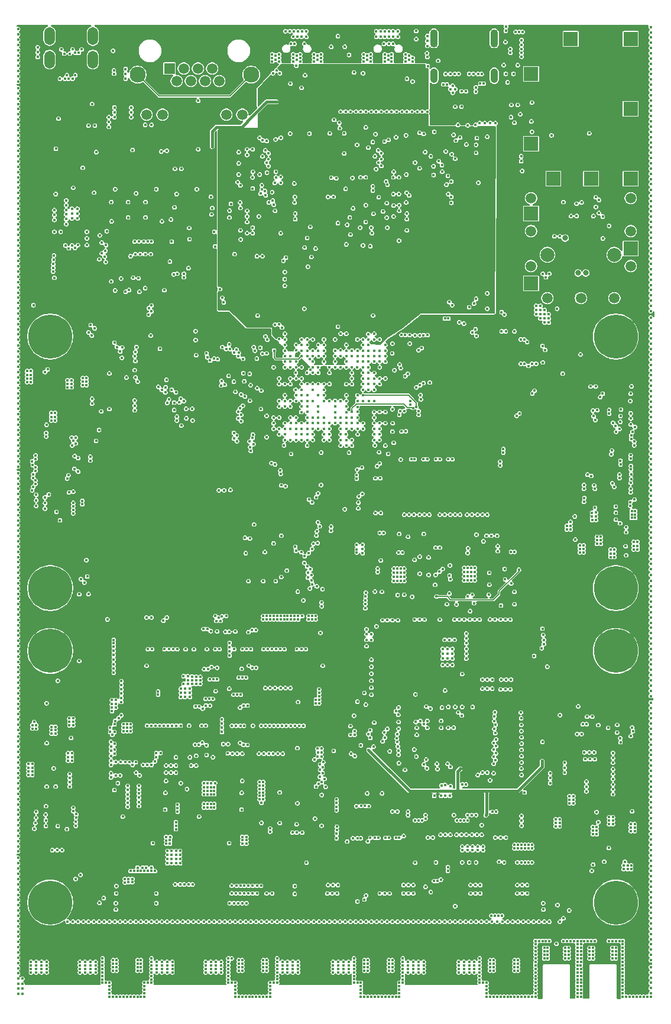
<source format=gbr>
%TF.GenerationSoftware,KiCad,Pcbnew,9.0.6-9.0.6~ubuntu22.04.1*%
%TF.CreationDate,2025-11-19T14:02:57+01:00*%
%TF.ProjectId,TRX055.01.01.PB.00.00,54525830-3535-42e3-9031-2e30312e5042,rev?*%
%TF.SameCoordinates,Original*%
%TF.FileFunction,Copper,L4,Inr*%
%TF.FilePolarity,Positive*%
%FSLAX46Y46*%
G04 Gerber Fmt 4.6, Leading zero omitted, Abs format (unit mm)*
G04 Created by KiCad (PCBNEW 9.0.6-9.0.6~ubuntu22.04.1) date 2025-11-19 14:02:57*
%MOMM*%
%LPD*%
G01*
G04 APERTURE LIST*
%TA.AperFunction,WasherPad*%
%ADD10C,2.000000*%
%TD*%
%TA.AperFunction,ComponentPad*%
%ADD11R,2.000000X2.000000*%
%TD*%
%TA.AperFunction,ComponentPad*%
%ADD12C,1.500000*%
%TD*%
%TA.AperFunction,ComponentPad*%
%ADD13C,6.300000*%
%TD*%
%TA.AperFunction,ComponentPad*%
%ADD14O,1.036000X2.100000*%
%TD*%
%TA.AperFunction,ComponentPad*%
%ADD15O,1.100000X2.600000*%
%TD*%
%TA.AperFunction,ComponentPad*%
%ADD16O,1.500000X2.550000*%
%TD*%
%TA.AperFunction,ComponentPad*%
%ADD17R,1.500000X1.500000*%
%TD*%
%TA.AperFunction,ComponentPad*%
%ADD18C,2.300000*%
%TD*%
%TA.AperFunction,ViaPad*%
%ADD19C,0.400000*%
%TD*%
%TA.AperFunction,ViaPad*%
%ADD20C,0.800000*%
%TD*%
%TA.AperFunction,Conductor*%
%ADD21C,0.127000*%
%TD*%
%TA.AperFunction,Conductor*%
%ADD22C,0.400000*%
%TD*%
%TA.AperFunction,Conductor*%
%ADD23C,0.300000*%
%TD*%
%TA.AperFunction,Conductor*%
%ADD24C,0.200000*%
%TD*%
G04 APERTURE END LIST*
D10*
%TO.N,*%
%TO.C,J5*%
X145800000Y-63300000D03*
X136200000Y-63300000D03*
D11*
%TO.N,GND*%
X148125000Y-32400000D03*
X139550000Y-32400000D03*
X133875000Y-37400000D03*
X148125000Y-42400000D03*
X133875000Y-47400000D03*
X148125000Y-52400000D03*
X142450000Y-52400000D03*
X137050000Y-52400000D03*
D12*
X148125000Y-55200000D03*
X133875000Y-55200000D03*
D11*
X133875000Y-57400000D03*
D12*
X148125000Y-59900000D03*
X133875000Y-59900000D03*
D11*
X148125000Y-62400000D03*
D12*
X148125000Y-64900000D03*
X133875000Y-64900000D03*
D11*
X133875000Y-67400000D03*
D12*
X145800000Y-69500000D03*
X141000000Y-69500000D03*
X136200000Y-69500000D03*
%TD*%
D13*
%TO.N,GND*%
%TO.C,M1*%
X146000000Y-111000000D03*
X146000000Y-75000000D03*
%TD*%
D14*
%TO.N,GND*%
%TO.C,J9*%
X128600000Y-37660000D03*
X119960000Y-37660000D03*
D15*
X128600000Y-32300000D03*
X119960000Y-32300000D03*
%TD*%
D13*
%TO.N,GND*%
%TO.C,M2*%
X146000000Y-156000000D03*
X146000000Y-120000000D03*
%TD*%
%TO.N,GND*%
%TO.C,M4*%
X65000000Y-120000000D03*
X65000000Y-156000000D03*
%TD*%
%TO.N,GND*%
%TO.C,M3*%
X65000000Y-75000000D03*
X65000000Y-111000000D03*
%TD*%
D16*
%TO.N,GND*%
%TO.C,J7*%
X71100000Y-35360000D03*
X71100000Y-32000000D03*
X64900000Y-35360000D03*
X64900000Y-32000000D03*
%TD*%
D17*
%TO.N,/ETH_PHY_Metal/ETH_Pair3/MDI_P*%
%TO.C,J8*%
X82090000Y-36640000D03*
D12*
%TO.N,/ETH_PHY_Metal/ETH_Pair3/MDI_N*%
X83106000Y-38420000D03*
%TO.N,/ETH_PHY_Metal/ETH_Pair2/MDI_P*%
X84122000Y-36640000D03*
%TO.N,/ETH_PHY_Metal/ETH_Pair1/MDI_P*%
X85138000Y-38420000D03*
%TO.N,/ETH_PHY_Metal/ETH_Pair1/MDI_N*%
X86154000Y-36640000D03*
%TO.N,/ETH_PHY_Metal/ETH_Pair2/MDI_N*%
X87170000Y-38420000D03*
%TO.N,/ETH_PHY_Metal/ETH_Pair/MDI_P*%
X88186000Y-36640000D03*
%TO.N,/ETH_PHY_Metal/ETH_Pair/MDI_N*%
X89202000Y-38420000D03*
%TO.N,/ETH_PHY_Metal/nLED2*%
X78790000Y-43240000D03*
%TO.N,Net-(J8-Pad10)*%
X81080000Y-43240000D03*
%TO.N,/ETH_PHY_Metal/nLED1*%
X90220000Y-43240000D03*
%TO.N,Net-(J8-Pad12)*%
X92510000Y-43240000D03*
D18*
%TO.N,unconnected-(J8-PadSH)*%
X77520000Y-37530000D03*
X93780000Y-37530000D03*
%TD*%
D19*
%TO.N,/Clocking/EXT_REF_EN*%
X121550000Y-125640000D03*
X131020000Y-110340000D03*
%TO.N,Net-(C382-Pad2)*%
X131500000Y-111540000D03*
%TO.N,/Clocking/VDD_DIFF*%
X130080000Y-108260000D03*
%TO.N,Net-(R163-Pad1)*%
X132120000Y-108380000D03*
X120310000Y-112200000D03*
%TO.N,Net-(C382-Pad1)*%
X131500000Y-113300000D03*
%TO.N,+3V3*%
X72300000Y-85700000D03*
%TO.N,VDD_DDR*%
X107000000Y-44400000D03*
X106700000Y-43500000D03*
X109200000Y-43500000D03*
X109200000Y-44400000D03*
X111600000Y-44600000D03*
X113900000Y-44600000D03*
X116900000Y-43500000D03*
X117900000Y-43800000D03*
%TO.N,GND*%
X100400000Y-141800000D03*
X99700000Y-146000000D03*
X101100000Y-146000000D03*
X100300000Y-144800000D03*
X100300000Y-146000000D03*
%TO.N,+1V8*%
X110200000Y-120900000D03*
%TO.N,GND*%
X124800000Y-44760000D03*
X123400000Y-44700000D03*
%TO.N,VDD_5V5A*%
X74100000Y-118400000D03*
X74100000Y-118900000D03*
X74100000Y-119400000D03*
X74100000Y-120000000D03*
X74100000Y-120600000D03*
X74100000Y-121200000D03*
X74100000Y-121900000D03*
X74100000Y-122500000D03*
X74100000Y-123100000D03*
%TO.N,GND*%
X88500000Y-60000000D03*
X88200000Y-56600000D03*
X88100000Y-57500000D03*
%TO.N,VDD_DDR*%
X117900000Y-44400000D03*
X117100000Y-44100000D03*
%TO.N,GND*%
X118500000Y-46000000D03*
X120000000Y-45700000D03*
X122500000Y-48900000D03*
X123700000Y-46500000D03*
X124600000Y-47500000D03*
X126000000Y-48700000D03*
X127600000Y-68800000D03*
X126000000Y-69600000D03*
X125000000Y-70800000D03*
X125702571Y-70276855D03*
X89300000Y-68200000D03*
X101800000Y-60900000D03*
X103000000Y-62400000D03*
X102400000Y-63600000D03*
X101900000Y-65000000D03*
X147500000Y-106300000D03*
X147400000Y-105000000D03*
X147500000Y-103000000D03*
X147500000Y-102300000D03*
X146000000Y-101200000D03*
X146000000Y-100200000D03*
X148200000Y-94700000D03*
X129000000Y-103500000D03*
X128200000Y-103500000D03*
X127500000Y-103500000D03*
X145600000Y-138300000D03*
X145600000Y-137600000D03*
X145600000Y-139100000D03*
X145600000Y-136900000D03*
X145600000Y-139800000D03*
X145600000Y-140500000D03*
X98000000Y-125300000D03*
X98700000Y-125300000D03*
X97200000Y-125300000D03*
X99400000Y-125300000D03*
X96500000Y-125300000D03*
X95800000Y-125300000D03*
X81700000Y-115200000D03*
X79500000Y-115200000D03*
X78800000Y-115200000D03*
X118600000Y-115500000D03*
X120800000Y-115500000D03*
X117900000Y-115500000D03*
X117200000Y-115500000D03*
X114800000Y-115600000D03*
X114000000Y-115600000D03*
X113300000Y-115600000D03*
X112600000Y-115600000D03*
X129500000Y-115500000D03*
X130200000Y-115500000D03*
X128700000Y-115500000D03*
X130900000Y-115500000D03*
X128000000Y-115500000D03*
X125100000Y-115500000D03*
X125800000Y-115500000D03*
X124300000Y-115500000D03*
X126500000Y-115500000D03*
X123600000Y-115500000D03*
X122900000Y-115500000D03*
X122300000Y-100500000D03*
X123000000Y-100500000D03*
X121500000Y-100500000D03*
X123700000Y-100500000D03*
X120800000Y-100500000D03*
X117900000Y-100500000D03*
X118600000Y-100500000D03*
X117100000Y-100500000D03*
X119300000Y-100500000D03*
X116400000Y-100500000D03*
X115700000Y-100500000D03*
X126200000Y-100500000D03*
X126900000Y-100500000D03*
X125400000Y-100500000D03*
X127600000Y-100500000D03*
X124700000Y-100500000D03*
X117600000Y-42800000D03*
X118300000Y-42800000D03*
X116800000Y-42800000D03*
X119000000Y-42800000D03*
X116100000Y-42800000D03*
X115400000Y-42800000D03*
X113200000Y-42800000D03*
X113900000Y-42800000D03*
X112400000Y-42800000D03*
X114600000Y-42800000D03*
X111700000Y-42800000D03*
X111000000Y-42800000D03*
X110200000Y-42800000D03*
X109500000Y-42800000D03*
X108800000Y-42800000D03*
X108000000Y-42800000D03*
X107300000Y-42800000D03*
X106600000Y-42800000D03*
X63200000Y-35000000D03*
X63200000Y-34300000D03*
X63200000Y-33600000D03*
X75800000Y-38100000D03*
X75800000Y-37400000D03*
X75800000Y-36700000D03*
X73400000Y-43600000D03*
X73400000Y-44300000D03*
X73400000Y-45000000D03*
X74200000Y-43600000D03*
X74200000Y-42900000D03*
X74200000Y-42200000D03*
X76600000Y-43600000D03*
X76600000Y-42900000D03*
X76600000Y-42200000D03*
X65600000Y-58300000D03*
X65600000Y-57600000D03*
X65600000Y-56900000D03*
X68900000Y-58100000D03*
X68900000Y-57400000D03*
X68900000Y-56700000D03*
X68100000Y-58100000D03*
X68100000Y-57400000D03*
X68100000Y-56700000D03*
X67300000Y-58900000D03*
X67300000Y-58200000D03*
X67300000Y-57500000D03*
X67300000Y-55500000D03*
X67300000Y-56200000D03*
X67300000Y-56900000D03*
X132500000Y-143600000D03*
X132500000Y-144300000D03*
X132500000Y-145000000D03*
X126800000Y-146300000D03*
X126100000Y-146300000D03*
X125400000Y-146300000D03*
X124600000Y-146300000D03*
X123900000Y-146300000D03*
X123200000Y-146300000D03*
X122300000Y-146300000D03*
X121600000Y-146300000D03*
X120900000Y-146300000D03*
X128300000Y-125400000D03*
X127600000Y-125400000D03*
X126900000Y-125400000D03*
X128300000Y-124100000D03*
X127600000Y-124100000D03*
X126900000Y-124100000D03*
X130900000Y-125500000D03*
X130200000Y-125500000D03*
X129500000Y-125500000D03*
X131000000Y-124100000D03*
X130300000Y-124100000D03*
X129600000Y-124100000D03*
X124600000Y-117500000D03*
X124600000Y-118200000D03*
X124600000Y-118900000D03*
X124600000Y-119700000D03*
X124600000Y-120400000D03*
X124600000Y-121100000D03*
X122600000Y-122000000D03*
X121900000Y-122000000D03*
X121200000Y-122000000D03*
X122600000Y-121100000D03*
X121900000Y-121100000D03*
X121200000Y-121100000D03*
X122600000Y-120400000D03*
X121900000Y-120400000D03*
X121200000Y-120400000D03*
X122600000Y-119700000D03*
X121900000Y-119700000D03*
X121200000Y-119700000D03*
X122900000Y-118400000D03*
X122200000Y-118400000D03*
X121500000Y-118400000D03*
X138700000Y-136000000D03*
X138700000Y-136700000D03*
X138700000Y-137400000D03*
X136600000Y-137500000D03*
X136600000Y-138200000D03*
X136600000Y-138900000D03*
X141800000Y-138700000D03*
X141800000Y-139400000D03*
X141800000Y-140100000D03*
X145600000Y-134600000D03*
X145600000Y-135300000D03*
X145600000Y-136000000D03*
X143000000Y-135500000D03*
X142300000Y-135500000D03*
X141600000Y-135500000D03*
X142900000Y-134500000D03*
X142200000Y-134500000D03*
X141500000Y-134500000D03*
X133300000Y-154700000D03*
X132600000Y-154700000D03*
X131900000Y-154700000D03*
X133300000Y-153500000D03*
X132600000Y-153500000D03*
X131900000Y-153500000D03*
X126600000Y-154700000D03*
X125900000Y-154700000D03*
X125200000Y-154700000D03*
X126600000Y-153500000D03*
X125900000Y-153500000D03*
X125200000Y-153500000D03*
X113600000Y-154700000D03*
X112900000Y-154700000D03*
X112200000Y-154700000D03*
X117000000Y-154700000D03*
X116300000Y-154700000D03*
X115600000Y-154700000D03*
X117000000Y-153500000D03*
X116300000Y-153500000D03*
X115600000Y-153500000D03*
X106100000Y-154700000D03*
X105400000Y-154700000D03*
X104700000Y-154700000D03*
X106200000Y-153500000D03*
X105500000Y-153500000D03*
X104800000Y-153500000D03*
X66700000Y-148500000D03*
X66000000Y-148500000D03*
X65300000Y-148500000D03*
X85900000Y-136400000D03*
X85200000Y-136400000D03*
X83000000Y-137400000D03*
X82300000Y-137400000D03*
X81600000Y-137400000D03*
X83000000Y-136400000D03*
X82300000Y-136400000D03*
X81600000Y-136400000D03*
X92500000Y-134700000D03*
X91800000Y-134700000D03*
X91100000Y-134700000D03*
X96300000Y-134700000D03*
X95600000Y-134700000D03*
X94900000Y-134700000D03*
X96900000Y-134700000D03*
X97600000Y-134700000D03*
X98300000Y-134700000D03*
X105600000Y-134300000D03*
X108100000Y-134700000D03*
X109500000Y-133500000D03*
X111300000Y-133700000D03*
X108000000Y-132000000D03*
X108000000Y-130750000D03*
X108500000Y-129250000D03*
X109000000Y-127250000D03*
X110000000Y-126000000D03*
X111000000Y-126250000D03*
X111000000Y-125250000D03*
X111000000Y-124250000D03*
X111000000Y-123250000D03*
X111000000Y-122250000D03*
X111000000Y-121250000D03*
X151000000Y-108300000D03*
X138750000Y-162500000D03*
X114200000Y-109400000D03*
X98491999Y-90559369D03*
X124250000Y-165500000D03*
X110600000Y-77800000D03*
X151000000Y-46450000D03*
X81280000Y-130680000D03*
X60400000Y-126800000D03*
X92250000Y-56600000D03*
X60400000Y-72450000D03*
X95250000Y-158750000D03*
X83250000Y-143000000D03*
X90700000Y-120050000D03*
X151000000Y-142400000D03*
X60400000Y-38500000D03*
X145500000Y-162500000D03*
X118500000Y-158750000D03*
X60400000Y-143450000D03*
X110300000Y-117600000D03*
X83100000Y-54600000D03*
X71500000Y-164500000D03*
X60400000Y-139700000D03*
X100025000Y-153636500D03*
X60400000Y-117800000D03*
X78600000Y-63200000D03*
X107196000Y-33521000D03*
X124800000Y-108700000D03*
X99750000Y-165500000D03*
X108000000Y-158750000D03*
X100100000Y-57400000D03*
X74000000Y-164250000D03*
X60400000Y-58200000D03*
X103400000Y-88200000D03*
X69500000Y-33900000D03*
X105000000Y-158750000D03*
X60400000Y-157900000D03*
X102200000Y-78200000D03*
X60400000Y-82350000D03*
X83600000Y-153400000D03*
X151000000Y-150000000D03*
X136000000Y-161500000D03*
X140000000Y-161500000D03*
X73500000Y-169000000D03*
X60400000Y-104300000D03*
X99000000Y-166000000D03*
X81990000Y-119750000D03*
X127500000Y-169000000D03*
X88000000Y-165000000D03*
X83250000Y-158750000D03*
X107109000Y-48800000D03*
X135650000Y-157000000D03*
X117250000Y-144250000D03*
X112100000Y-91550000D03*
X74200000Y-133300000D03*
X82500000Y-165500000D03*
X83250000Y-142500000D03*
X101700000Y-31300000D03*
X151000000Y-153750000D03*
X67800000Y-138800000D03*
X146000000Y-163500000D03*
X69161500Y-121425000D03*
X131500000Y-164250000D03*
X138996737Y-161496737D03*
X73750000Y-55750000D03*
X60400000Y-126050000D03*
X98700000Y-31300000D03*
X151000000Y-30700000D03*
X87000000Y-158750000D03*
X132000000Y-164750000D03*
X151000000Y-118950000D03*
X83600000Y-148600000D03*
X128000000Y-165250000D03*
X92500000Y-164250000D03*
X100400000Y-32100000D03*
X91000000Y-153600000D03*
X151000000Y-162750000D03*
X106250000Y-166000000D03*
X60400000Y-152650000D03*
X136250000Y-164000000D03*
X130000000Y-169500000D03*
X141000000Y-162000000D03*
X124300000Y-108100000D03*
X88600000Y-62100000D03*
X76100000Y-140500000D03*
X119000000Y-131000000D03*
X108200000Y-86600000D03*
X123750000Y-158750000D03*
X60400000Y-115550000D03*
X140500000Y-165500000D03*
X109000000Y-83410000D03*
X60400000Y-106550000D03*
X93999747Y-169499999D03*
X150000000Y-169500000D03*
X145500000Y-161500000D03*
X97500000Y-166500000D03*
X132000000Y-164250000D03*
X133500000Y-79200000D03*
X60400000Y-135200000D03*
X78000000Y-164750000D03*
X102800000Y-35600000D03*
X138750000Y-164000000D03*
X95180754Y-85363500D03*
X60400000Y-132200000D03*
X114700000Y-109400000D03*
X98100000Y-103500000D03*
X77340000Y-76490000D03*
X109900000Y-35600000D03*
X92300000Y-126250000D03*
X151000000Y-57100000D03*
X107000000Y-165000000D03*
X118500000Y-136250000D03*
X90500000Y-166500000D03*
X96750000Y-158750000D03*
X151000000Y-69100000D03*
X68600000Y-37600000D03*
X62250000Y-166000000D03*
X151000000Y-165250000D03*
X100500000Y-165500000D03*
X151000000Y-101550000D03*
X98100000Y-109400000D03*
X77100000Y-61400000D03*
X151000000Y-106800000D03*
X96000000Y-164750000D03*
X111700000Y-31300000D03*
X151000000Y-89550000D03*
X151000000Y-133400000D03*
X128500000Y-164750000D03*
X116250000Y-165500000D03*
X96750000Y-119750000D03*
X73500000Y-158750000D03*
X151000000Y-69850000D03*
X60400000Y-42450000D03*
X147000000Y-165000000D03*
X151000000Y-126450000D03*
X60400000Y-163150000D03*
X140500000Y-161500000D03*
X105025000Y-45920000D03*
X87250000Y-164500000D03*
X60400000Y-93600000D03*
X77500000Y-165750000D03*
X80250000Y-165500000D03*
X134000000Y-169500000D03*
X92000000Y-165750000D03*
X151000000Y-130400000D03*
X151000000Y-137900000D03*
X92000000Y-164750000D03*
X135000000Y-161500000D03*
X127500000Y-169500000D03*
X60400000Y-63450000D03*
X151000000Y-120450000D03*
X91630000Y-130690000D03*
X83000000Y-145500000D03*
X92250000Y-59800000D03*
X60400000Y-51450000D03*
X117750000Y-166000000D03*
X151000000Y-73050000D03*
X140500000Y-162000000D03*
X93000000Y-106000000D03*
X62250000Y-165000000D03*
X126500000Y-167500000D03*
X84200000Y-153400000D03*
X91700000Y-153600000D03*
X145500000Y-163000000D03*
X110250000Y-158750000D03*
X115900000Y-35600000D03*
X79500000Y-165500000D03*
X107750000Y-165000000D03*
X70250000Y-61900000D03*
X108288596Y-52290000D03*
X112525000Y-140375000D03*
X77500000Y-169500000D03*
X93150000Y-119750000D03*
X141000000Y-169500000D03*
X125750000Y-165500000D03*
X60400000Y-154900000D03*
X109900000Y-35100000D03*
X99400000Y-38800000D03*
X125750000Y-166000000D03*
X103800000Y-35100000D03*
X113000000Y-87400000D03*
X134492774Y-166997087D03*
X65550000Y-63375000D03*
X60400000Y-123050000D03*
X135750000Y-164000000D03*
X151000000Y-33700000D03*
X60400000Y-47700000D03*
X101000000Y-39400000D03*
X79500000Y-166000000D03*
X114000000Y-85400000D03*
X60400000Y-70200000D03*
X151000000Y-32200000D03*
X151000000Y-169000000D03*
X151000000Y-147000000D03*
X101280000Y-130690000D03*
X74500000Y-165750000D03*
X79500000Y-167000000D03*
X147000000Y-168500000D03*
X88000000Y-142400000D03*
X63000000Y-165500000D03*
X107750000Y-165500000D03*
X60400000Y-128300000D03*
X78500000Y-168000000D03*
X78000000Y-165750000D03*
X64500000Y-164500000D03*
X70000000Y-165500000D03*
X113500000Y-169500000D03*
X98250000Y-166000000D03*
X78500000Y-167500000D03*
X141000000Y-168000000D03*
X99750000Y-166000000D03*
X115900000Y-34600000D03*
X93000000Y-169500000D03*
X87250000Y-165000000D03*
X112050000Y-55050000D03*
X60400000Y-165400000D03*
X67400000Y-37600000D03*
X60400000Y-112550000D03*
X107000000Y-165500000D03*
X125800000Y-109900000D03*
X151000000Y-167500000D03*
X60400000Y-94525000D03*
X138750000Y-163000000D03*
X96000000Y-158750000D03*
X88905000Y-124065000D03*
X134500000Y-163000000D03*
X60400000Y-99050000D03*
X60400000Y-64200000D03*
X121500000Y-158750000D03*
X134500000Y-169000000D03*
X127500000Y-167500000D03*
X70000000Y-164500000D03*
X140500000Y-169500000D03*
X81750000Y-158750000D03*
X139250000Y-163500000D03*
X146000000Y-163000000D03*
X135750000Y-163000000D03*
X74500000Y-169500000D03*
X140375000Y-55975000D03*
X151000000Y-141650000D03*
X60400000Y-92100000D03*
X116400000Y-35400000D03*
X72500000Y-167500000D03*
X91500000Y-168500000D03*
X60400000Y-67200000D03*
X77100000Y-85550000D03*
X151000000Y-161250000D03*
X60400000Y-141200000D03*
X60400000Y-105050000D03*
X130900000Y-33850000D03*
X151000000Y-127375000D03*
X60400000Y-95300000D03*
X134500000Y-164500000D03*
X151000000Y-115950000D03*
X60400000Y-153400000D03*
X123500000Y-164500000D03*
X60400000Y-148700000D03*
X120200000Y-109100000D03*
X60400000Y-101300000D03*
X78000000Y-165250000D03*
X82500000Y-158750000D03*
X91500000Y-168000000D03*
X151000000Y-52450000D03*
X84800000Y-65200000D03*
X60400000Y-50700000D03*
X151000000Y-124950000D03*
X96500000Y-169500000D03*
X106479000Y-45173000D03*
X151000000Y-50950000D03*
X114000000Y-158750000D03*
X151000000Y-152250000D03*
X102750000Y-158750000D03*
X88500000Y-142400000D03*
X125375000Y-143475000D03*
X60400000Y-66450000D03*
X126500000Y-166000000D03*
X106250000Y-165000000D03*
X72668199Y-155356801D03*
X151000000Y-91050000D03*
X60400000Y-34750000D03*
X116250000Y-166000000D03*
X139250000Y-163000000D03*
X118500000Y-130500000D03*
X95500000Y-164750000D03*
X95200000Y-153600000D03*
X70750000Y-165500000D03*
X81390000Y-119750000D03*
X108000000Y-60400000D03*
X116250000Y-143500000D03*
X114700000Y-108800000D03*
X60400000Y-154150000D03*
X89600000Y-130400000D03*
X87000000Y-142400000D03*
X60400000Y-73950000D03*
X82400000Y-149200000D03*
X147000000Y-164000000D03*
X144350000Y-150150000D03*
X125150000Y-114300000D03*
X60400000Y-41700000D03*
X151000000Y-82050000D03*
X77500000Y-164750000D03*
X133500000Y-169500000D03*
X92000000Y-48600000D03*
X60400000Y-83100000D03*
X83600000Y-149200000D03*
X73700000Y-138100000D03*
X60400000Y-43950000D03*
X108500000Y-164500000D03*
X83000000Y-145000000D03*
X127000000Y-167500000D03*
X146000000Y-162500000D03*
X80200000Y-156100000D03*
X151000000Y-103050000D03*
X147300000Y-150150000D03*
X115700000Y-108200000D03*
X98250000Y-158750000D03*
X131500000Y-164750000D03*
X100030000Y-130690000D03*
X134500000Y-168000000D03*
X129500000Y-146700000D03*
X60400000Y-144950000D03*
X75200000Y-129200000D03*
X77100000Y-84150000D03*
X73700000Y-133700000D03*
X87500000Y-140500000D03*
X81800000Y-149200000D03*
X108500000Y-166500000D03*
X101000000Y-119750000D03*
X140500000Y-163500000D03*
X110300000Y-119300000D03*
X85590000Y-119750000D03*
X116078596Y-59800000D03*
X75200000Y-124900000D03*
X98600000Y-76200000D03*
X99400000Y-78600000D03*
X151000000Y-77550000D03*
X151000000Y-114450000D03*
X125300000Y-109900000D03*
X121600000Y-140725000D03*
X60400000Y-79350000D03*
X116100000Y-38100000D03*
X60400000Y-88350000D03*
X110000000Y-165250000D03*
X151000000Y-159750000D03*
X60400000Y-84600000D03*
X60400000Y-160150000D03*
X60400000Y-75450000D03*
X60400000Y-48450000D03*
X124800000Y-109900000D03*
X90500000Y-165500000D03*
X151000000Y-45700000D03*
X81750000Y-165000000D03*
X101600000Y-119750000D03*
X120000000Y-140750000D03*
X90500000Y-164000000D03*
X96900000Y-37300000D03*
X109000000Y-86600000D03*
X72500000Y-164500000D03*
X133000000Y-169500000D03*
X95500000Y-169500000D03*
X151000000Y-90300000D03*
X111400000Y-130250000D03*
X151000000Y-134150000D03*
X151000000Y-154500000D03*
X91500000Y-167500000D03*
X145050000Y-59150000D03*
X73700000Y-137500000D03*
X60400000Y-137450000D03*
X151000000Y-85050000D03*
X68250000Y-158750000D03*
X108200000Y-87400000D03*
X60400000Y-37000000D03*
X101800001Y-81800000D03*
X131000000Y-169500000D03*
X151000000Y-86550000D03*
X60400000Y-122300000D03*
X60400000Y-54450000D03*
X69250000Y-166000000D03*
X151000000Y-91800000D03*
X151000000Y-95550000D03*
X90750000Y-158750000D03*
X87500000Y-142400000D03*
X97500000Y-166000000D03*
X82400000Y-150400000D03*
X135600000Y-156100000D03*
X140500000Y-162500000D03*
X109500000Y-169500000D03*
X92800000Y-153600000D03*
X151000000Y-146200000D03*
X60400000Y-86100000D03*
X60400000Y-32500000D03*
X88500000Y-140000000D03*
X89500000Y-166000000D03*
X151000000Y-128900000D03*
X60400000Y-135950000D03*
X82590000Y-119750000D03*
X69250000Y-164500000D03*
X124000000Y-128000000D03*
X151000000Y-88050000D03*
X64500000Y-139400000D03*
X151000000Y-34450000D03*
X87750000Y-158750000D03*
X60400000Y-55950000D03*
X135750000Y-163500000D03*
X97000000Y-104600000D03*
X78990000Y-119750000D03*
X113500000Y-164750000D03*
X92000000Y-165250000D03*
X90700000Y-156100000D03*
X60400000Y-119300000D03*
X124250000Y-144250000D03*
X88494779Y-141898241D03*
X151000000Y-82800000D03*
X60400000Y-31750000D03*
X125000000Y-164500000D03*
X134500000Y-168500000D03*
X122250000Y-158750000D03*
X122200000Y-109200000D03*
X142250000Y-163000000D03*
X147000000Y-166000000D03*
X73700000Y-133000000D03*
X92230000Y-130690000D03*
X126500000Y-165500000D03*
X151000000Y-153000000D03*
X61000000Y-169100000D03*
X79500000Y-165000000D03*
X122250000Y-140750000D03*
X111000000Y-117600000D03*
X113500000Y-31300000D03*
X81800000Y-149788627D03*
X92000000Y-51800000D03*
X141000000Y-164500000D03*
X151000000Y-72275000D03*
X78900000Y-136300000D03*
X60400000Y-35500000D03*
X129000000Y-169500000D03*
X128000000Y-164750000D03*
X110850000Y-131350000D03*
X108500000Y-164000000D03*
X100680000Y-130690000D03*
X114000000Y-164250000D03*
X90500000Y-167000000D03*
X118750000Y-143500000D03*
X107250000Y-158750000D03*
X145000000Y-161500000D03*
X130500000Y-169500000D03*
X110400000Y-35400000D03*
X144150000Y-60950000D03*
X146500000Y-161500000D03*
X93400000Y-110000000D03*
X140500000Y-166000000D03*
X60400000Y-108050000D03*
X74800000Y-129600000D03*
X90500000Y-167500000D03*
X60400000Y-61200000D03*
X98200002Y-73700000D03*
X138500000Y-158250000D03*
X74500000Y-164750000D03*
X108378596Y-56636500D03*
X99750000Y-165000000D03*
X96046000Y-51524000D03*
X78500000Y-169500000D03*
X114200000Y-110000000D03*
X115500000Y-166000000D03*
X78500000Y-169000000D03*
X60400000Y-167650000D03*
X109800000Y-37300000D03*
X77700000Y-141000000D03*
X92500000Y-164750000D03*
X142559314Y-151459314D03*
X105008000Y-81786000D03*
X151000000Y-49450000D03*
X151000000Y-132650000D03*
X151000000Y-155250000D03*
X132000000Y-169500000D03*
X101250000Y-158750000D03*
X142750000Y-162500000D03*
X128500000Y-165750000D03*
X151000000Y-111450000D03*
X111000000Y-158750000D03*
X98000000Y-60200000D03*
X151000000Y-123450000D03*
X111500000Y-169500000D03*
X99300000Y-31300000D03*
X114000000Y-169500000D03*
X123500000Y-166000000D03*
X108750000Y-158750000D03*
X124300000Y-109900000D03*
X110400000Y-140375000D03*
X67800000Y-139400000D03*
X122000000Y-131000000D03*
X151000000Y-74550000D03*
X137659314Y-156359314D03*
X121000000Y-131000000D03*
X151000000Y-112200000D03*
X151000000Y-41200000D03*
X97800000Y-81800000D03*
X117500000Y-132000000D03*
X127500000Y-168500000D03*
X92300000Y-153600000D03*
X77250000Y-158750000D03*
X71250000Y-158750000D03*
X60400000Y-34000000D03*
X105246000Y-33536000D03*
X78650000Y-55750000D03*
X141000000Y-165500000D03*
X128500000Y-165250000D03*
X116400000Y-34800000D03*
X63750000Y-164500000D03*
X151000000Y-50200000D03*
X115500000Y-167000000D03*
X101000000Y-32100000D03*
X86250000Y-158750000D03*
X115900000Y-35100000D03*
X84000000Y-158750000D03*
X80080000Y-130680000D03*
X125800000Y-108100000D03*
X75200000Y-124300000D03*
X151000000Y-83550000D03*
X60400000Y-71700000D03*
X60400000Y-117050000D03*
X95000000Y-169500000D03*
X104200000Y-77000000D03*
X151000000Y-66850000D03*
X116250000Y-164500000D03*
X100500000Y-165000000D03*
X134250000Y-158750000D03*
X60400000Y-56700000D03*
X110178596Y-58600000D03*
X95230000Y-130690000D03*
X74500000Y-164250000D03*
X60400000Y-45450000D03*
X65800000Y-139400000D03*
X114700000Y-110000000D03*
X60400000Y-162400000D03*
X147000000Y-164500000D03*
X133500000Y-158750000D03*
X132000000Y-165250000D03*
X73700000Y-135700000D03*
X97500000Y-158750000D03*
X60400000Y-46200000D03*
X63750000Y-165500000D03*
X60400000Y-131350000D03*
X88000000Y-138900000D03*
X151000000Y-71350000D03*
X60400000Y-132950000D03*
X98230000Y-130690000D03*
X125500000Y-128000000D03*
X89250000Y-158750000D03*
X105500000Y-166000000D03*
X60400000Y-123800000D03*
X128000000Y-165750000D03*
X60400000Y-111050000D03*
X114000000Y-165250000D03*
X88000000Y-141900000D03*
X111245000Y-71993000D03*
X116900000Y-35600000D03*
X79500000Y-164000000D03*
X70750000Y-166000000D03*
X60400000Y-33250000D03*
X96000000Y-164250000D03*
X114200000Y-108200000D03*
X74400000Y-137800000D03*
X124250000Y-164500000D03*
X151000000Y-168250000D03*
X77700000Y-142200000D03*
X77700000Y-139900000D03*
X151000000Y-129650000D03*
X77200000Y-63200000D03*
X117750000Y-165000000D03*
X117000000Y-165000000D03*
X115000000Y-168500000D03*
X134500000Y-169500000D03*
X151000000Y-70600000D03*
X127600000Y-46400000D03*
X60400000Y-68700000D03*
X88000000Y-165500000D03*
X151000000Y-151500000D03*
X118500000Y-165500000D03*
X151000000Y-57850000D03*
X147000000Y-162000000D03*
X60400000Y-151900000D03*
X89600000Y-129800000D03*
X115200000Y-110000000D03*
X80680000Y-130680000D03*
X70488500Y-111850000D03*
X151000000Y-128150000D03*
X122325000Y-136600000D03*
X102800000Y-34600000D03*
X151000000Y-160500000D03*
X109000000Y-167500000D03*
X151000000Y-102300000D03*
X116078596Y-58200000D03*
X141000000Y-166000000D03*
X98250000Y-164500000D03*
X60400000Y-39425000D03*
X60400000Y-102800000D03*
X87250000Y-165500000D03*
X102600000Y-84200000D03*
X87452000Y-119736000D03*
X91000000Y-154700000D03*
X60400000Y-81600000D03*
X115000000Y-169500000D03*
X151000000Y-121200000D03*
X77100000Y-84900000D03*
X114100000Y-32100000D03*
X105800000Y-87400000D03*
X151000000Y-78300000D03*
X100025000Y-154761500D03*
X79000000Y-167500000D03*
X60400000Y-111800000D03*
X106250000Y-165500000D03*
X79590000Y-119750000D03*
X110400000Y-34800000D03*
X99000000Y-158750000D03*
X131500000Y-44400000D03*
X90000000Y-158750000D03*
X125300000Y-109300000D03*
X98250000Y-165500000D03*
X110600000Y-81000000D03*
X122825000Y-143475000D03*
X111700000Y-32100000D03*
X121000000Y-130000000D03*
X81880000Y-130680000D03*
X140500000Y-165000000D03*
X97500000Y-164000000D03*
X116250000Y-158750000D03*
X106600000Y-90600000D03*
X70000000Y-166000000D03*
X82400000Y-148600000D03*
X97400000Y-36900000D03*
X75496490Y-169496737D03*
X130500000Y-158750000D03*
X151000000Y-40450000D03*
X147000000Y-169500000D03*
X139250000Y-164000000D03*
X91500000Y-169000000D03*
X60400000Y-52200000D03*
X125750000Y-164500000D03*
X112500000Y-158750000D03*
X119000000Y-32700000D03*
X94500000Y-169500000D03*
X98900000Y-108500000D03*
X112144010Y-89798655D03*
X91999328Y-169499328D03*
X141000000Y-161500000D03*
X82500000Y-164500000D03*
X99750000Y-158750000D03*
X151000000Y-105300000D03*
X142250000Y-162500000D03*
X151000000Y-164250000D03*
X60400000Y-60450000D03*
X95864000Y-54792000D03*
X83600000Y-149800000D03*
X95500000Y-165750000D03*
X114750000Y-158750000D03*
X89240000Y-119750000D03*
X142250000Y-163500000D03*
X99000000Y-165500000D03*
X108494982Y-166996737D03*
X149500000Y-169500000D03*
X109500000Y-168000000D03*
X151000000Y-47950000D03*
X100200000Y-87400000D03*
X92200000Y-154700000D03*
X83250000Y-142000000D03*
X82500000Y-166000000D03*
X120250000Y-150250000D03*
X106500000Y-158750000D03*
X103500000Y-158750000D03*
X132000000Y-165750000D03*
X60400000Y-36250000D03*
X114800000Y-31300000D03*
X76150000Y-55750000D03*
X60400000Y-166900000D03*
X60400000Y-100550000D03*
X118000000Y-130000000D03*
X97500000Y-165000000D03*
X115700000Y-109400000D03*
X125900000Y-44700000D03*
X125300000Y-108100000D03*
X60400000Y-120050000D03*
X129100000Y-105700000D03*
X81000000Y-165000000D03*
X131500000Y-165750000D03*
X60400000Y-46950000D03*
X79500000Y-167500000D03*
X75000000Y-137800000D03*
X146989964Y-163010035D03*
X151000000Y-150750000D03*
X70500000Y-158750000D03*
X87250000Y-166000000D03*
X142200000Y-45900000D03*
X107400000Y-85000000D03*
X141000000Y-164000000D03*
X74250000Y-158750000D03*
X74500000Y-165250000D03*
X60400000Y-151150000D03*
X151000000Y-47200000D03*
X124250000Y-165000000D03*
X78000000Y-169500000D03*
X147000000Y-167500000D03*
X64500000Y-165500000D03*
X108500000Y-166000000D03*
X151000000Y-31450000D03*
X60400000Y-78600000D03*
X140500000Y-168500000D03*
X131500000Y-74250000D03*
X115000000Y-167500000D03*
X60400000Y-44700000D03*
X77700000Y-61400000D03*
X147000000Y-161500000D03*
X123500000Y-165500000D03*
X115500000Y-158750000D03*
X140500000Y-168000000D03*
X91750000Y-126250000D03*
X60400000Y-144200000D03*
X79000000Y-61400000D03*
X88000000Y-140000000D03*
X101500000Y-37600000D03*
X151000000Y-137150000D03*
X109900000Y-34600000D03*
X126250000Y-137750000D03*
X151000000Y-138650000D03*
X114000000Y-88599999D03*
X96500000Y-168500000D03*
X151000000Y-122700000D03*
X118500000Y-166000000D03*
X60400000Y-146450000D03*
X60400000Y-166150000D03*
X63750000Y-166000000D03*
X96990000Y-79399000D03*
X115500000Y-165500000D03*
X84880000Y-130680000D03*
X151000000Y-94050000D03*
X141000000Y-169000000D03*
X76500000Y-169500000D03*
X94000000Y-53800000D03*
X151000000Y-53200000D03*
X118500000Y-164500000D03*
X141000000Y-167500000D03*
X113500000Y-164250000D03*
X73500000Y-168500000D03*
X115000000Y-168000000D03*
X72053186Y-156046814D03*
X142250000Y-164000000D03*
X102600001Y-81800000D03*
X78880000Y-130680000D03*
X60400000Y-147200000D03*
X60400000Y-156400000D03*
X79500000Y-166500000D03*
X68640686Y-152634314D03*
X151000000Y-156750000D03*
X145500000Y-163500000D03*
X125800000Y-108700000D03*
X125000000Y-165500000D03*
X60400000Y-49200000D03*
X104250000Y-158750000D03*
X110000000Y-164750000D03*
X110500000Y-169500000D03*
X145500000Y-164000000D03*
X116250000Y-165000000D03*
X123500000Y-165000000D03*
X128000000Y-169500000D03*
X74000000Y-169500000D03*
X73500000Y-168000000D03*
X88750000Y-165500000D03*
X151000000Y-163500000D03*
X60400000Y-96050000D03*
X151000000Y-166750000D03*
X67800000Y-137600000D03*
X102000000Y-158750000D03*
X72000000Y-158750000D03*
X77500000Y-164250000D03*
X117000000Y-164500000D03*
X88750000Y-165000000D03*
X151000000Y-96300000D03*
X151000000Y-147750000D03*
X119250000Y-158750000D03*
X93500000Y-169500000D03*
X130900000Y-34400000D03*
X107000000Y-164500000D03*
X114500000Y-169500000D03*
X83000000Y-149200000D03*
X80200000Y-135200000D03*
X110900000Y-34600000D03*
X91500000Y-169500000D03*
X131500000Y-165250000D03*
X136250000Y-163000000D03*
X129500000Y-169500000D03*
X84390000Y-119750000D03*
X76500000Y-63500000D03*
X124300000Y-109300000D03*
X60400000Y-160900000D03*
X87000000Y-140000000D03*
X60400000Y-114800000D03*
X60400000Y-53700000D03*
X107750000Y-164500000D03*
X62250000Y-164500000D03*
X87000000Y-139500000D03*
X135750000Y-158750000D03*
X151000000Y-35950000D03*
X93200000Y-57800000D03*
X80250000Y-164500000D03*
X151000000Y-99300000D03*
X83000000Y-149800000D03*
X135750000Y-162500000D03*
X136250000Y-162500000D03*
X92550000Y-119750000D03*
X93200000Y-57000000D03*
X88405000Y-124065000D03*
X97630000Y-130690000D03*
X122350000Y-139337500D03*
X82800000Y-56500000D03*
X151000000Y-67600000D03*
X132750000Y-158750000D03*
X136250000Y-163500000D03*
X151000000Y-65350000D03*
X88500000Y-140500000D03*
X60400000Y-138950000D03*
X101400000Y-33100000D03*
X151000000Y-97800000D03*
X92000000Y-164250000D03*
X77000000Y-169500000D03*
X62250000Y-165500000D03*
X79500000Y-61400000D03*
X121000000Y-140750000D03*
X105500000Y-164500000D03*
X65600000Y-66590000D03*
X131250000Y-158750000D03*
X151000000Y-116700000D03*
X147000000Y-163500000D03*
X96800000Y-154700000D03*
X99430000Y-130690000D03*
X151000000Y-97050000D03*
X151000000Y-56350000D03*
X134500000Y-163500000D03*
X79400000Y-63200000D03*
X128500000Y-169500000D03*
X151000000Y-38950000D03*
X70000000Y-165000000D03*
X89500000Y-164500000D03*
X100500000Y-158750000D03*
X80000000Y-135800000D03*
X105500000Y-165500000D03*
X113000000Y-169500000D03*
X83000000Y-150400000D03*
X79480000Y-130680000D03*
X151000000Y-134900000D03*
X136500000Y-161500000D03*
X115700000Y-110000000D03*
X96150000Y-119750000D03*
X97030000Y-130690000D03*
X101000000Y-75400000D03*
X119000000Y-130000000D03*
X65800000Y-54600000D03*
X151000000Y-54000000D03*
X140488450Y-167494174D03*
X84900000Y-59450000D03*
X76800000Y-136300000D03*
X74200000Y-134100000D03*
X60400000Y-96800000D03*
X80720000Y-76740000D03*
X75200000Y-126700000D03*
X113500000Y-33100000D03*
X111000000Y-118400000D03*
X95739000Y-105844000D03*
X60400000Y-145700000D03*
X82400000Y-149800000D03*
X60400000Y-109550000D03*
X84750000Y-158750000D03*
X102220000Y-79770000D03*
X151000000Y-110700000D03*
X60400000Y-61950000D03*
X151000000Y-79050000D03*
X96000000Y-169500000D03*
X60400000Y-134450000D03*
X115500000Y-166500000D03*
X138000000Y-158750000D03*
X151000000Y-169500000D03*
X109500000Y-167500000D03*
X134500000Y-165500000D03*
X71300000Y-54400000D03*
X118750000Y-144000000D03*
X63000000Y-166000000D03*
X125300000Y-108700000D03*
X100500000Y-164500000D03*
X97497573Y-166968976D03*
X95500000Y-165250000D03*
X60400000Y-74700000D03*
X141000000Y-162500000D03*
X73500000Y-167500000D03*
X99500000Y-33100000D03*
X103400000Y-79400000D03*
X75000000Y-158750000D03*
X138750000Y-163500000D03*
X151000000Y-93300000D03*
X151000000Y-131900000D03*
X151000000Y-73800000D03*
X151000000Y-100800000D03*
X75200000Y-126100000D03*
X101000000Y-84200000D03*
X92250000Y-158750000D03*
X108500000Y-165500000D03*
X91250000Y-126250000D03*
X107000000Y-166000000D03*
X147000000Y-162500000D03*
X60400000Y-57450000D03*
X60400000Y-121550000D03*
X109500000Y-158750000D03*
X84840336Y-153404989D03*
X63000000Y-164500000D03*
X116000000Y-51800000D03*
X115000000Y-169000000D03*
X91000000Y-164000000D03*
X60400000Y-73200000D03*
X60400000Y-52950000D03*
X84950000Y-61050000D03*
X126000000Y-143475000D03*
X151000000Y-32950000D03*
X93000000Y-158750000D03*
X60400000Y-150400000D03*
X125750000Y-165000000D03*
X78400000Y-61400000D03*
X140500000Y-163000000D03*
X117000000Y-166000000D03*
X87500000Y-141900000D03*
X60400000Y-108800000D03*
X117000000Y-165500000D03*
X71500000Y-165500000D03*
X91600000Y-154700000D03*
X82480000Y-130680000D03*
X90700000Y-119450000D03*
X109500000Y-169000000D03*
X112900000Y-31300000D03*
X104200000Y-81800000D03*
X140500000Y-164000000D03*
X112300000Y-32100000D03*
X68200000Y-33900000D03*
X90499999Y-164996490D03*
X151000000Y-107550000D03*
X74000000Y-165250000D03*
X97500000Y-167500000D03*
X115200000Y-109400000D03*
X78750000Y-158750000D03*
X87000000Y-140500000D03*
X103800000Y-34600000D03*
X118250000Y-144250000D03*
X100000000Y-33100000D03*
X60400000Y-142700000D03*
X78000000Y-158750000D03*
X60400000Y-129050000D03*
X100000000Y-55800000D03*
X60400000Y-40200000D03*
X60400000Y-147950000D03*
X72500000Y-165500000D03*
X73700000Y-135000000D03*
X60400000Y-130550000D03*
X112300000Y-31300000D03*
X60400000Y-86850000D03*
X77500000Y-165250000D03*
X151000000Y-36700000D03*
X140500000Y-167000000D03*
X115000000Y-86200000D03*
X151000000Y-61600000D03*
X80250000Y-165000000D03*
X87500000Y-139500000D03*
X115500000Y-167500000D03*
X60400000Y-62700000D03*
X110000000Y-164250000D03*
X151000000Y-62350000D03*
X60400000Y-89100000D03*
X151000000Y-139400000D03*
X90500000Y-164500000D03*
X148370000Y-88660000D03*
X60400000Y-64950000D03*
X151000000Y-117450000D03*
X69250000Y-165500000D03*
X75750000Y-158750000D03*
X91300000Y-156100000D03*
X151000000Y-148500000D03*
X105800000Y-85000000D03*
X151000000Y-84300000D03*
X134500000Y-166500000D03*
X151000000Y-63850000D03*
X151000000Y-51700000D03*
X60400000Y-83850000D03*
X104200000Y-75400000D03*
X142750000Y-163000000D03*
X109000000Y-87400000D03*
X93400000Y-153600000D03*
X75000000Y-169500000D03*
X112200000Y-77000000D03*
X126500000Y-164500000D03*
X94000000Y-154700000D03*
X95830000Y-130690000D03*
X92800000Y-154700000D03*
X142750000Y-164000000D03*
X151000000Y-121950000D03*
X124800000Y-108100000D03*
X61000000Y-166900000D03*
X147500000Y-169500000D03*
X116250000Y-143000000D03*
X87000000Y-141900000D03*
X151000000Y-63100000D03*
X131000000Y-43600000D03*
X101700000Y-32100000D03*
X111750000Y-158750000D03*
X94200000Y-101900000D03*
X105264000Y-52255000D03*
X151000000Y-144650000D03*
X72500000Y-166000000D03*
X127500000Y-168000000D03*
X151000000Y-119700000D03*
X94000000Y-153600000D03*
X151000000Y-125700000D03*
X60400000Y-158650000D03*
X98550000Y-119750000D03*
X88000000Y-166000000D03*
X117750000Y-158750000D03*
X76100000Y-141700000D03*
X66600000Y-33900000D03*
X151000000Y-162000000D03*
X151000000Y-35200000D03*
X60400000Y-102050000D03*
X107121000Y-45918000D03*
X106250000Y-164500000D03*
X76100000Y-139300000D03*
X88009500Y-54990500D03*
X117750000Y-165500000D03*
X88000000Y-164500000D03*
X106400000Y-44400000D03*
X96000000Y-165250000D03*
X134478324Y-164988462D03*
X151000000Y-109950000D03*
X141500000Y-161500000D03*
X70750000Y-164500000D03*
X151000000Y-44200000D03*
X114200000Y-90200000D03*
X151000000Y-136400000D03*
X72500000Y-165000000D03*
X124300000Y-108700000D03*
X122000000Y-128000000D03*
X112000000Y-169500000D03*
X90500000Y-166000000D03*
X87000000Y-138900000D03*
X151000000Y-140150000D03*
X111298596Y-57420000D03*
X60400000Y-97550000D03*
X104200000Y-83400000D03*
X140500000Y-169000000D03*
X74400000Y-156100000D03*
X99750000Y-164500000D03*
X65820000Y-48120000D03*
X95550000Y-119750000D03*
X97000000Y-88200000D03*
X60400000Y-37750000D03*
X102127000Y-45936000D03*
X129100000Y-105000000D03*
X60400000Y-76250000D03*
X92500000Y-156100000D03*
X114100000Y-33100000D03*
X114000000Y-164750000D03*
X77700000Y-139300000D03*
X80250000Y-158750000D03*
X81700000Y-48400000D03*
X92300000Y-61100000D03*
X60400000Y-161650000D03*
X60400000Y-136700000D03*
X83190000Y-119750000D03*
X70250000Y-60000000D03*
X110500000Y-164750000D03*
X125800000Y-109300000D03*
X138000000Y-60650000D03*
X127600000Y-71000000D03*
X60400000Y-80100000D03*
X72500000Y-164000000D03*
X80200000Y-134600000D03*
X126500000Y-164000000D03*
X70750000Y-165000000D03*
X126500000Y-166500000D03*
X87280000Y-130680000D03*
X124800000Y-109300000D03*
X83680000Y-130680000D03*
X99000000Y-164500000D03*
X60400000Y-31000000D03*
X139250000Y-162500000D03*
X97900000Y-37300000D03*
X119200000Y-106600000D03*
X134000000Y-41500000D03*
X60400000Y-89850000D03*
X77800000Y-137800000D03*
X88750000Y-166000000D03*
X81800000Y-148600000D03*
X126000000Y-158750000D03*
X151000000Y-79800000D03*
X75200000Y-125500000D03*
X70250000Y-60950000D03*
X88600000Y-138900000D03*
X151000000Y-135650000D03*
X95500000Y-164250000D03*
X92743000Y-130700000D03*
X72500000Y-166500000D03*
X151000000Y-166000000D03*
X60400000Y-164650000D03*
X110850000Y-132450000D03*
X110900000Y-35100000D03*
X137200000Y-60650000D03*
X111000000Y-169500000D03*
X132500000Y-169500000D03*
X151000000Y-54850000D03*
X126750000Y-158750000D03*
X60400000Y-116300000D03*
X124500000Y-158750000D03*
X114700000Y-108200000D03*
X77700000Y-140400000D03*
X60400000Y-163900000D03*
X76100000Y-139900000D03*
X151000000Y-131150000D03*
X73600000Y-131600000D03*
X60400000Y-103550000D03*
X118500000Y-165000000D03*
X141000000Y-163500000D03*
X123000000Y-128000000D03*
X96500000Y-167500000D03*
X96500000Y-169000000D03*
X60400000Y-87600000D03*
X146000000Y-161500000D03*
X101000000Y-81000000D03*
X110000000Y-165750000D03*
X94022000Y-51411000D03*
X112900000Y-32100000D03*
X74200000Y-130500000D03*
X97000000Y-167500000D03*
X151000000Y-43450000D03*
X71500000Y-165000000D03*
X151000000Y-159000000D03*
X92200000Y-55800000D03*
X116900000Y-38500000D03*
X100100000Y-58200000D03*
X131500000Y-169500000D03*
X147000000Y-165500000D03*
X151000000Y-124200000D03*
X151000000Y-76050000D03*
X79500000Y-158750000D03*
X100500000Y-166000000D03*
X119000000Y-32000000D03*
X151000000Y-64600000D03*
X64500000Y-165000000D03*
X114200000Y-108800000D03*
X88000000Y-140500000D03*
X74000000Y-164750000D03*
X72750000Y-158750000D03*
X109500000Y-168500000D03*
X97350000Y-119750000D03*
X129750000Y-158750000D03*
X80800000Y-134600000D03*
X75194791Y-127291878D03*
X60400000Y-140450000D03*
X99800000Y-32100000D03*
X141000000Y-163000000D03*
X87855000Y-124065000D03*
X147000000Y-166500000D03*
X128250000Y-158750000D03*
X80200000Y-154700000D03*
X151000000Y-58600000D03*
X89500000Y-165500000D03*
X60400000Y-149625000D03*
X120750000Y-158750000D03*
X97950000Y-119750000D03*
X110300000Y-118400000D03*
X108200001Y-80999999D03*
X108500000Y-165000000D03*
X90700000Y-120650000D03*
X60400000Y-138200000D03*
X60400000Y-124550000D03*
X125000000Y-165000000D03*
X102800000Y-35100000D03*
X116077668Y-57400000D03*
X60400000Y-40950000D03*
X151000000Y-109100000D03*
X112500000Y-169500000D03*
X115500000Y-164500000D03*
X60400000Y-67950000D03*
X111400000Y-88200000D03*
X63000000Y-165000000D03*
X73900000Y-132000000D03*
X109800000Y-76200000D03*
X134500000Y-162500000D03*
X115500000Y-165000000D03*
X77900000Y-63200000D03*
X115978596Y-55800000D03*
X78496984Y-168493227D03*
X110550000Y-131900000D03*
X97300000Y-110000000D03*
X81000000Y-158750000D03*
X73700000Y-134300000D03*
X83600000Y-150400000D03*
X101100000Y-31300000D03*
X82900000Y-153400000D03*
X135500000Y-161500000D03*
X151000000Y-39700000D03*
X151000000Y-94800000D03*
X128500000Y-164250000D03*
X151000000Y-66100000D03*
X151000000Y-41950000D03*
X60400000Y-141950000D03*
X60400000Y-77100000D03*
X85500000Y-158750000D03*
X60400000Y-59700000D03*
X69000000Y-158750000D03*
X105500000Y-165000000D03*
X141100000Y-55800000D03*
X105750000Y-158750000D03*
X115200000Y-108200000D03*
X114800000Y-32100000D03*
X88000000Y-139500000D03*
X146000000Y-164000000D03*
X73600000Y-131000000D03*
X110500000Y-165250000D03*
X69355699Y-152044301D03*
X69750000Y-158750000D03*
X60400000Y-118550000D03*
X151000000Y-104550000D03*
X64500000Y-166000000D03*
X151000000Y-81300000D03*
X88640000Y-119750000D03*
X60400000Y-80850000D03*
X119000000Y-33400000D03*
X77300000Y-137400000D03*
X83000000Y-148600000D03*
X92500000Y-169500000D03*
X89500000Y-165000000D03*
X115500000Y-164000000D03*
X151000000Y-113700000D03*
X60400000Y-92850000D03*
X120000000Y-158750000D03*
X81800000Y-150400000D03*
X151000000Y-115200000D03*
X79400000Y-74850000D03*
X125250000Y-158750000D03*
X151000000Y-106050000D03*
X148499999Y-169496515D03*
X141000000Y-167000000D03*
X60400000Y-85350000D03*
X110500000Y-164250000D03*
X125000000Y-166000000D03*
X113500000Y-165750000D03*
X128000000Y-164250000D03*
X67500000Y-158750000D03*
X151000000Y-55600000D03*
X60400000Y-105800000D03*
X151000000Y-112950000D03*
X83080000Y-130680000D03*
X124750000Y-144250000D03*
X96000000Y-165750000D03*
X87500000Y-140000000D03*
X60400000Y-99800000D03*
X100350000Y-119750000D03*
X99000000Y-165000000D03*
X112800000Y-33100000D03*
X96430000Y-130690000D03*
X141000000Y-168500000D03*
X128000000Y-138500000D03*
X97500000Y-164500000D03*
X76100000Y-141100000D03*
X91500000Y-158750000D03*
X74480919Y-153636500D03*
X60400000Y-127550000D03*
X107400001Y-83400000D03*
X100500000Y-31300000D03*
X73700000Y-136300000D03*
X148000000Y-169500000D03*
X147000000Y-169000000D03*
X96791000Y-54323000D03*
X76100000Y-142300000D03*
X151000000Y-68350000D03*
X85900000Y-77670000D03*
X151000000Y-158250000D03*
X92000000Y-50200000D03*
X136500000Y-158750000D03*
X60400000Y-58950000D03*
X81000000Y-166000000D03*
X79500000Y-164500000D03*
X74000000Y-165750000D03*
X60400000Y-90600000D03*
X73200000Y-115475000D03*
X76500000Y-158750000D03*
X151000000Y-60100000D03*
X93750000Y-158750000D03*
X123000000Y-158750000D03*
X64400000Y-142200000D03*
X117750000Y-164500000D03*
X86680000Y-130680000D03*
X71600000Y-48600000D03*
X60400000Y-125300000D03*
X143000000Y-161500000D03*
X103300000Y-35400000D03*
X81750000Y-166000000D03*
X81750000Y-165500000D03*
X134500000Y-167500000D03*
X139500000Y-161500000D03*
X135550000Y-78700000D03*
X98830000Y-130690000D03*
X117756379Y-144238067D03*
X151000000Y-85800000D03*
X60400000Y-168350000D03*
X60400000Y-107300000D03*
X123750000Y-144250000D03*
X151000000Y-157500000D03*
X117000000Y-158750000D03*
X111400000Y-75400000D03*
X110300000Y-116900000D03*
X127500000Y-158750000D03*
X108500000Y-167500000D03*
X151000000Y-48700000D03*
X134500000Y-164000000D03*
X142000000Y-161500000D03*
X60400000Y-133700000D03*
X74200000Y-131600000D03*
X92500000Y-165250000D03*
X133299999Y-75772387D03*
X90700000Y-118850000D03*
X133900000Y-44200000D03*
X111400000Y-84200000D03*
X91030000Y-130690000D03*
X135000000Y-158750000D03*
X96500000Y-168000000D03*
X151000000Y-143900000D03*
X124775000Y-143475000D03*
X60400000Y-113300000D03*
X78000000Y-164250000D03*
X123250000Y-144250000D03*
X60400000Y-110300000D03*
X113500000Y-165250000D03*
X113500000Y-32100000D03*
X150500000Y-169500000D03*
X151000000Y-143150000D03*
X115700000Y-108800000D03*
X93200000Y-58600000D03*
X91000000Y-167500000D03*
X87500000Y-138900000D03*
X138500000Y-161500000D03*
X151000000Y-44950000D03*
X103300000Y-34800000D03*
X129300000Y-150150000D03*
X71500000Y-166000000D03*
X114950000Y-54600000D03*
X151000000Y-59350000D03*
X114100000Y-31300000D03*
X69160410Y-111875000D03*
X119200000Y-109100000D03*
X108200000Y-79400000D03*
X102600000Y-86600000D03*
X60400000Y-98300000D03*
X151000000Y-42700000D03*
X77300000Y-54500000D03*
X142500000Y-161500000D03*
X61000000Y-167650000D03*
X103800000Y-35600000D03*
X73000000Y-167500000D03*
X78300000Y-136300000D03*
X98600000Y-85000000D03*
X110500000Y-165750000D03*
X93750000Y-119750000D03*
X106200000Y-73600000D03*
X60400000Y-129800000D03*
X76800000Y-48300000D03*
X126500000Y-167000000D03*
X151000000Y-118200000D03*
X74450000Y-154700000D03*
X82500000Y-165000000D03*
X60400000Y-120800000D03*
X60400000Y-169100000D03*
X114000000Y-165750000D03*
X132000000Y-158750000D03*
X81750000Y-164500000D03*
X100100000Y-105100000D03*
X151000000Y-145400000D03*
X151000000Y-92550000D03*
X77700000Y-141600000D03*
X115200000Y-108800000D03*
X93400000Y-154700000D03*
X151000000Y-76800000D03*
X63750000Y-165000000D03*
X92500000Y-165750000D03*
X91350000Y-119750000D03*
X60400000Y-114050000D03*
X151000000Y-80550000D03*
X81000000Y-164500000D03*
X91900000Y-156100000D03*
X140500000Y-164500000D03*
X74200000Y-134700000D03*
X74400000Y-157000000D03*
X60400000Y-91350000D03*
X151000000Y-87300000D03*
X94600000Y-153600000D03*
X134500000Y-162000000D03*
X151000000Y-88800000D03*
X131050000Y-41850000D03*
X124250000Y-166000000D03*
X60400000Y-69450000D03*
X101000000Y-89800000D03*
X149000000Y-169500000D03*
X88500000Y-158750000D03*
X122790000Y-130980000D03*
X110900000Y-35600000D03*
X60400000Y-55200000D03*
X141000000Y-166500000D03*
X60400000Y-70950000D03*
X74300000Y-130000000D03*
X116500000Y-76000000D03*
X134500000Y-166000000D03*
X110000000Y-169500000D03*
X94500000Y-158750000D03*
X69250000Y-165000000D03*
X76000000Y-169500000D03*
X93100000Y-156100000D03*
X99900000Y-31300000D03*
X61000000Y-168350000D03*
X129000000Y-158750000D03*
X151000000Y-75300000D03*
X60400000Y-77850000D03*
X113250000Y-158750000D03*
X103800000Y-91600000D03*
X60400000Y-49950000D03*
X147000000Y-167000000D03*
X140500000Y-166500000D03*
X97500000Y-165500000D03*
X147000000Y-168000000D03*
X83000000Y-144500000D03*
X133990665Y-45697968D03*
X151000000Y-149250000D03*
X60400000Y-65700000D03*
X95783000Y-54191000D03*
X60400000Y-159400000D03*
X81000000Y-165500000D03*
X85400000Y-153400000D03*
X140994208Y-164997188D03*
X60400000Y-157150000D03*
X134500000Y-161500000D03*
X72500000Y-167000000D03*
X94030000Y-130690000D03*
X60400000Y-43200000D03*
X126500000Y-165000000D03*
X80250000Y-166000000D03*
X96000000Y-77400000D03*
X117500000Y-131000000D03*
X151000000Y-37450000D03*
X116900000Y-35100000D03*
X108500000Y-37200000D03*
X107750000Y-166000000D03*
X95500000Y-110000000D03*
X98250000Y-165000000D03*
X151000000Y-38200000D03*
X88750000Y-164500000D03*
X107412500Y-77012500D03*
X77100000Y-77800000D03*
X151000000Y-60850000D03*
X89600000Y-131600000D03*
X151000000Y-140900000D03*
X88500000Y-139500000D03*
X142750000Y-163500000D03*
X60400000Y-155650000D03*
X151000000Y-103800000D03*
X151000000Y-98550000D03*
X128500000Y-137500000D03*
X114292966Y-79807034D03*
X96000000Y-154700000D03*
X89600000Y-131000000D03*
X151000000Y-100050000D03*
X136800000Y-46200000D03*
X94600000Y-154700000D03*
X67800000Y-138200000D03*
X151000000Y-156000000D03*
X79500000Y-136300000D03*
X73500000Y-169500000D03*
%TO.N,/GT_RX0_P*%
X132900000Y-78900000D03*
%TO.N,/GT_RX0_N*%
X132400000Y-78900000D03*
%TO.N,Net-(U16-VDD33)*%
X114750000Y-111990000D03*
%TO.N,/ZynqDDR/DDR_A11*%
X95420093Y-46923360D03*
X111590096Y-46036500D03*
X101000000Y-77000000D03*
%TO.N,/ZynqDDR/DDR_CK_N*%
X122550000Y-70500000D03*
X111200000Y-53500000D03*
X106600000Y-77800000D03*
X95300000Y-53350000D03*
%TO.N,/ZynqDDR/DDR_DM0*%
X94700000Y-72000000D03*
X97200000Y-73300000D03*
%TO.N,/ZynqDDR/DDR_A7*%
X102600000Y-77800000D03*
X115950000Y-46200000D03*
X99371000Y-45936500D03*
%TO.N,/ZynqDDR/DDR_A14*%
X100996500Y-76196500D03*
X110550000Y-47950000D03*
X94000000Y-48200000D03*
%TO.N,/ZynqDDR/DDR_DQ29*%
X110850000Y-62050000D03*
X110600000Y-75400000D03*
%TO.N,/Zynq_PSMIO/MIO_RGMII_RX_CTL*%
X97800000Y-84200000D03*
X78600000Y-68063500D03*
%TO.N,/ZynqDDR/DDR_DQ19*%
X107528596Y-59000000D03*
X114978596Y-56200000D03*
%TO.N,/ZynqDDR/DDR_DQS3_P*%
X110973596Y-59405000D03*
X110556500Y-74643500D03*
%TO.N,/Zynq_PSMIO/MIO_ULPI_D6*%
X80500000Y-82200000D03*
X91900000Y-85750000D03*
X84470000Y-85340000D03*
X98600000Y-84200000D03*
%TO.N,/ZynqDDR/DDR_WE*%
X90692000Y-56974000D03*
X113121000Y-52786500D03*
X126328000Y-52964000D03*
X122450000Y-52800000D03*
X97323000Y-52231000D03*
X108200000Y-77000000D03*
%TO.N,/ZynqDDR/DDR_DQ15*%
X96300000Y-55800000D03*
X102251000Y-59300000D03*
%TO.N,/A1_HS1_CLK_N*%
X148120000Y-96768000D03*
X115848057Y-80667960D03*
%TO.N,/A1_HS_6_P*%
X146662000Y-92766000D03*
X111400000Y-81000000D03*
%TO.N,/ZynqDDR/DDR_DQS0_P*%
X97775000Y-73250000D03*
X94000000Y-59400000D03*
%TO.N,/ZynqDDR/DDR_A13*%
X98030000Y-46536000D03*
X114530000Y-46470000D03*
X100225000Y-76975000D03*
%TO.N,/A1_HS_12_P*%
X148631278Y-90018243D03*
X110600000Y-79400000D03*
%TO.N,/A1_HS_6_N*%
X146677000Y-93302000D03*
X111400000Y-81800000D03*
%TO.N,/A1_HS_14_P*%
X148200000Y-89150000D03*
X115037780Y-79002242D03*
%TO.N,/ZynqDDR/DDR_DQ18*%
X105800000Y-75400000D03*
X110200000Y-56200000D03*
%TO.N,/A1_HS_9_P*%
X129900000Y-91095201D03*
X112200000Y-81000000D03*
%TO.N,/ZynqDDR/DDR_A1*%
X105800000Y-77800000D03*
X111958596Y-48350000D03*
X120650000Y-49900000D03*
X95810000Y-48350000D03*
%TO.N,/A1_HS_10_P*%
X145450000Y-91300000D03*
X111400000Y-80200000D03*
%TO.N,/ZynqDDR/DDR_CK_E*%
X122450000Y-55000000D03*
X109000000Y-77000000D03*
X92250000Y-53350000D03*
X107309000Y-53852400D03*
%TO.N,/A1_HS1_CLK_P*%
X148131000Y-97302000D03*
X116200000Y-80312800D03*
%TO.N,/ZynqDDR/DDR_DQ30*%
X109400000Y-59400000D03*
X109797000Y-75397000D03*
%TO.N,/ZynqDDR/DDR_DQS1_P*%
X98400000Y-64150000D03*
X97200000Y-57000000D03*
%TO.N,/A1_HS_5_N*%
X142500000Y-94950000D03*
X110600000Y-82600000D03*
%TO.N,/ZynqDDR/DDR_DQS2_P*%
X106600000Y-74577000D03*
X113205000Y-55906000D03*
%TO.N,/A1_HS_13_N*%
X111400000Y-78600000D03*
X131800000Y-86350000D03*
%TO.N,/A1_HS_7_N*%
X129450000Y-93450000D03*
X117442000Y-82276000D03*
%TO.N,/A1_HS_15_P*%
X125450000Y-74400000D03*
X145604077Y-87350499D03*
%TO.N,/ZynqDDR/DDR_DQ8*%
X98600000Y-67720000D03*
X94600000Y-63500000D03*
%TO.N,/ZynqDDR/DDR_DQ17*%
X109000000Y-75400000D03*
X114978596Y-57000000D03*
%TO.N,/TMDS_D1_P*%
X97000000Y-87400000D03*
X67000000Y-34500000D03*
X94104356Y-90388503D03*
%TO.N,/A1_HS_4_N*%
X148180000Y-94012000D03*
X118100000Y-84000000D03*
%TO.N,/A1_HS_14_N*%
X148200000Y-89650000D03*
X115200000Y-79500000D03*
%TO.N,/A1_HS_8_P*%
X148126727Y-91971113D03*
X119361398Y-81570602D03*
%TO.N,/A1_HS_11_N*%
X113000000Y-77800000D03*
X146521399Y-88223650D03*
%TO.N,/ZynqDDR/DDR_DQ9*%
X95400000Y-63500000D03*
X98580000Y-66780000D03*
%TO.N,/A1_HS_15_N*%
X126050000Y-74900399D03*
X145950000Y-87750000D03*
%TO.N,/ZynqDDR/DDR_DQ1*%
X91400000Y-63200000D03*
X97800000Y-75375000D03*
%TO.N,/ZynqDDR/DDR_DQ21*%
X113208596Y-57970000D03*
X109800000Y-61950000D03*
%TO.N,/A1_HS_8_N*%
X148116000Y-92471000D03*
X118463542Y-81654200D03*
%TO.N,/A1_HS_9_N*%
X129900000Y-91600000D03*
X112200000Y-81800000D03*
%TO.N,/Zynq_PSMIO/MIO_QSPI_IO0*%
X94160000Y-76510000D03*
X95832034Y-74982034D03*
X90630000Y-76120000D03*
%TO.N,/Zynq_PSMIO/MIO_ULPI_NXT*%
X83150000Y-87000000D03*
X83500000Y-84410000D03*
%TO.N,/ZynqDDR/DDR_A5*%
X96020000Y-47000000D03*
X103400000Y-77000000D03*
X112878596Y-47100000D03*
%TO.N,/A1_HS_4_P*%
X118020534Y-83379466D03*
X148180000Y-93511997D03*
%TO.N,/A1_HS_12_N*%
X109800000Y-79400000D03*
X148642000Y-90563000D03*
%TO.N,/A1_HS_5_P*%
X111400000Y-82600000D03*
X141950000Y-94750000D03*
%TO.N,/A1_HS_11_P*%
X113000000Y-78600000D03*
X146050000Y-88615000D03*
%TO.N,/A1_HS_7_P*%
X129450000Y-92900000D03*
X117946000Y-81963800D03*
%TO.N,/A1_HS_10_N*%
X145350000Y-91850000D03*
X110600000Y-80200000D03*
%TO.N,/A1_HS_13_P*%
X112200000Y-78600000D03*
X132200000Y-86000000D03*
%TO.N,/ZynqPower/DDRVREF*%
X107400000Y-79400000D03*
X102590000Y-79400000D03*
%TO.N,/Zynq_PSMIO/MIO_SD_D3*%
X101000000Y-82600000D03*
X91300000Y-81436500D03*
%TO.N,/ZynqDDR/DDR_DQS1_N*%
X97030000Y-56130000D03*
X98750000Y-63700000D03*
%TO.N,/ZynqDDR/DDR_RST*%
X100200000Y-76200000D03*
X105656000Y-43970000D03*
X117900000Y-45835000D03*
X104789000Y-54997000D03*
X101444000Y-62244000D03*
%TO.N,/GT_RX3_P*%
X146512000Y-94750000D03*
X141450000Y-96250000D03*
%TO.N,/GT_RX3_N*%
X141450000Y-96800000D03*
X146512000Y-95250000D03*
%TO.N,/ZynqDDR/DDR_CAS*%
X107400000Y-76200000D03*
X121750000Y-53250000D03*
X113300000Y-53274400D03*
X97164000Y-53025000D03*
%TO.N,/ZynqDDR/DDR_DM2*%
X106200000Y-58750000D03*
X107900000Y-57950000D03*
%TO.N,/ZynqDDR/DDR_DQS0_N*%
X94000000Y-60200000D03*
X98600000Y-74600000D03*
%TO.N,/ZynqDDR/DDR_A3*%
X112428596Y-49598479D03*
X123000000Y-49550000D03*
X96260000Y-49600000D03*
X104200000Y-76200000D03*
X121100000Y-50450000D03*
%TO.N,/ZynqDDR/DDR_BA0*%
X114150000Y-52200000D03*
X104200000Y-78600000D03*
X98023000Y-52152750D03*
X119912000Y-51878000D03*
%TO.N,/ZynqDDR/DDR_DM3*%
X113278596Y-59400000D03*
X114178596Y-57810000D03*
%TO.N,/ZynqDDR/DDR_CK_P*%
X111200000Y-54100000D03*
X122150000Y-70050000D03*
X106571500Y-76971500D03*
X95300000Y-53950000D03*
%TO.N,/ZynqDDR/DDR_A0*%
X112428596Y-50580000D03*
X105800000Y-77000000D03*
X119900000Y-50616000D03*
X96280000Y-50600000D03*
%TO.N,/ZynqDDR/DDR_A4*%
X95010000Y-46560000D03*
X103428500Y-77828500D03*
X111200000Y-47150000D03*
X123100000Y-46950000D03*
%TO.N,/ZynqDDR/DDR_CS*%
X114950000Y-52200000D03*
X98023000Y-52988500D03*
X121950000Y-52000000D03*
X107400000Y-78600000D03*
X90659000Y-57949000D03*
%TO.N,/ZynqDDR/DDR_DQS3_N*%
X111400000Y-74600000D03*
X111078596Y-60200000D03*
%TO.N,/ZynqDDR/DDR_A10*%
X111668596Y-51030000D03*
X95000000Y-51800000D03*
X117900000Y-50900000D03*
X102600000Y-75400000D03*
%TO.N,/ZynqDDR/DDR_A12*%
X112028596Y-50100000D03*
X117250000Y-50100000D03*
X95970000Y-50100000D03*
X101800000Y-76200000D03*
%TO.N,/Zynq_PSMIO/MIO_ULPI_D0*%
X99400000Y-84200000D03*
X91900000Y-86700000D03*
%TO.N,/Zynq_PSMIO/MIO_RGMII_TX_CTL*%
X101000000Y-83400000D03*
X74300000Y-68400000D03*
%TO.N,/Zynq_PSMIO/MIO_ULPI_D4*%
X92350000Y-87100000D03*
X82000000Y-84000000D03*
X99400000Y-85000000D03*
X83150000Y-86450000D03*
%TO.N,/ZynqDDR/DDR_DQS2_N*%
X114178596Y-56250000D03*
X107400000Y-74600002D03*
%TO.N,/Zynq_PSMIO/MIO_ULPI_CLK*%
X94650000Y-82390000D03*
X83775000Y-87725000D03*
X100145574Y-82600000D03*
X84150000Y-84230000D03*
%TO.N,/Zynq_PSMIO/MIO_ULPI_D2*%
X93594084Y-84180000D03*
X98600000Y-83400000D03*
%TO.N,/Zynq_PSMIO/MIO_RGMII_TX0*%
X72911673Y-62724260D03*
X100200000Y-79400000D03*
%TO.N,/Zynq_PSMIO/MIO_ULPI_D3*%
X81500000Y-83000000D03*
X81750000Y-84500000D03*
%TO.N,/GT_TX0_P*%
X134600000Y-78900000D03*
%TO.N,/ZynqDDR/DDR_DM1*%
X101400000Y-71000000D03*
X98590000Y-65750000D03*
X94870000Y-57800000D03*
X101800000Y-75400000D03*
%TO.N,/ZynqDDR/DDR_DQ20*%
X107400000Y-61800000D03*
X112650000Y-57100000D03*
%TO.N,/Zynq_PSMIO/MIO_QSPI_SCLK*%
X85830000Y-75490000D03*
%TO.N,/ZynqDDR/DDR_BA1*%
X111518596Y-49188500D03*
X104200000Y-77800000D03*
X119500000Y-49188500D03*
X95400000Y-49200000D03*
%TO.N,/Zynq_PSMIO/MIO_RGMII_TX_CLK*%
X73750000Y-67100000D03*
X92350000Y-83286500D03*
%TO.N,/Zynq_PSMIO/MIO_SD_CLK*%
X98600000Y-78600000D03*
X94592966Y-78157034D03*
%TO.N,/GT_TX0_N*%
X134000000Y-78900000D03*
%TO.N,/Zynq_PSMIO/MIO_RGMII_RX_CLK*%
X92900000Y-83586500D03*
X81350000Y-68360000D03*
%TO.N,/ZynqDDR/DDR_A2*%
X96275000Y-48775000D03*
X112408596Y-48761500D03*
X118700000Y-48600000D03*
X103400000Y-76200000D03*
%TO.N,/ZynqDDR/DDR_A8*%
X108950000Y-47550000D03*
X93200000Y-48200000D03*
X102600000Y-77000000D03*
%TO.N,/Zynq_PSMIO/MIO_RGMII_RX0*%
X92200000Y-85250000D03*
X77775000Y-68588500D03*
%TO.N,/ZynqDDR/DDR_BA2*%
X105800000Y-78600000D03*
X97313268Y-51409618D03*
X121150000Y-51400000D03*
X114200000Y-51400000D03*
X90875000Y-56005000D03*
%TO.N,/ZynqDDR/DDR_A9*%
X121650000Y-48500000D03*
X97275000Y-46784000D03*
X101800000Y-77000000D03*
X113452104Y-46849492D03*
%TO.N,/Zynq_PSMIO/MIO_SD_CMD*%
X99400000Y-81000000D03*
X90545301Y-80633500D03*
%TO.N,/Zynq_PSMIO/MIO_ULPI_DIR*%
X84500000Y-86700000D03*
X82400000Y-82600000D03*
X92630000Y-78190000D03*
X89550000Y-81350000D03*
X88987553Y-78236500D03*
X98600000Y-79400000D03*
%TO.N,unconnected-(U1K-IO_L13P_T2_MRCC_13-PadY18)*%
X123575000Y-72950000D03*
X115840000Y-74790000D03*
X112190000Y-77810000D03*
%TO.N,/ZynqDDR/DDR_A6*%
X93200000Y-49000000D03*
X110200000Y-45050000D03*
X102600000Y-78600000D03*
%TO.N,/ZynqDDR/DDR_DQ24*%
X114953596Y-61275000D03*
X112187500Y-75412500D03*
%TO.N,unconnected-(U1K-IO_L5P_T0_13-PadU11)*%
X109800000Y-82600000D03*
%TO.N,/ZynqDDR/DDR_RAS*%
X114150000Y-54600000D03*
X108200000Y-77800000D03*
X122450000Y-55850000D03*
X96880000Y-55540000D03*
%TO.N,/ZynqDDR/DDR_DQ3*%
X98625000Y-75400000D03*
X93200000Y-60200000D03*
%TO.N,/TMDS_CLK_N*%
X91300000Y-88797505D03*
X69100000Y-34400000D03*
%TO.N,/Zynq_PSMIO/MIO_ULPI_D7*%
X83710000Y-83863500D03*
X93700000Y-81950000D03*
X98600000Y-81800000D03*
X81550000Y-82250000D03*
%TO.N,/Zynq_PSMIO/MIO_SD_D1*%
X92800000Y-81400000D03*
X100200000Y-81000000D03*
%TO.N,/Zynq_PSMIO/MIO_ULPI_D5*%
X81000000Y-82650000D03*
X92350000Y-86200000D03*
X85330000Y-85330000D03*
X97800000Y-85000000D03*
%TO.N,/ZynqDDR/DDR_ODT*%
X122000000Y-54600000D03*
X116050000Y-54400000D03*
X107400000Y-77800000D03*
X99947000Y-53083000D03*
%TO.N,/Zynq_PSMIO/MIO_QSPI_IO2*%
X98620000Y-77020000D03*
X95100000Y-76590000D03*
%TO.N,VDD_DDR*%
X106600000Y-78600000D03*
X92204000Y-58196000D03*
X107942966Y-59342966D03*
X91389000Y-46451000D03*
X110650000Y-73363500D03*
X93198232Y-55398232D03*
X90914000Y-50509000D03*
X107743000Y-52293000D03*
X102600000Y-76200000D03*
X93200000Y-53800000D03*
X85000000Y-125400000D03*
X100200000Y-77770000D03*
X85000000Y-126000000D03*
X98700000Y-61100000D03*
X98000000Y-58600000D03*
X84300000Y-126000000D03*
X105000000Y-76225000D03*
X116778596Y-60600000D03*
X95150000Y-40450000D03*
X100200000Y-75400000D03*
X83700000Y-126600000D03*
X98888000Y-50792000D03*
X108000000Y-61000000D03*
X102200000Y-73600000D03*
X83700000Y-125400000D03*
X108478596Y-58200000D03*
X84300000Y-126600000D03*
X85000000Y-126600000D03*
X98800000Y-59400000D03*
X93063500Y-61200000D03*
X99935500Y-59300000D03*
X100000000Y-56600000D03*
X103400000Y-78590000D03*
X107400000Y-75400000D03*
X92250000Y-59000000D03*
X108378596Y-55000000D03*
X84300000Y-125400000D03*
X92250000Y-57350000D03*
X95000000Y-55900000D03*
X98000000Y-56200000D03*
X114978596Y-60200000D03*
X108078596Y-57400000D03*
X83700000Y-126000000D03*
X103500000Y-39800000D03*
X90932000Y-47816000D03*
X111400000Y-55400000D03*
%TO.N,Net-(U1C-PS_DDR_VRP_502)*%
X105800000Y-79400000D03*
%TO.N,Net-(U1C-PS_DDR_VRN_502)*%
X105000000Y-79400000D03*
%TO.N,VREF_DDR*%
X107804000Y-34684000D03*
X116421000Y-54806500D03*
X109428596Y-52200000D03*
X105558000Y-54993000D03*
X93990000Y-52220000D03*
X95128000Y-54544000D03*
X105963000Y-52352000D03*
X100030000Y-55010000D03*
%TO.N,Net-(J6-CLK)*%
X77200000Y-78500000D03*
%TO.N,Net-(J6-CMD)*%
X77535000Y-81448092D03*
%TO.N,+3V3*%
X120580000Y-35520000D03*
X84150000Y-66500000D03*
X140120000Y-100740000D03*
X76500000Y-131000000D03*
X81650000Y-81200000D03*
X74150000Y-37380000D03*
X74120000Y-36910000D03*
X75500000Y-130500000D03*
X76000000Y-131500000D03*
X132150000Y-31400000D03*
X118500000Y-103250000D03*
X75500000Y-131000000D03*
X76500000Y-131500000D03*
X76000000Y-131000000D03*
X76000000Y-130500000D03*
X122780000Y-46135000D03*
X73475000Y-80275000D03*
D20*
X138750000Y-60900000D03*
D19*
X84150000Y-66000000D03*
X73475000Y-85375000D03*
X100250000Y-36250000D03*
X75500000Y-131500000D03*
X126050000Y-103360000D03*
X140950000Y-77550000D03*
X132650000Y-31400000D03*
X76500000Y-130500000D03*
X131650000Y-31400000D03*
%TO.N,Net-(J6-DAT0)*%
X77200000Y-77200000D03*
%TO.N,/GT_TX2_N*%
X142900000Y-96300000D03*
X145511000Y-96000400D03*
%TO.N,/GT_TX2_P*%
X143000000Y-96800000D03*
X145771698Y-96521698D03*
%TO.N,/GT_TX3_N*%
X148150000Y-95950000D03*
X141450000Y-98650000D03*
%TO.N,/GT_TX3_P*%
X141499987Y-98103864D03*
X148200000Y-95400000D03*
%TO.N,/GTP_REF_CLK1_N*%
X111600000Y-100250000D03*
X112200000Y-103100000D03*
%TO.N,/GTP_REF_CLK1_P*%
X112750000Y-103100000D03*
X112350000Y-100250000D03*
%TO.N,VDD_SYSTEM*%
X61700000Y-81000000D03*
X61690000Y-80500000D03*
X149120000Y-104379000D03*
X62250000Y-80500000D03*
X61884000Y-137738000D03*
X133500000Y-150250000D03*
X148199000Y-150679000D03*
X148560000Y-104959000D03*
X62434000Y-136738000D03*
X131900000Y-150250000D03*
X148199000Y-151229000D03*
X147129000Y-151239000D03*
X62250000Y-81500000D03*
X149120000Y-105459000D03*
X62434000Y-137738000D03*
X148560000Y-104389000D03*
X134000000Y-150250000D03*
X61700000Y-81500000D03*
X132500000Y-150250000D03*
X128200000Y-157885000D03*
X62434000Y-137238000D03*
X147119000Y-150679000D03*
X129700000Y-157885000D03*
X61874000Y-136168000D03*
X147699000Y-150679000D03*
X61874000Y-136738000D03*
X62250000Y-79920000D03*
X148570000Y-105459000D03*
X149120000Y-104959000D03*
X133000000Y-150250000D03*
X62434000Y-136158000D03*
X61884000Y-137238000D03*
X128700000Y-157885000D03*
X61690000Y-79930000D03*
X147699000Y-151239000D03*
X129196771Y-157883418D03*
X62250000Y-81000000D03*
%TO.N,unconnected-(U1K-IO_L21P_T3_DQS_13-PadV18)*%
X113980000Y-77410000D03*
X110600000Y-77000000D03*
%TO.N,/Module_A1/MOD_SPI_MISO*%
X148150000Y-87575000D03*
X148250000Y-82125000D03*
%TO.N,VDD_5V5A*%
X70200000Y-81950000D03*
X77000000Y-151500000D03*
X78000000Y-151500000D03*
X74400000Y-127020000D03*
X74400000Y-127600000D03*
X137401000Y-145088000D03*
X62600000Y-70500000D03*
X69650000Y-81450000D03*
X73850000Y-128600000D03*
X80000000Y-151500000D03*
X73840000Y-127600000D03*
X73850000Y-128100000D03*
X137951000Y-145088000D03*
X77500000Y-151500000D03*
X138965000Y-102102000D03*
X121950000Y-150925000D03*
X70200000Y-81450000D03*
X138975000Y-102602000D03*
X79500000Y-151000000D03*
X139525000Y-102102000D03*
X69650000Y-81950000D03*
X74400000Y-128100000D03*
X76500000Y-151500000D03*
X137951000Y-144088000D03*
X78997441Y-151496259D03*
X137391000Y-144088000D03*
X139525000Y-101522000D03*
X78249409Y-150998818D03*
X69640000Y-80950000D03*
X77500000Y-151000000D03*
X139525000Y-102602000D03*
X78750000Y-151000000D03*
X70200000Y-80950000D03*
X121950000Y-151475000D03*
X138000000Y-129175000D03*
X79500000Y-151500000D03*
X73840000Y-127030000D03*
X137401000Y-144588000D03*
X137951000Y-144588000D03*
X78500000Y-151500000D03*
%TO.N,VDD_1V8D*%
X64247000Y-80075000D03*
X145792000Y-106052000D03*
X145242000Y-106552000D03*
X123000000Y-156525000D03*
X66090000Y-124260000D03*
X145792000Y-106552000D03*
X145232000Y-106052000D03*
X64630000Y-79700000D03*
X145792000Y-105472000D03*
X145232000Y-105482000D03*
X142750000Y-150575000D03*
%TO.N,VDD_3V3D*%
X68660000Y-89460000D03*
X68140000Y-90590000D03*
X68100000Y-135700000D03*
X76775000Y-152625000D03*
X68670000Y-90300000D03*
X75700000Y-152625000D03*
X68070000Y-89470000D03*
X68100000Y-135200000D03*
X140625000Y-127925000D03*
X139378000Y-141279000D03*
X141393000Y-105393000D03*
X68100000Y-134620000D03*
X141393000Y-104893000D03*
X139928000Y-141279000D03*
X140843000Y-105393000D03*
X140833000Y-104893000D03*
X68300000Y-89920000D03*
X141393000Y-105893000D03*
X139928000Y-141779000D03*
X76200000Y-153100000D03*
X139368000Y-140779000D03*
X119975000Y-152925000D03*
X139378000Y-141779000D03*
X140843000Y-105893000D03*
X76225000Y-152625000D03*
X75700000Y-153125000D03*
X67540000Y-134630000D03*
X76750000Y-153100000D03*
X120950000Y-152725000D03*
X139928000Y-140779000D03*
X120425000Y-152925000D03*
X67540000Y-135200000D03*
X67550000Y-135700000D03*
%TO.N,unconnected-(U1A-IO_L6N_T0_VREF_34-PadM7)*%
X105800000Y-86600000D03*
%TO.N,/Module_A1/MOD_SPI_MOSI*%
X146650000Y-87200000D03*
X148125000Y-83175000D03*
%TO.N,/Module_A1/MOD_SPI_SCK*%
X148075000Y-84225000D03*
%TO.N,unconnected-(U1K-IO_L21N_T3_DQS_13-PadW18)*%
X111400000Y-77800000D03*
X115300000Y-74760000D03*
%TO.N,/Module_A3/MOD_SPI_MOSI*%
X64275000Y-98825000D03*
%TO.N,/Module_A3/MOD_SPI_MISO*%
X63000000Y-98425000D03*
%TO.N,/Module_A3/MOD_SPI_SCK*%
X64250000Y-98025000D03*
%TO.N,/ZynqPower/VCCPLL*%
X101010000Y-81790000D03*
%TO.N,Net-(J6-DAT3{slash}CD)*%
X77227023Y-80828000D03*
%TO.N,/ZynqPower/VCCADC*%
X104188812Y-82641884D03*
%TO.N,/ZynqPower/MGTAVTT*%
X114050000Y-87400000D03*
X109750000Y-105400000D03*
X112200000Y-88200000D03*
X109750000Y-106000000D03*
X109750000Y-104800000D03*
X106020000Y-146800000D03*
X113000000Y-90600000D03*
X106050000Y-145150000D03*
X113000000Y-85800000D03*
X106050000Y-145650000D03*
X113400000Y-91800000D03*
X106020000Y-146150000D03*
X111400000Y-86600000D03*
%TO.N,/ZynqPower/MGTAVCC*%
X108900000Y-104800000D03*
X109001345Y-85055990D03*
X109800000Y-87400000D03*
X108900000Y-105900000D03*
X110607034Y-84249000D03*
X106019000Y-142800000D03*
X106019000Y-141750000D03*
X106019000Y-142300000D03*
X109043426Y-89007360D03*
X108900000Y-105450000D03*
X106019000Y-141250000D03*
%TO.N,/Zynq_PSMIO/MIO_QSPI_IO3*%
X85810000Y-74220000D03*
%TO.N,/Zynq_PSMIO/MIO_QSPI_IO1*%
X101000000Y-77775000D03*
X97054429Y-77000001D03*
%TO.N,/Zynq_PSMIO/MIO_ULPI_D1*%
X82750000Y-85500000D03*
X82750000Y-84450000D03*
X90000000Y-81900000D03*
X92657034Y-80242966D03*
%TO.N,/Zynq_PSMIO/MIO_ULPI_STP*%
X85400000Y-87000000D03*
X91960000Y-77830000D03*
X99400000Y-79400000D03*
X88450000Y-78150000D03*
X83002879Y-82983054D03*
X89500000Y-82000000D03*
%TO.N,/Zynq_PSMIO/MIO_RGMII_RX3*%
X75800000Y-68600000D03*
X100200000Y-84200000D03*
%TO.N,/Zynq_PSMIO/MIO_RGMII_TX2*%
X100184934Y-80200000D03*
X72800000Y-63550000D03*
%TO.N,/Zynq_PSMIO/MIO_RGMII_TX3*%
X91670000Y-76850000D03*
X72036500Y-63950000D03*
%TO.N,/Zynq_PSMIO/MIO_RGMII_RX1*%
X93572434Y-80336501D03*
X77650000Y-66650000D03*
%TO.N,/Zynq_PSMIO/MIO_RGMII_RX2*%
X92600000Y-84886500D03*
X76290000Y-68339081D03*
%TO.N,/Zynq_PSMIO/MIO_RGMII_TX1*%
X91525000Y-82900000D03*
X72400000Y-63100000D03*
%TO.N,Net-(J6-DAT2)*%
X75900000Y-80860000D03*
%TO.N,Net-(J6-DAT1)*%
X77100000Y-79800000D03*
%TO.N,/ETH_PHY_Metal/SMI_MDC*%
X91350000Y-77300000D03*
X99400000Y-81800000D03*
X82700000Y-66100000D03*
X90750000Y-76800000D03*
%TO.N,/ETH_PHY_Metal/SMI_MDIO*%
X89650000Y-76500000D03*
X83200000Y-66000000D03*
X95230000Y-82736500D03*
X87400000Y-77400000D03*
%TO.N,AVDDL_PLL*%
X82400000Y-61412500D03*
%TO.N,AVDDL*%
X78650000Y-57950000D03*
X76150000Y-57950000D03*
X82300000Y-58250000D03*
%TO.N,DVDDL*%
X72950000Y-64313500D03*
X73100000Y-59912500D03*
X76875000Y-66575000D03*
X82150000Y-64250000D03*
X75150000Y-66700000D03*
X73000000Y-61912500D03*
%TO.N,AVDDH*%
X81000000Y-58500000D03*
X73800000Y-58500000D03*
%TO.N,/ETH_PHY_Metal/ETH_Pair/POE*%
X68300000Y-53700000D03*
%TO.N,Net-(U16-VDDA)*%
X112350000Y-107050000D03*
%TO.N,Net-(U13-VDD33)*%
X124800000Y-112183000D03*
%TO.N,Net-(U13-VDDA)*%
X122250000Y-107750000D03*
%TO.N,Net-(U17-VDD)*%
X120380000Y-136150000D03*
X121553912Y-139162500D03*
X121925000Y-136150000D03*
%TO.N,Net-(C176-Pad1)*%
X118850000Y-135550000D03*
%TO.N,/SMU/VREF*%
X121050000Y-139242500D03*
%TO.N,Net-(U17-VBAT)*%
X120470000Y-136890000D03*
%TO.N,Net-(U3-ZQ)*%
X91850000Y-52900000D03*
%TO.N,Net-(U2-ZQ)*%
X110178596Y-52200000D03*
%TO.N,/ETH_PHY_Metal/ETH_Pair2/MDI_N*%
X78600000Y-44700000D03*
%TO.N,/ETH_PHY_Metal/ETH_Pair2/MDI_P*%
X79500000Y-44700000D03*
%TO.N,/ETH_PHY_Metal/ETH_Pair1/POE*%
X74300000Y-53900000D03*
%TO.N,/ETH_PHY_Metal/ETH_Pair2/POE*%
X80200000Y-53900000D03*
%TO.N,/ETH_PHY_Metal/ETH_Pair3/POE*%
X86000000Y-53900000D03*
%TO.N,/TMDS_D2_P*%
X66400000Y-38100000D03*
X93975000Y-89525000D03*
%TO.N,/TMDS_CLK_P*%
X91723000Y-89163500D03*
X68600000Y-34400000D03*
%TO.N,/TMDS_D2_N*%
X94025000Y-89025000D03*
X67100000Y-38100000D03*
%TO.N,/TMDS_D0_N*%
X68200000Y-38100000D03*
X91312000Y-89603000D03*
%TO.N,/TMDS_D1_N*%
X93550000Y-90025003D03*
X97000000Y-86600000D03*
X67800000Y-34500000D03*
%TO.N,/TMDS_D0_P*%
X91746000Y-89966500D03*
X67600000Y-38100000D03*
%TO.N,/ETH_PHY_Metal/ETH_Pair/MDI_N*%
X70500000Y-44800000D03*
%TO.N,/ETH_PHY_Metal/ETH_Pair/MDI_P*%
X71400000Y-44800000D03*
%TO.N,VDD_VTT*%
X96800000Y-41400000D03*
X95600000Y-41800000D03*
X88200000Y-47800000D03*
X88200000Y-46000000D03*
X97400000Y-41400000D03*
X88200000Y-46600000D03*
X88200000Y-47200000D03*
X96200000Y-41400000D03*
%TO.N,/ZynqPower/PS_MIO_VREF_501*%
X101000000Y-79400000D03*
%TO.N,+1V8*%
X101500000Y-123500000D03*
X89120000Y-74420000D03*
X110240000Y-124490000D03*
X94168000Y-74365000D03*
X101500000Y-124000000D03*
X79150000Y-66550000D03*
X123230000Y-112070000D03*
X98600000Y-81000000D03*
X102000000Y-124500000D03*
X102500000Y-124500000D03*
X79060000Y-89620000D03*
X97800000Y-76200000D03*
X85900000Y-62150000D03*
X72300000Y-81700000D03*
X100200000Y-81800000D03*
X99400000Y-83400000D03*
X82800000Y-115500000D03*
X102500000Y-123500000D03*
X95320000Y-74350000D03*
X88000000Y-115500000D03*
X101000000Y-78600000D03*
X72000000Y-67500000D03*
X100500000Y-123500000D03*
X70340000Y-62900000D03*
X119330000Y-116270000D03*
X99500000Y-124000000D03*
X83800000Y-115500000D03*
X83300000Y-115500000D03*
X99000000Y-124500000D03*
X105000001Y-81000000D03*
X82120000Y-81650000D03*
X102000000Y-123500000D03*
X92280000Y-115810000D03*
X100000000Y-124000000D03*
X80325000Y-81675000D03*
X118270000Y-90450000D03*
X100000000Y-124500000D03*
X101000000Y-124000000D03*
X77525000Y-81975000D03*
X97800000Y-77800000D03*
X71830000Y-60950000D03*
X99000000Y-123500000D03*
X101500000Y-124500000D03*
X102000000Y-124000000D03*
X109750000Y-130100000D03*
X75917966Y-82732034D03*
X81900000Y-83500000D03*
X119330000Y-113070000D03*
X87500000Y-115500000D03*
X109850000Y-133950000D03*
X99500000Y-123500000D03*
X96100000Y-81400000D03*
X101000000Y-123500000D03*
X107400000Y-81000000D03*
X88050000Y-81250000D03*
X78062500Y-88670000D03*
X100500000Y-124500000D03*
X100500000Y-124000000D03*
X84300000Y-115500000D03*
X80230000Y-88910000D03*
X94300000Y-84000000D03*
X108200000Y-83400000D03*
X82200000Y-63200000D03*
X102500000Y-124000000D03*
X101000000Y-124500000D03*
X99000000Y-124000000D03*
%TO.N,unconnected-(J9-SBU2-PadB8)*%
X125000000Y-37400000D03*
%TO.N,/USB_C/USBC_DM*%
X123900000Y-39900000D03*
%TO.N,/USB_C/USBC_DP*%
X124550000Y-39900000D03*
%TO.N,/ZynqConfig/JTAG_TCK*%
X79100000Y-71850000D03*
X101800000Y-83400000D03*
%TO.N,/ZynqConfig/JTAG_TMS*%
X101800000Y-84200000D03*
X79500000Y-71400000D03*
%TO.N,/ZynqConfig/JTAG_TDI*%
X101800000Y-85000000D03*
X96000000Y-86350000D03*
X100200000Y-86600000D03*
X79116105Y-70937552D03*
%TO.N,/ZynqConfig/JTAG_TDO*%
X79500000Y-70550000D03*
X101000000Y-85000000D03*
%TO.N,+1V8*%
X97300000Y-146350000D03*
X97170000Y-142550000D03*
X97170000Y-142050000D03*
%TO.N,/ZynqPower/1V5_RAIL_A*%
X80450000Y-125800000D03*
%TO.N,+1V8*%
X97879998Y-146500000D03*
%TO.N,/ZynqPower/1V5_RAIL_A*%
X80450000Y-126250000D03*
%TO.N,/Module_A1/RefCLK1*%
X145993000Y-99326000D03*
%TO.N,/MOD_A1_REFCLK*%
X140200000Y-104050000D03*
X127050000Y-104300000D03*
X143025000Y-99498000D03*
%TO.N,/MOD_A2_REFCLK*%
X143250000Y-143050000D03*
X130150000Y-109750000D03*
%TO.N,/MOD_A3_REFCLK*%
X101275000Y-112750000D03*
X89150000Y-97000000D03*
X110150000Y-112740000D03*
X125700000Y-113150000D03*
%TO.N,/Zynq_PSMIO/MIO_QSPI_FB*%
X92000000Y-77320000D03*
X99400000Y-77790000D03*
%TO.N,unconnected-(U1A-IO_L1P_T0_34-PadJ8)*%
X104200000Y-87400000D03*
X103400000Y-85000000D03*
%TO.N,unconnected-(U1D-PS_MIO25_501-PadF11)*%
X100200000Y-83400000D03*
%TO.N,unconnected-(U1K-IO_L22P_T3_13-PadU17)*%
X124250000Y-73150000D03*
X116450000Y-74790000D03*
X109800000Y-77800000D03*
%TO.N,/MOD_A4_REFCLK*%
X116250000Y-103650000D03*
X103900000Y-138800000D03*
X68000000Y-132450000D03*
X83000000Y-135200000D03*
%TO.N,Net-(U16-SE2)*%
X110200000Y-111650000D03*
X116840000Y-112230000D03*
X102200000Y-111050000D03*
X90800000Y-96950000D03*
%TO.N,/ZYNQ_REF_CLK*%
X71570000Y-89940000D03*
X120117250Y-110530500D03*
X100200000Y-78600000D03*
X89900000Y-97000000D03*
X110173000Y-112200000D03*
X100450000Y-111500000D03*
X68550000Y-62300000D03*
%TO.N,/USB_REF_CLK_P*%
X131500000Y-105800000D03*
X132500000Y-34400000D03*
%TO.N,/USB_REF_CLK_N*%
X131000000Y-105800000D03*
X132500000Y-34950000D03*
%TO.N,/Clocking/CLK_REF_IN*%
X111500000Y-111490000D03*
X124000000Y-123300000D03*
X111725000Y-116475000D03*
%TO.N,/SYS_MISO*%
X100967500Y-105857500D03*
X110250000Y-155000000D03*
X143125000Y-82150000D03*
X110850000Y-146750000D03*
X146650000Y-132475000D03*
X64350000Y-143425000D03*
X110625000Y-142200000D03*
X70300000Y-109336500D03*
%TO.N,/SMU/I2C1_SDA_B*%
X114950000Y-136050000D03*
X90650000Y-117250000D03*
X120750000Y-108650000D03*
X104000000Y-136627000D03*
%TO.N,/SMU/I2C1_SCl_B*%
X121200000Y-108250000D03*
X90100000Y-117250000D03*
X103648570Y-136991062D03*
X117450000Y-135100000D03*
%TO.N,/Clocking/CLK_PWR_VBAT*%
X112510000Y-111520000D03*
X122170000Y-111770000D03*
%TO.N,unconnected-(U17-PB3-Pad57)*%
X112600000Y-132950000D03*
X114700000Y-133035932D03*
%TO.N,/SMU/SPI2_NSS*%
X114900000Y-130150000D03*
X114850000Y-129137500D03*
%TO.N,/SMU_CS*%
X102700000Y-104650000D03*
X113620000Y-134350000D03*
X103400000Y-86600000D03*
%TO.N,SR_A0*%
X132500000Y-135050000D03*
X88300000Y-135200000D03*
X88900000Y-117200000D03*
%TO.N,/SMU/GPIO2*%
X66500000Y-60000000D03*
X114800000Y-133650000D03*
X102500000Y-105400000D03*
X106200000Y-32000000D03*
%TO.N,/SMU/USART3_RX*%
X71375000Y-73825000D03*
X74375000Y-135900000D03*
X114725000Y-142975000D03*
X74200000Y-75875000D03*
X65475000Y-64000000D03*
%TO.N,/SMU/ADC1_IN2*%
X128525000Y-135137500D03*
%TO.N,/SMU/ADC1_IN4*%
X128500000Y-134137500D03*
%TO.N,SR_A1*%
X88900000Y-122400000D03*
X85000000Y-135200000D03*
X78800000Y-122100000D03*
X132500000Y-137750000D03*
%TO.N,/SMU/USART2_TX*%
X112950000Y-132400000D03*
X114700000Y-131865500D03*
%TO.N,/SMU/ADC1_IN5*%
X128850000Y-133637500D03*
%TO.N,/PS_UART1_RX*%
X103125000Y-103475000D03*
X108600000Y-132000000D03*
X94320000Y-77030000D03*
X67670000Y-62350000D03*
%TO.N,SR_A2*%
X103700000Y-117400000D03*
X132500000Y-132350000D03*
%TO.N,/SMU/USART3_TX*%
X65448812Y-64605499D03*
X114025000Y-142975000D03*
X70800000Y-73350000D03*
X75100000Y-135900000D03*
X74575000Y-76500000D03*
%TO.N,SR_A3*%
X132475000Y-131450000D03*
X104036500Y-122100000D03*
%TO.N,/SMU/ADC1_IN10*%
X128600000Y-130050000D03*
%TO.N,SR_B0*%
X100400000Y-133900000D03*
X132500000Y-134150000D03*
%TO.N,/SMU/ADC1_IN1*%
X128775000Y-135625000D03*
%TO.N,/SMU/SPI2_MOSI*%
X113286500Y-131150000D03*
X114900000Y-131137500D03*
%TO.N,SR_B1*%
X132500000Y-133250000D03*
X100500000Y-127300000D03*
%TO.N,/SMU/ADC1_IN3*%
X128825000Y-134650000D03*
%TO.N,/SMU/ADC1_IN7*%
X128875000Y-132650000D03*
%TO.N,/SMU/ADC1_IN6*%
X128525000Y-133137500D03*
%TO.N,/A3_HS1_CLK_P*%
X97800000Y-88200000D03*
X64419364Y-88790111D03*
X93650000Y-90825000D03*
%TO.N,/A3_HS1_CLK_N*%
X64430000Y-89290000D03*
X98625000Y-87400000D03*
X93727040Y-91367040D03*
%TO.N,/A3_HS_12_N*%
X62900000Y-95600000D03*
X98100000Y-96300000D03*
%TO.N,/A3_HS_11_P*%
X100200000Y-89800000D03*
X67425553Y-95312096D03*
%TO.N,/A3_HS_14_P*%
X62424000Y-97000000D03*
X101800000Y-89000000D03*
%TO.N,/A3_HS_10_P*%
X98005306Y-94654701D03*
X62550000Y-95225000D03*
%TO.N,/A3_HS_15_P*%
X67700000Y-97300000D03*
X101800000Y-89800000D03*
%TO.N,/A3_HS_12_P*%
X98700000Y-96400000D03*
X62900000Y-96100000D03*
%TO.N,/A3_HS_4_N*%
X62900000Y-91999997D03*
X98600000Y-88200000D03*
%TO.N,/A3_HS_9_N*%
X68448706Y-93932983D03*
X98600000Y-89800000D03*
%TO.N,/A3_HS_4_P*%
X62900000Y-92500000D03*
X97800000Y-89000000D03*
%TO.N,/A3_HS_5_P*%
X69000000Y-92400000D03*
X100200000Y-88200000D03*
%TO.N,/A3_HS_15_N*%
X68300000Y-97200000D03*
X101800000Y-90600000D03*
%TO.N,/A3_HS_8_P*%
X62900000Y-94200000D03*
X97200000Y-93300000D03*
%TO.N,/A3_HS_14_N*%
X101000000Y-89000000D03*
X62575000Y-96495199D03*
%TO.N,/A3_HS_5_N*%
X99400000Y-88200000D03*
X68500000Y-92100000D03*
%TO.N,/A3_HS_10_N*%
X62575000Y-94700000D03*
X97957034Y-94157034D03*
%TO.N,/A3_HS_6_P*%
X70750000Y-92750000D03*
X62500000Y-93400000D03*
%TO.N,/A3_HS_8_N*%
X62900000Y-93700000D03*
X96700000Y-93100000D03*
%TO.N,/A3_HS_9_P*%
X69000000Y-94334295D03*
X99400000Y-89800000D03*
%TO.N,/A3_HS_6_N*%
X62425000Y-92850000D03*
X70750000Y-92200000D03*
%TO.N,/A3_HS_11_N*%
X67620467Y-94851650D03*
X100200000Y-89000000D03*
%TO.N,/A3_HS_18_N*%
X68300000Y-100300000D03*
X103362500Y-97437500D03*
X101800000Y-85800000D03*
%TO.N,/A3_HS_18_P*%
X101800000Y-86600000D03*
X68300000Y-99800000D03*
X103075000Y-98000000D03*
%TO.N,/A3_HS_17_N*%
X102500000Y-98750000D03*
X68300000Y-99300003D03*
X101800000Y-87400000D03*
%TO.N,/A3_HS_17_P*%
X101000000Y-87400000D03*
X68300000Y-98800000D03*
X102050000Y-98325000D03*
%TO.N,/A3_HS_16_P*%
X69600000Y-98508000D03*
X102600000Y-89000000D03*
%TO.N,/A3_HS_16_N*%
X69600000Y-99008003D03*
X102600000Y-88200000D03*
%TO.N,VCCIO_35*%
X96000000Y-89400000D03*
X129560000Y-113490000D03*
X64470000Y-87625000D03*
X101000000Y-88200000D03*
X100955173Y-85808320D03*
X110130000Y-113900000D03*
X98600000Y-89000000D03*
X103890000Y-113600000D03*
X97800000Y-86600000D03*
X64800000Y-97600000D03*
X72000000Y-88370000D03*
X81200000Y-115670000D03*
X99500000Y-91800000D03*
X63000000Y-97625000D03*
%TO.N,VCCIO_34*%
X108850000Y-142221800D03*
X103000000Y-127000000D03*
X115200000Y-92600000D03*
X106600000Y-86600000D03*
X103500000Y-127000000D03*
X105000000Y-89800000D03*
X107525000Y-147275000D03*
X103500000Y-125500000D03*
X96500000Y-145850000D03*
X103500000Y-126500000D03*
X104200000Y-86600000D03*
X96500000Y-145400000D03*
X132950000Y-140250000D03*
X64500000Y-133200000D03*
X65500000Y-136800000D03*
X102600000Y-89800000D03*
X110500000Y-147250000D03*
X103500000Y-127500000D03*
X103000000Y-127500000D03*
X114980000Y-103250000D03*
X148350000Y-142950000D03*
X107800000Y-91600000D03*
X107400000Y-88200000D03*
X103500000Y-126000000D03*
%TO.N,VCCIO_13*%
X112200000Y-79400000D03*
X103310000Y-135140000D03*
X109800000Y-80200000D03*
X103850000Y-135120000D03*
X114000000Y-76000000D03*
X109000000Y-77800000D03*
X108990000Y-79410000D03*
X103860000Y-134520000D03*
X111400000Y-77000000D03*
X148750000Y-87950000D03*
X103300000Y-133970000D03*
X121525000Y-72425000D03*
X148675000Y-98325000D03*
X110600000Y-78600000D03*
X113000000Y-81000000D03*
X103320000Y-134490000D03*
X122025000Y-72425000D03*
X103860000Y-133950000D03*
X110600000Y-81800000D03*
%TO.N,/A1_HS_18_P*%
X142700000Y-85600000D03*
X109800000Y-77000000D03*
%TO.N,/A1_HS_17_P*%
X143065089Y-86940018D03*
X113000000Y-77000000D03*
%TO.N,/A1_HS_16_N*%
X134350000Y-82750000D03*
X118219390Y-76646800D03*
%TO.N,/A1_HS_18_N*%
X143335256Y-85533242D03*
X110600000Y-76200000D03*
%TO.N,/A1_HS_17_N*%
X142820291Y-86389709D03*
X113000000Y-76200000D03*
%TO.N,/A1_HS_16_P*%
X117750000Y-76946800D03*
X134050000Y-83150000D03*
%TO.N,/Clocking/CLK_PWR*%
X121824229Y-113310793D03*
%TO.N,/ZYNQ_Bank_112/RX1_P*%
X117777000Y-86200000D03*
X111400000Y-85800000D03*
%TO.N,/ZYNQ_Bank_112/RX1_N*%
X117777000Y-85663944D03*
X112200000Y-85800000D03*
%TO.N,/ZYNQ_Bank_112/RX2_P*%
X122600000Y-92550000D03*
X115700000Y-85650000D03*
%TO.N,/ZYNQ_Bank_112/RX2_N*%
X122000000Y-92550000D03*
X115100000Y-85650000D03*
%TO.N,/ZYNQ_Bank_112/RX3_P*%
X111400000Y-87400000D03*
X120800000Y-92550000D03*
%TO.N,/ZYNQ_Bank_112/RX3_N*%
X112200000Y-87400000D03*
X120250000Y-92550000D03*
%TO.N,/ZYNQ_Bank_112/TX1_N*%
X112200000Y-89000000D03*
X116550000Y-84750000D03*
%TO.N,/ZYNQ_Bank_112/TX1_P*%
X111400000Y-89000000D03*
X116550000Y-84200000D03*
%TO.N,/ZYNQ_Bank_112/TX2_N*%
X119000000Y-92550000D03*
X115930000Y-88540000D03*
%TO.N,/ZYNQ_Bank_112/TX2_P*%
X118450000Y-92550000D03*
X115330000Y-88590000D03*
%TO.N,/ZYNQ_Bank_112/TX3_N*%
X116700000Y-92550000D03*
X111493199Y-90569544D03*
%TO.N,/ZYNQ_Bank_112/TX3_P*%
X111408000Y-89845380D03*
X117200000Y-92550000D03*
%TO.N,/USB_P*%
X118950000Y-34450000D03*
X71000000Y-83900000D03*
%TO.N,/USB_N*%
X71000000Y-84600000D03*
X119000000Y-35000000D03*
%TO.N,/ZYNQ_Bank_112/REFCLK0_P*%
X111800000Y-93550000D03*
X109000000Y-84200000D03*
%TO.N,/ZYNQ_Bank_112/REFCLK1_P*%
X111575000Y-95280000D03*
X109000003Y-88200000D03*
%TO.N,/ZYNQ_Bank_112/REFCLK0_N*%
X109800000Y-84200000D03*
X112200000Y-93150000D03*
%TO.N,/ZYNQ_Bank_112/REFCLK1_N*%
X109800000Y-88200000D03*
X112275000Y-95280000D03*
%TO.N,/USB_SPEC_P*%
X132500000Y-33850000D03*
X148100000Y-98700000D03*
%TO.N,/USB_SPEC_N*%
X132500000Y-33250000D03*
X148075000Y-99225000D03*
%TO.N,/A1_LS_GPIO_2*%
X109000000Y-78600000D03*
X117950000Y-74810000D03*
X148125000Y-85975000D03*
%TO.N,/SYS_I2C_SCL*%
X100300000Y-34800000D03*
X100800000Y-35100000D03*
X118750000Y-153750000D03*
X100800000Y-35600000D03*
X126900000Y-137400000D03*
X66400000Y-101300000D03*
X119100000Y-146700000D03*
X143500000Y-130600000D03*
X132450000Y-49900000D03*
X143125000Y-55050000D03*
X99800000Y-35600000D03*
X100800000Y-34600000D03*
X130250000Y-31250000D03*
X71000000Y-41700000D03*
X99800000Y-34600000D03*
X117425000Y-32425000D03*
X100300000Y-35400000D03*
X126000000Y-47550000D03*
X99800000Y-35100000D03*
X67400000Y-145500000D03*
X145050000Y-85500000D03*
X143150000Y-56450000D03*
X123450000Y-128800000D03*
%TO.N,/A1_LS_GPIO_0*%
X148150000Y-86725000D03*
X109800000Y-81800000D03*
X119050000Y-74790000D03*
%TO.N,/A1_LS_GPIO_1*%
X109800000Y-80990000D03*
X118460000Y-74800000D03*
X146675000Y-86375000D03*
%TO.N,/A1_LS_GPIO_3*%
X146750000Y-85450000D03*
X109800000Y-78600000D03*
X117240000Y-74810000D03*
%TO.N,/SYS_SCK*%
X110000000Y-155575000D03*
X101450000Y-106450000D03*
X110075000Y-142175000D03*
X109500000Y-146800000D03*
X146675000Y-133050000D03*
X69888500Y-110200000D03*
X63000000Y-143025000D03*
X143775000Y-83650000D03*
%TO.N,/A2_LS_GPIO_3*%
X107400000Y-87400000D03*
X146200000Y-130575000D03*
X109700000Y-97500000D03*
%TO.N,/SYS_MOSI*%
X109525000Y-142175000D03*
X109000000Y-155850000D03*
X148150000Y-132175000D03*
X109000000Y-146800000D03*
X69389500Y-109700000D03*
X62975000Y-143850000D03*
X144125000Y-83175000D03*
X100192500Y-105682500D03*
%TO.N,/SMU/ADC1_IN8*%
X128600000Y-131150000D03*
%TO.N,/A2_LS_GPIO_0*%
X109112500Y-99587500D03*
X148450000Y-131450000D03*
X103400000Y-85800000D03*
%TO.N,/A2_LS_GPIO_1*%
X106600000Y-87400000D03*
X146175000Y-131675000D03*
X109150000Y-98750000D03*
%TO.N,/A2_LS_GPIO_2*%
X109200000Y-97900000D03*
X106600000Y-88200000D03*
X148350000Y-130950000D03*
%TO.N,/A3_LS_GPIO_3*%
X99425000Y-87400000D03*
X93600000Y-103900000D03*
%TO.N,/A3_LS_GPIO_1*%
X104200000Y-88200000D03*
X103787500Y-96237500D03*
X101800000Y-88200000D03*
X64250000Y-99625000D03*
%TO.N,/A3_LS_GPIO_2*%
X99400000Y-86600000D03*
X92900000Y-103800000D03*
%TO.N,/A3_LS_GPIO_0*%
X102600000Y-87400000D03*
X63000000Y-99225000D03*
%TO.N,/A4_HS_16_P*%
X101800000Y-107900000D03*
X68300000Y-142425000D03*
%TO.N,/A4_LS_GPIO_2*%
X103200000Y-110750000D03*
X64375000Y-145025000D03*
%TO.N,/A4_HS_18_N*%
X102400000Y-109900000D03*
X68675000Y-145025000D03*
%TO.N,/A4_LS_GPIO_3*%
X62725000Y-145425000D03*
X104000000Y-111150000D03*
%TO.N,/A4_HS_17_N*%
X102400000Y-109138500D03*
X68700000Y-143875000D03*
%TO.N,/A4_HS_16_N*%
X68300000Y-142925000D03*
X102300000Y-108300000D03*
%TO.N,/A4_HS_18_P*%
X101900000Y-109500000D03*
X68675000Y-144450000D03*
%TO.N,/A4_HS_17_P*%
X68725000Y-143375000D03*
X101900000Y-108775000D03*
%TO.N,/A4_LS_GPIO_1*%
X102550000Y-110450000D03*
X62875000Y-144625000D03*
%TO.N,/A4_LS_GPIO_0*%
X101400000Y-107400000D03*
X64375000Y-144225000D03*
%TO.N,/Module_A1/MOD_VDDA_5V5*%
X143155000Y-100194000D03*
X142605000Y-101274000D03*
X142595000Y-100204000D03*
X143155000Y-100774000D03*
X142595000Y-100774000D03*
X143155000Y-101274000D03*
%TO.N,/Module_A2/MOD_VDDA_5V5*%
X142716000Y-145744000D03*
X143276000Y-145744000D03*
X143276000Y-146244000D03*
X142716000Y-145174000D03*
X142726000Y-146244000D03*
X143276000Y-145164000D03*
%TO.N,/Module_A3/MOD_VDDA_5V5*%
X67500000Y-82250000D03*
X68050000Y-82250000D03*
X68050000Y-81750000D03*
X68050000Y-81250000D03*
X67490000Y-81250000D03*
X67500000Y-81750000D03*
%TO.N,/Module_A4/MOD_VDDA_5V5*%
X67750000Y-130650000D03*
X67750000Y-130150000D03*
X68300000Y-130150000D03*
X68300000Y-130650000D03*
X67740000Y-129650000D03*
X68300000Y-129650000D03*
%TO.N,/Module_A1/MOD_VDD_SYSTEM*%
X148282500Y-100950000D03*
X148782500Y-100450000D03*
X148782500Y-99950000D03*
X148282500Y-99950000D03*
X148282500Y-100450000D03*
X148782500Y-100950000D03*
%TO.N,/Module_A2/MOD_VDD_SYSTEM*%
X148154000Y-145276000D03*
X148144000Y-144776000D03*
X148704000Y-145776000D03*
X148704000Y-145276000D03*
X148704000Y-144776000D03*
X148154000Y-145776000D03*
%TO.N,/Module_A4/MOD_VDD_SYSTEM*%
X62450000Y-130600000D03*
X62700000Y-130150000D03*
X62450000Y-131100000D03*
X63000000Y-130600000D03*
X63000000Y-131100000D03*
%TO.N,/Module_A1/MOD_VDD_1V8D*%
X146625000Y-101725000D03*
%TO.N,/Module_A2/MOD_VDD_1V8D*%
X145000000Y-148200000D03*
%TO.N,/Module_A4/MOD_VDD_1V8D*%
X64490000Y-127470000D03*
%TO.N,/Module_A1/MOD_VDD_3V3*%
X143294000Y-103653000D03*
X143854000Y-104653000D03*
X143304000Y-104653000D03*
X143854000Y-104153000D03*
X143304000Y-104153000D03*
X143854000Y-103653000D03*
%TO.N,/Module_A2/MOD_VDD_3V3*%
X145048000Y-144785000D03*
X145598000Y-144785000D03*
X145598000Y-143785000D03*
X145598000Y-144285000D03*
X143500000Y-144500000D03*
X145038000Y-143785000D03*
X145048000Y-144285000D03*
%TO.N,/Module_A3/MOD_VDD_3V3*%
X65700000Y-87000000D03*
X65140000Y-86500000D03*
X65700000Y-86500000D03*
X65700000Y-85920000D03*
X65150000Y-87000000D03*
X65140000Y-85930000D03*
%TO.N,/Module_A4/MOD_VDD_3V3*%
X65750000Y-130850000D03*
X65750000Y-131850000D03*
X65200000Y-131350000D03*
X65750000Y-131350000D03*
X65200000Y-131850000D03*
X65190000Y-130850000D03*
%TO.N,/SYS_I2C_SDA*%
X132450000Y-49200000D03*
X143588500Y-57320000D03*
X126100000Y-46600000D03*
X66075000Y-145061500D03*
X74000000Y-34100000D03*
X97800000Y-34600000D03*
X145050000Y-86025000D03*
X119500000Y-154500000D03*
X96800000Y-35600000D03*
X123950000Y-129236500D03*
X117425000Y-31275000D03*
X97800000Y-35100000D03*
X144900000Y-131000000D03*
X97300000Y-34800000D03*
X96800000Y-34600000D03*
X143600000Y-55450000D03*
X97800000Y-35600000D03*
X97300000Y-35400000D03*
X127600000Y-137400000D03*
X65900000Y-100100000D03*
X119800000Y-146700000D03*
X130300000Y-30650000D03*
X96800000Y-35100000D03*
%TO.N,/A3_SPI_EN*%
X70175000Y-107000000D03*
X105000000Y-87400000D03*
X103337500Y-101575000D03*
%TO.N,/A1_SPI_EN*%
X125917062Y-73950500D03*
X105825000Y-85825000D03*
X142400000Y-82150000D03*
%TO.N,/A2_HS_16_P*%
X140475000Y-131875000D03*
X108200000Y-90600000D03*
%TO.N,/A2_HS_17_P*%
X107375000Y-89000000D03*
X141275000Y-130475000D03*
X108900000Y-95350000D03*
%TO.N,/A2_HS_18_P*%
X108975000Y-94025000D03*
X141875000Y-129400000D03*
X107400000Y-86600000D03*
%TO.N,/A2_HS_17_N*%
X108900000Y-94825000D03*
X108200000Y-88200000D03*
X141825000Y-130475000D03*
%TO.N,/A2_HS_18_N*%
X142625000Y-129400000D03*
X107425000Y-85825000D03*
X109650000Y-93750000D03*
%TO.N,/A2_HS_16_N*%
X141100000Y-131875000D03*
X108200000Y-89800000D03*
%TO.N,SR_B2*%
X87400000Y-133500000D03*
X132500000Y-135950000D03*
X87400000Y-134900000D03*
%TO.N,SR_B3*%
X87300000Y-127800000D03*
X85900000Y-135000000D03*
X132475000Y-136825000D03*
%TO.N,/SMU/ADC1_IN11*%
X128625000Y-129350000D03*
%TO.N,/SMU/ADC1_IN15*%
X128700000Y-128750000D03*
D20*
%TO.N,Net-(J5-VccR)*%
X140600000Y-65900000D03*
%TO.N,Net-(J5-VccT)*%
X141700000Y-65900000D03*
D19*
%TO.N,/USB_SW_S2*%
X132500000Y-32550000D03*
X130200000Y-32850000D03*
%TO.N,/USB_SW_S1*%
X119075000Y-36275000D03*
X129950000Y-36150000D03*
%TO.N,/Main_Power/TPS5430DD_DCDC/FB*%
X74700000Y-138900000D03*
%TO.N,/Main_Power/TPS5430DD_DCDC/TPSSW*%
X75400000Y-143700000D03*
%TO.N,/Main_Power/TPS5430DD_DCDC/TPSVOUT*%
X79700000Y-147500000D03*
%TO.N,/Main_Power/TPS5430DD_DCDC1/TPSSW*%
X86325000Y-143700000D03*
%TO.N,Net-(C240-Pad1)*%
X103888146Y-140600000D03*
%TO.N,Net-(U8-FB{slash}ADJ)*%
X102919759Y-143985625D03*
%TO.N,Net-(U5-FB{slash}ADJ)*%
X103070000Y-139400000D03*
%TO.N,/Main_Power/TPS5430DD_DCDC1/TPSVOUT*%
X90625000Y-147500000D03*
%TO.N,/ZynqPower/VCCAUX*%
X89100000Y-115250000D03*
X107400000Y-81800000D03*
X89600000Y-115050000D03*
X88650000Y-115000000D03*
X88800000Y-115700000D03*
X89400000Y-115700000D03*
X108200000Y-81800000D03*
%TO.N,/Main_Power/TPS5430DD_DCDC1/FB*%
X83700000Y-138900000D03*
%TO.N,/USB_C/VCONN*%
X123900000Y-42100000D03*
%TO.N,/SFP_Port/MOD_RS*%
X139600000Y-57750000D03*
%TO.N,/SFP_Port/MOD_DEF0*%
X140400000Y-57750000D03*
%TO.N,/SFP_Port/MOD_TX_DIS*%
X142800000Y-57750000D03*
%TO.N,Net-(D2-A)*%
X113400000Y-35400000D03*
X112900000Y-35100000D03*
X113400000Y-34800000D03*
X112900000Y-34600000D03*
X112900000Y-35600000D03*
X113900000Y-34600000D03*
X131950000Y-36150000D03*
X113900000Y-35600000D03*
X113900000Y-35100000D03*
%TO.N,/USB_C/USB_CC2*%
X123000000Y-42100000D03*
X123500000Y-37400000D03*
%TO.N,Net-(U27-DVDT)*%
X131950000Y-41850000D03*
%TO.N,/SMU/ADC1_IN0*%
X128525000Y-136137500D03*
%TO.N,/SMU/ADC1_IN9*%
X128800000Y-130550000D03*
%TO.N,/USB_C/USB_TX1_N*%
X129650000Y-71500000D03*
X126600000Y-38800000D03*
%TO.N,/USB_C/USB_TX1_P*%
X127100000Y-38800000D03*
X130050000Y-71850000D03*
%TO.N,/USB_C/USB_RX2_N*%
X128770000Y-44460000D03*
X121800000Y-38900000D03*
%TO.N,/USB_C/USB_TX2_P*%
X121615291Y-37420410D03*
X126510000Y-44450000D03*
%TO.N,/USB_C/USB_RX1_N*%
X126275245Y-37420000D03*
X129650000Y-74250000D03*
%TO.N,/USB_C/USB_TX2_N*%
X122296000Y-37419998D03*
X127230000Y-44460000D03*
%TO.N,/USB_C/USB_RX1_P*%
X126802000Y-37418000D03*
X130250000Y-74250000D03*
%TO.N,/USB_C/USB_RX2_P*%
X121300000Y-38900000D03*
X128030000Y-44430000D03*
%TO.N,/SFP_Port/SFP_RX_P*%
X132900000Y-75400000D03*
%TO.N,/SFP_Port/SFP_TX_N*%
X135900000Y-76913600D03*
%TO.N,/SFP_Port/SFP_TX_P*%
X135500000Y-76350000D03*
%TO.N,/SFP_Port/SFP_RX_N*%
X132400000Y-75400000D03*
%TO.N,/SFP_Port/MOD_TX_FAULT*%
X144130000Y-57820000D03*
%TO.N,/SFP_Port/MOD_RX_DIS*%
X138500000Y-55750000D03*
%TO.N,/USB_VUSB*%
X122650000Y-40100000D03*
X122650000Y-39100000D03*
X125950000Y-39950000D03*
X125600000Y-37400000D03*
X122300000Y-39600000D03*
X122950000Y-37400000D03*
X123000000Y-39600000D03*
X125950000Y-39350000D03*
%TO.N,/SMU/USART2_RX*%
X112850000Y-131650000D03*
X114650000Y-132500000D03*
%TO.N,/GT_LANE0_SEL*%
X138400000Y-80300000D03*
X135500000Y-116800000D03*
%TO.N,/Main_Power/OVLO*%
X130500000Y-38600000D03*
%TO.N,VDD_MCU*%
X135450000Y-136350000D03*
X127366000Y-143500000D03*
X135450000Y-135750000D03*
X123725000Y-136850000D03*
X110600000Y-134150000D03*
%TO.N,Net-(J19-In)*%
X123200000Y-113350000D03*
X137500000Y-161900000D03*
%TO.N,/EXTIO_D0_N*%
X113000000Y-146750000D03*
X106600000Y-89800000D03*
%TO.N,/EXTIO_CLK_N*%
X105000000Y-89000000D03*
X111500000Y-146750000D03*
%TO.N,/EXTIO_D1_P*%
X115000000Y-146750000D03*
X107400000Y-89800000D03*
%TO.N,/EXTIO_D1_N*%
X107400000Y-90600000D03*
X114500000Y-146750000D03*
%TO.N,/EXTIO_CLK_P*%
X112000000Y-146750000D03*
X105000000Y-88200000D03*
%TO.N,/EXTIO_D0_P*%
X113500000Y-146750000D03*
X106600000Y-89000000D03*
%TO.N,/EXTIO_CS*%
X108350000Y-146800000D03*
X103400000Y-87400000D03*
%TO.N,VDD_MAIN_PWR*%
X132000000Y-148250000D03*
X124000000Y-150250000D03*
X93100000Y-147600000D03*
X124750000Y-148000000D03*
X92500000Y-146600000D03*
X132500000Y-147750000D03*
X132450000Y-129625000D03*
X82200000Y-146600000D03*
X124000000Y-148000000D03*
X127000000Y-148000000D03*
X92500000Y-147100000D03*
X131500000Y-147750000D03*
X125500000Y-148000000D03*
X132500000Y-148250000D03*
X134000000Y-148250000D03*
X125000000Y-150250000D03*
X126250000Y-148000000D03*
X135200000Y-71800000D03*
X134300000Y-120700000D03*
X125500000Y-148500000D03*
X135200000Y-72400000D03*
X93100000Y-146600000D03*
X133000000Y-147750000D03*
X135800000Y-72400000D03*
X82150000Y-147075000D03*
X124750000Y-148500000D03*
X127000000Y-148500000D03*
X135800000Y-71800000D03*
X126250000Y-148500000D03*
X135200000Y-70600000D03*
X132000000Y-147750000D03*
X134000000Y-147750000D03*
X92500000Y-147600000D03*
X93100000Y-147100000D03*
X135800000Y-73000000D03*
X134600000Y-71800000D03*
X134600000Y-71200000D03*
X124000000Y-148500000D03*
X136400000Y-73000000D03*
X135800000Y-71200000D03*
X81625000Y-147600000D03*
X81600000Y-146600000D03*
X136400000Y-71800000D03*
X135200000Y-71200000D03*
X82150000Y-147575000D03*
X134600000Y-70600000D03*
X131500000Y-148250000D03*
X136400000Y-72400000D03*
X133000000Y-148250000D03*
X126000000Y-150250000D03*
X133500000Y-148250000D03*
X81625000Y-147125000D03*
X133500000Y-147750000D03*
%TO.N,/HDMI/HDMI_HPD*%
X102000000Y-106000000D03*
X66200000Y-43800000D03*
X114900000Y-134250000D03*
X65600000Y-60000000D03*
%TO.N,/FPGA_CLK_REF_0*%
X122307000Y-109752000D03*
X107200000Y-99700000D03*
X117184000Y-106949000D03*
%TO.N,/PS_UART1_TX*%
X103300000Y-104550000D03*
X67170000Y-61950000D03*
X98600000Y-77800000D03*
X108600000Y-131450000D03*
%TO.N,/FPGA_CLK_REF_1_N*%
X104200000Y-89800000D03*
X105200000Y-102800000D03*
X120800000Y-105200000D03*
%TO.N,/FPGA_CLK_REF_1_P*%
X104200000Y-89000000D03*
X105250000Y-102200000D03*
X120200000Y-105200000D03*
%TO.N,+1V2*%
X103870000Y-145000000D03*
%TO.N,/SMU/GPIO0*%
X115800000Y-137000000D03*
X92410000Y-122550000D03*
X88700000Y-125750000D03*
X104000000Y-137450000D03*
X90650000Y-125400000D03*
X87875110Y-127828000D03*
%TO.N,/SMU/I2C1_SDA_A*%
X114900000Y-134850000D03*
X90475110Y-133328000D03*
X111900000Y-108200000D03*
X104108500Y-135900000D03*
%TO.N,/SMU/I2C1_SCL_A*%
X103650000Y-136263500D03*
X117150000Y-134100000D03*
X89775110Y-133328000D03*
X111900000Y-108700000D03*
%TO.N,/PS_UART0_RX*%
X101800000Y-77800000D03*
X89850000Y-70100000D03*
%TO.N,/PS_UART0_TX*%
X96100000Y-75450000D03*
X89650000Y-69450000D03*
%TO.N,/SMU/GPIO3*%
X114500000Y-128637500D03*
X103200000Y-102870000D03*
X95400000Y-77450000D03*
X68110000Y-61950000D03*
%TO.N,/SMU/GPIO4*%
X68960000Y-61913500D03*
X87910000Y-78430000D03*
X103600000Y-102150000D03*
X97800000Y-81000000D03*
X114900000Y-128100000D03*
X90200000Y-76763500D03*
%TO.N,/PWR_5V5A_EN*%
X124550000Y-139100000D03*
X103425000Y-138975000D03*
X81500000Y-140300000D03*
%TO.N,/PWR_CORE_EN*%
X92425000Y-140300000D03*
X124050000Y-139100000D03*
X104436500Y-139440000D03*
%TO.N,/PWR_MP_EN*%
X130250000Y-146700000D03*
X128875000Y-143000000D03*
%TO.N,/PWR_MAIN_EN*%
X135700000Y-119000000D03*
X130250000Y-37400000D03*
X136000000Y-66500000D03*
%TO.N,/PWR_MAIN_PG*%
X131350000Y-37400000D03*
X135400000Y-119600000D03*
X136500000Y-66000000D03*
%TO.N,/PWR_MAIN_IMON*%
X132325000Y-43175000D03*
X135700000Y-118400000D03*
X135550000Y-66000000D03*
%TO.N,/PWR_MP_IMON*%
X130000000Y-150250000D03*
X128750000Y-131750000D03*
%TO.N,/PWR_MP_PG*%
X128750000Y-146700000D03*
X128300000Y-143025000D03*
%TO.N,/SMU/GPIO10*%
X97870000Y-140250000D03*
X103600000Y-138000000D03*
X117350000Y-130150000D03*
%TO.N,/SMU/GPIO9*%
X97870000Y-144625000D03*
X104300000Y-138300000D03*
X118950000Y-136800000D03*
%TO.N,/SMU/GPIO11*%
X110150000Y-113267003D03*
X103850000Y-113050000D03*
X90200000Y-115000000D03*
X117300000Y-126200000D03*
%TO.N,/SMU/nRST*%
X77250000Y-135925000D03*
X115625000Y-146475000D03*
X75325000Y-76550000D03*
X126800000Y-144925000D03*
%TO.N,VDD_1V_RAIL_B*%
X103000000Y-115000000D03*
X103400000Y-81800000D03*
X96000000Y-115500000D03*
X97500000Y-115000000D03*
X99000000Y-115500000D03*
X100500000Y-115500000D03*
X107412500Y-84212500D03*
X98000000Y-115500000D03*
X98500000Y-115500000D03*
X102600000Y-82600000D03*
X100500000Y-115000000D03*
X99500000Y-115000000D03*
X101100000Y-115000000D03*
X100000000Y-115500000D03*
X105800001Y-84200000D03*
X95500000Y-115500000D03*
X103400001Y-83400000D03*
X98000000Y-115000000D03*
X95500000Y-115000000D03*
X102500000Y-115500000D03*
X104200001Y-84200000D03*
X99000000Y-115000000D03*
X102500000Y-115000000D03*
X97000000Y-115000000D03*
X102000000Y-115500000D03*
X99500000Y-115500000D03*
X106600000Y-84200000D03*
X104987500Y-84212500D03*
X97500000Y-115500000D03*
X98500000Y-115000000D03*
X97000000Y-115500000D03*
X100000000Y-115000000D03*
X96500000Y-115000000D03*
X96500000Y-115500000D03*
X103000000Y-115500000D03*
X96000000Y-115000000D03*
X102000000Y-115000000D03*
%TO.N,VDD_1V_RAIL_A*%
X85900000Y-123700000D03*
X86500000Y-124700000D03*
X85900000Y-124200000D03*
X84700000Y-124700000D03*
X86500000Y-124200000D03*
X86500000Y-123700000D03*
X85300000Y-124700000D03*
X84700000Y-123600000D03*
X103400000Y-80200000D03*
X106553000Y-79400000D03*
X85300000Y-123650000D03*
X84100000Y-124700000D03*
X101787501Y-80187499D03*
X84700000Y-124200000D03*
X85300000Y-124200000D03*
X102612501Y-80187501D03*
X85900000Y-124700000D03*
X105000000Y-80200000D03*
X84100000Y-123600000D03*
X108200000Y-80200000D03*
%TO.N,PWR_CORE*%
X86950000Y-116850000D03*
X88100000Y-122300000D03*
X95250000Y-141750000D03*
X95500000Y-139750000D03*
X95000000Y-138750000D03*
X94500000Y-122400000D03*
X95000000Y-141250000D03*
X95000000Y-140750000D03*
X95500000Y-141250000D03*
X87600000Y-122600000D03*
X88300000Y-126850000D03*
X87250000Y-126850000D03*
X92500000Y-123800000D03*
X95000000Y-139750000D03*
X95500000Y-139250000D03*
X95500000Y-138750000D03*
X93250000Y-127800000D03*
X132475000Y-130575000D03*
X92200000Y-133150000D03*
X92000000Y-123800000D03*
X86350000Y-127950000D03*
X95500000Y-140250000D03*
X87500000Y-116850000D03*
X94450000Y-117000000D03*
X93450000Y-122100000D03*
X93950000Y-122400000D03*
X95500000Y-140750000D03*
X85750000Y-133400000D03*
X93900000Y-117000000D03*
X93250000Y-133450000D03*
X95000000Y-140250000D03*
X87050000Y-122600000D03*
X92700000Y-127800000D03*
X95250000Y-144600000D03*
X93400000Y-117300000D03*
X86800000Y-133100000D03*
X86850000Y-128250000D03*
X88000000Y-117150000D03*
X85800000Y-127950000D03*
X95000000Y-139250000D03*
X87800000Y-126850000D03*
X93050000Y-123800000D03*
X92700000Y-133450000D03*
X86300000Y-133400000D03*
X92200000Y-128100000D03*
%TO.N,Net-(U34-BOOT)*%
X81475000Y-142700000D03*
%TO.N,Net-(U34-COMP)*%
X74200000Y-139900000D03*
%TO.N,Net-(U34-SS)*%
X81575000Y-138600000D03*
%TO.N,Net-(U7-COMP)*%
X84600000Y-139750000D03*
%TO.N,Net-(U7-BOOT)*%
X92400000Y-142700000D03*
%TO.N,Net-(U7-SS)*%
X92500000Y-138600000D03*
%TO.N,Net-(U30-FB)*%
X135500000Y-133000000D03*
X136200000Y-122250000D03*
%TO.N,/PWR_3V3D_EN*%
X101700000Y-150300000D03*
X121100000Y-128100000D03*
X117275000Y-150300000D03*
%TO.N,SR_C0*%
X135600000Y-117700000D03*
X132600000Y-51300000D03*
X137600000Y-71000000D03*
X132400000Y-128800000D03*
%TO.N,/SMU/DBG_SMU_SWDIO*%
X119475000Y-128250000D03*
X65425000Y-65150000D03*
X70950000Y-74850000D03*
X75025000Y-77150000D03*
X75725000Y-135925000D03*
%TO.N,/SMU/DBG_SMU_SWCLK*%
X65420319Y-65690812D03*
X70500000Y-74400000D03*
X76325000Y-135925000D03*
X75265500Y-78025000D03*
X118850000Y-127950000D03*
%TO.N,Net-(C382-Pad1)*%
X139320000Y-157130000D03*
%TO.N,/Clocking/VDD_34F*%
X115430000Y-105910000D03*
X127890000Y-110500000D03*
%TO.N,/Clocking/VDD_DIFF*%
X117930000Y-108930000D03*
X115700000Y-111940000D03*
X114877000Y-105910945D03*
X117930000Y-106500000D03*
X124790000Y-105980000D03*
X127880000Y-108810000D03*
%TO.N,/Clocking/VDD_13F*%
X124850000Y-105310000D03*
%TO.N,/Clocking/VDD_35F*%
X125440000Y-111950000D03*
X127800000Y-111960000D03*
%TO.N,/FCCLK*%
X110200000Y-127670000D03*
X91500000Y-117210000D03*
X108634969Y-135041948D03*
X102850000Y-135540000D03*
X90450000Y-134650000D03*
%TO.N,Net-(U10-CLKA)*%
X87490000Y-77960000D03*
%TO.N,Net-(U1J-MGTRREF_112)*%
X109000000Y-85800000D03*
%TO.N,Net-(U1I-PROGRAM_B_0)*%
X117450000Y-85120000D03*
X109800000Y-83400000D03*
%TO.N,Net-(U1I-INIT_B_0)*%
X108210000Y-85780000D03*
X116960196Y-85220473D03*
%TO.N,VDD_PORT*%
X82870000Y-50980000D03*
X69670000Y-50840000D03*
X83790000Y-50980000D03*
X80910000Y-48510000D03*
X86200000Y-48200000D03*
%TO.N,/ETH_PHY_Metal/nLED1*%
X86200000Y-41240000D03*
X72390000Y-61560000D03*
%TO.N,/ETH_PHY_Metal/nLED2*%
X72110000Y-60520000D03*
%TD*%
D21*
%TO.N,Net-(R163-Pad1)*%
X120310000Y-112200000D02*
X121870000Y-112200000D01*
X121870000Y-112200000D02*
X122350000Y-112680000D01*
X122350000Y-112680000D02*
X128450000Y-112680000D01*
X128450000Y-112680000D02*
X129270000Y-111860000D01*
X129270000Y-111860000D02*
X129270000Y-111440000D01*
X129270000Y-111440000D02*
X132110000Y-108600000D01*
X132110000Y-108600000D02*
X132110000Y-108390000D01*
D22*
%TO.N,+1V8*%
X97170000Y-142550000D02*
X97170000Y-140130000D01*
X97170000Y-140130000D02*
X102500000Y-134800000D01*
X102500000Y-134800000D02*
X102500000Y-124500000D01*
D23*
X110200000Y-120900000D02*
X114830000Y-116270000D01*
X114830000Y-116270000D02*
X119330000Y-116270000D01*
D21*
%TO.N,VDD_DDR*%
X107400000Y-75400000D02*
X109436500Y-73363500D01*
X109436500Y-73363500D02*
X110650000Y-73363500D01*
%TO.N,/Zynq_PSMIO/MIO_QSPI_IO1*%
X97300000Y-78220000D02*
X97054429Y-77974429D01*
X97054429Y-77974429D02*
X97054429Y-77000001D01*
X101000000Y-77775000D02*
X100555000Y-78220000D01*
X100555000Y-78220000D02*
X97300000Y-78220000D01*
D22*
%TO.N,VDD_VTT*%
X89600000Y-45000000D02*
X88800000Y-45000000D01*
X96000000Y-41400000D02*
X94000000Y-43400000D01*
X92400000Y-45000000D02*
X89600000Y-45000000D01*
X88800000Y-45000000D02*
X88200000Y-45600000D01*
X88200000Y-45600000D02*
X88200000Y-47800000D01*
X97400000Y-41400000D02*
X96000000Y-41400000D01*
X94000000Y-43400000D02*
X92400000Y-45000000D01*
D24*
%TO.N,+1V8*%
X110230000Y-124500000D02*
X110240000Y-124490000D01*
X102500000Y-124500000D02*
X110230000Y-124500000D01*
D22*
%TO.N,VDD_MCU*%
X123325000Y-140000000D02*
X116450000Y-140000000D01*
X127500000Y-140000000D02*
X123325000Y-140000000D01*
X135450000Y-135750000D02*
X135450000Y-136550000D01*
X116450000Y-140000000D02*
X110600000Y-134150000D01*
X127500000Y-143366000D02*
X127366000Y-143500000D01*
X135450000Y-136550000D02*
X132000000Y-140000000D01*
X123325000Y-137250000D02*
X123725000Y-136850000D01*
X123325000Y-140000000D02*
X123325000Y-137250000D01*
X132000000Y-140000000D02*
X127500000Y-140000000D01*
X127500000Y-140000000D02*
X127500000Y-143366000D01*
D21*
%TO.N,unconnected-(J8-PadSH)*%
X90740000Y-40570000D02*
X93780000Y-37530000D01*
X77520000Y-37530000D02*
X80560000Y-40570000D01*
X80560000Y-40570000D02*
X90740000Y-40570000D01*
D24*
%TO.N,Net-(U1I-PROGRAM_B_0)*%
X109800000Y-83400000D02*
X116317100Y-83400000D01*
X117410000Y-84492900D02*
X117410000Y-84880000D01*
X116317100Y-83400000D02*
X117410000Y-84492900D01*
%TO.N,Net-(U1I-INIT_B_0)*%
X116159900Y-85150000D02*
X115664890Y-84654990D01*
X115664890Y-84654990D02*
X108835245Y-84654990D01*
X116889723Y-85150000D02*
X116159900Y-85150000D01*
X108835245Y-84654990D02*
X108210000Y-85280235D01*
X116960196Y-85220473D02*
X116889723Y-85150000D01*
X108210000Y-85280235D02*
X108210000Y-85780000D01*
%TD*%
%TA.AperFunction,Conductor*%
%TO.N,VDD_DDR*%
G36*
X103083634Y-77900609D02*
G01*
X103121544Y-77950625D01*
X103123318Y-77954908D01*
X103123319Y-77954910D01*
X103166435Y-78029590D01*
X103227410Y-78090565D01*
X103302090Y-78133681D01*
X103385384Y-78156000D01*
X103385386Y-78156000D01*
X103471614Y-78156000D01*
X103471616Y-78156000D01*
X103554910Y-78133681D01*
X103629590Y-78090565D01*
X103690565Y-78029590D01*
X103715089Y-77987111D01*
X103765656Y-77938896D01*
X103834263Y-77925672D01*
X103899128Y-77951640D01*
X103905514Y-77957019D01*
X103920066Y-77970140D01*
X103937935Y-78001090D01*
X103998910Y-78062065D01*
X104063146Y-78099151D01*
X104072858Y-78107908D01*
X104084587Y-78126977D01*
X104100036Y-78143179D01*
X104102538Y-78156160D01*
X104109464Y-78167420D01*
X104109022Y-78189800D01*
X104113260Y-78211786D01*
X104108345Y-78224060D01*
X104108085Y-78237276D01*
X104095613Y-78255864D01*
X104087292Y-78276651D01*
X104073857Y-78288291D01*
X104069158Y-78295297D01*
X104062392Y-78298226D01*
X104051820Y-78307388D01*
X103998911Y-78337934D01*
X103998908Y-78337936D01*
X103937936Y-78398908D01*
X103937934Y-78398911D01*
X103894819Y-78473589D01*
X103888127Y-78498565D01*
X103872500Y-78556884D01*
X103872500Y-78643116D01*
X103894819Y-78726410D01*
X103937935Y-78801090D01*
X103998910Y-78862065D01*
X103998912Y-78862066D01*
X103998916Y-78862069D01*
X104010250Y-78868613D01*
X104058466Y-78919179D01*
X104071690Y-78987786D01*
X104045722Y-79052651D01*
X103988808Y-79093180D01*
X103948251Y-79100000D01*
X103562070Y-79100000D01*
X103529976Y-79095775D01*
X103526411Y-79094819D01*
X103526410Y-79094819D01*
X103443116Y-79072500D01*
X103356884Y-79072500D01*
X103273590Y-79094819D01*
X103273588Y-79094819D01*
X103270024Y-79095775D01*
X103237930Y-79100000D01*
X102851749Y-79100000D01*
X102784710Y-79080315D01*
X102738955Y-79027511D01*
X102729011Y-78958353D01*
X102758036Y-78894797D01*
X102789750Y-78868613D01*
X102801083Y-78862069D01*
X102801082Y-78862069D01*
X102801090Y-78862065D01*
X102862065Y-78801090D01*
X102905181Y-78726410D01*
X102927500Y-78643116D01*
X102927500Y-78556884D01*
X102905181Y-78473590D01*
X102862065Y-78398910D01*
X102801090Y-78337935D01*
X102801089Y-78337934D01*
X102801086Y-78337932D01*
X102748180Y-78307388D01*
X102699963Y-78256822D01*
X102686739Y-78188215D01*
X102712706Y-78123350D01*
X102748180Y-78092612D01*
X102801090Y-78062065D01*
X102862065Y-78001090D01*
X102899596Y-77936082D01*
X102950162Y-77887866D01*
X103018769Y-77874642D01*
X103083634Y-77900609D01*
G37*
%TD.AperFunction*%
%TA.AperFunction,Conductor*%
G36*
X99883374Y-36019685D02*
G01*
X99929129Y-36072489D01*
X99939073Y-36141647D01*
X99936111Y-36156084D01*
X99922500Y-36206884D01*
X99922500Y-36293116D01*
X99944819Y-36376410D01*
X99987935Y-36451090D01*
X100048910Y-36512065D01*
X100123590Y-36555181D01*
X100206884Y-36577500D01*
X100206886Y-36577500D01*
X100293114Y-36577500D01*
X100293116Y-36577500D01*
X100376410Y-36555181D01*
X100451090Y-36512065D01*
X100512065Y-36451090D01*
X100555181Y-36376410D01*
X100577500Y-36293116D01*
X100577500Y-36206884D01*
X100563890Y-36156091D01*
X100565553Y-36086245D01*
X100604715Y-36028382D01*
X100668943Y-36000877D01*
X100683665Y-36000000D01*
X118648034Y-36000000D01*
X118715073Y-36019685D01*
X118760828Y-36072489D01*
X118770772Y-36141647D01*
X118767812Y-36156079D01*
X118747500Y-36231884D01*
X118747500Y-36318116D01*
X118769819Y-36401410D01*
X118812935Y-36476090D01*
X118873910Y-36537065D01*
X118948590Y-36580181D01*
X119031884Y-36602500D01*
X119031886Y-36602500D01*
X119076000Y-36602500D01*
X119143039Y-36622185D01*
X119188794Y-36674989D01*
X119200000Y-36726500D01*
X119200000Y-42352937D01*
X119180315Y-42419976D01*
X119127511Y-42465731D01*
X119058353Y-42475675D01*
X119043907Y-42472712D01*
X119043116Y-42472500D01*
X118956884Y-42472500D01*
X118901354Y-42487379D01*
X118873589Y-42494819D01*
X118798911Y-42537934D01*
X118798908Y-42537936D01*
X118737681Y-42599164D01*
X118676358Y-42632649D01*
X118606666Y-42627665D01*
X118562319Y-42599164D01*
X118501091Y-42537936D01*
X118501090Y-42537935D01*
X118426410Y-42494819D01*
X118426411Y-42494819D01*
X118398645Y-42487379D01*
X118343116Y-42472500D01*
X118256884Y-42472500D01*
X118201354Y-42487379D01*
X118173589Y-42494819D01*
X118098911Y-42537934D01*
X118098908Y-42537936D01*
X118037681Y-42599164D01*
X117976358Y-42632649D01*
X117906666Y-42627665D01*
X117862319Y-42599164D01*
X117801091Y-42537936D01*
X117801090Y-42537935D01*
X117726410Y-42494819D01*
X117726411Y-42494819D01*
X117698645Y-42487379D01*
X117643116Y-42472500D01*
X117556884Y-42472500D01*
X117501354Y-42487379D01*
X117473589Y-42494819D01*
X117398911Y-42537934D01*
X117398908Y-42537936D01*
X117337936Y-42598908D01*
X117337934Y-42598911D01*
X117307388Y-42651820D01*
X117256821Y-42700036D01*
X117188214Y-42713260D01*
X117123349Y-42687292D01*
X117092612Y-42651820D01*
X117081544Y-42632649D01*
X117062065Y-42598910D01*
X117001090Y-42537935D01*
X116926410Y-42494819D01*
X116926411Y-42494819D01*
X116898645Y-42487379D01*
X116843116Y-42472500D01*
X116756884Y-42472500D01*
X116701354Y-42487379D01*
X116673589Y-42494819D01*
X116598911Y-42537934D01*
X116598908Y-42537936D01*
X116537681Y-42599164D01*
X116476358Y-42632649D01*
X116406666Y-42627665D01*
X116362319Y-42599164D01*
X116301091Y-42537936D01*
X116301090Y-42537935D01*
X116226410Y-42494819D01*
X116226411Y-42494819D01*
X116198645Y-42487379D01*
X116143116Y-42472500D01*
X116056884Y-42472500D01*
X116001354Y-42487379D01*
X115973589Y-42494819D01*
X115898911Y-42537934D01*
X115898908Y-42537936D01*
X115837681Y-42599164D01*
X115776358Y-42632649D01*
X115706666Y-42627665D01*
X115662319Y-42599164D01*
X115601091Y-42537936D01*
X115601090Y-42537935D01*
X115526410Y-42494819D01*
X115526411Y-42494819D01*
X115498645Y-42487379D01*
X115443116Y-42472500D01*
X115356884Y-42472500D01*
X115301354Y-42487379D01*
X115273589Y-42494819D01*
X115198911Y-42537934D01*
X115198908Y-42537936D01*
X115137936Y-42598908D01*
X115137934Y-42598911D01*
X115107388Y-42651820D01*
X115056821Y-42700036D01*
X114988214Y-42713260D01*
X114923349Y-42687292D01*
X114892612Y-42651820D01*
X114881544Y-42632649D01*
X114862065Y-42598910D01*
X114801090Y-42537935D01*
X114726410Y-42494819D01*
X114726411Y-42494819D01*
X114698645Y-42487379D01*
X114643116Y-42472500D01*
X114556884Y-42472500D01*
X114501354Y-42487379D01*
X114473589Y-42494819D01*
X114398911Y-42537934D01*
X114398908Y-42537936D01*
X114337681Y-42599164D01*
X114276358Y-42632649D01*
X114206666Y-42627665D01*
X114162319Y-42599164D01*
X114101091Y-42537936D01*
X114101090Y-42537935D01*
X114026410Y-42494819D01*
X114026411Y-42494819D01*
X113998645Y-42487379D01*
X113943116Y-42472500D01*
X113856884Y-42472500D01*
X113801354Y-42487379D01*
X113773589Y-42494819D01*
X113698911Y-42537934D01*
X113698908Y-42537936D01*
X113637681Y-42599164D01*
X113576358Y-42632649D01*
X113506666Y-42627665D01*
X113462319Y-42599164D01*
X113401091Y-42537936D01*
X113401090Y-42537935D01*
X113326410Y-42494819D01*
X113326411Y-42494819D01*
X113298645Y-42487379D01*
X113243116Y-42472500D01*
X113156884Y-42472500D01*
X113101354Y-42487379D01*
X113073589Y-42494819D01*
X112998911Y-42537934D01*
X112998908Y-42537936D01*
X112937936Y-42598908D01*
X112937934Y-42598911D01*
X112907388Y-42651820D01*
X112856821Y-42700036D01*
X112788214Y-42713260D01*
X112723349Y-42687292D01*
X112692612Y-42651820D01*
X112681544Y-42632649D01*
X112662065Y-42598910D01*
X112601090Y-42537935D01*
X112526410Y-42494819D01*
X112526411Y-42494819D01*
X112498645Y-42487379D01*
X112443116Y-42472500D01*
X112356884Y-42472500D01*
X112301354Y-42487379D01*
X112273589Y-42494819D01*
X112198911Y-42537934D01*
X112198908Y-42537936D01*
X112137681Y-42599164D01*
X112076358Y-42632649D01*
X112006666Y-42627665D01*
X111962319Y-42599164D01*
X111901091Y-42537936D01*
X111901090Y-42537935D01*
X111826410Y-42494819D01*
X111826411Y-42494819D01*
X111798645Y-42487379D01*
X111743116Y-42472500D01*
X111656884Y-42472500D01*
X111601354Y-42487379D01*
X111573589Y-42494819D01*
X111498911Y-42537934D01*
X111498908Y-42537936D01*
X111437681Y-42599164D01*
X111376358Y-42632649D01*
X111306666Y-42627665D01*
X111262319Y-42599164D01*
X111201091Y-42537936D01*
X111201090Y-42537935D01*
X111126410Y-42494819D01*
X111126411Y-42494819D01*
X111098645Y-42487379D01*
X111043116Y-42472500D01*
X110956884Y-42472500D01*
X110901354Y-42487379D01*
X110873589Y-42494819D01*
X110798911Y-42537934D01*
X110798908Y-42537936D01*
X110737936Y-42598908D01*
X110737934Y-42598911D01*
X110707388Y-42651820D01*
X110656821Y-42700036D01*
X110588214Y-42713260D01*
X110523349Y-42687292D01*
X110492612Y-42651820D01*
X110481544Y-42632649D01*
X110462065Y-42598910D01*
X110401090Y-42537935D01*
X110326410Y-42494819D01*
X110326411Y-42494819D01*
X110298645Y-42487379D01*
X110243116Y-42472500D01*
X110156884Y-42472500D01*
X110101354Y-42487379D01*
X110073589Y-42494819D01*
X109998911Y-42537934D01*
X109998908Y-42537936D01*
X109937681Y-42599164D01*
X109876358Y-42632649D01*
X109806666Y-42627665D01*
X109762319Y-42599164D01*
X109701091Y-42537936D01*
X109701090Y-42537935D01*
X109626410Y-42494819D01*
X109626411Y-42494819D01*
X109598645Y-42487379D01*
X109543116Y-42472500D01*
X109456884Y-42472500D01*
X109401354Y-42487379D01*
X109373589Y-42494819D01*
X109298911Y-42537934D01*
X109298908Y-42537936D01*
X109237681Y-42599164D01*
X109176358Y-42632649D01*
X109106666Y-42627665D01*
X109062319Y-42599164D01*
X109001091Y-42537936D01*
X109001090Y-42537935D01*
X108926410Y-42494819D01*
X108926411Y-42494819D01*
X108898645Y-42487379D01*
X108843116Y-42472500D01*
X108756884Y-42472500D01*
X108701354Y-42487379D01*
X108673589Y-42494819D01*
X108598911Y-42537934D01*
X108598908Y-42537936D01*
X108537936Y-42598908D01*
X108537934Y-42598911D01*
X108507388Y-42651820D01*
X108456821Y-42700036D01*
X108388214Y-42713260D01*
X108323349Y-42687292D01*
X108292612Y-42651820D01*
X108281544Y-42632649D01*
X108262065Y-42598910D01*
X108201090Y-42537935D01*
X108126410Y-42494819D01*
X108126411Y-42494819D01*
X108098645Y-42487379D01*
X108043116Y-42472500D01*
X107956884Y-42472500D01*
X107901354Y-42487379D01*
X107873589Y-42494819D01*
X107798911Y-42537934D01*
X107798908Y-42537936D01*
X107737681Y-42599164D01*
X107676358Y-42632649D01*
X107606666Y-42627665D01*
X107562319Y-42599164D01*
X107501091Y-42537936D01*
X107501090Y-42537935D01*
X107426410Y-42494819D01*
X107426411Y-42494819D01*
X107398645Y-42487379D01*
X107343116Y-42472500D01*
X107256884Y-42472500D01*
X107201354Y-42487379D01*
X107173589Y-42494819D01*
X107098911Y-42537934D01*
X107098908Y-42537936D01*
X107037681Y-42599164D01*
X106976358Y-42632649D01*
X106906666Y-42627665D01*
X106862319Y-42599164D01*
X106801091Y-42537936D01*
X106801090Y-42537935D01*
X106726410Y-42494819D01*
X106726411Y-42494819D01*
X106698645Y-42487379D01*
X106643116Y-42472500D01*
X106556884Y-42472500D01*
X106501354Y-42487379D01*
X106473589Y-42494819D01*
X106398911Y-42537934D01*
X106398908Y-42537936D01*
X106337936Y-42598908D01*
X106337934Y-42598911D01*
X106294819Y-42673589D01*
X106291147Y-42687292D01*
X106272500Y-42756884D01*
X106272500Y-42843116D01*
X106294819Y-42926410D01*
X106337935Y-43001090D01*
X106398910Y-43062065D01*
X106473590Y-43105181D01*
X106556884Y-43127500D01*
X106556886Y-43127500D01*
X106643114Y-43127500D01*
X106643116Y-43127500D01*
X106726410Y-43105181D01*
X106801090Y-43062065D01*
X106862065Y-43001090D01*
X106862065Y-43001089D01*
X106862319Y-43000836D01*
X106923642Y-42967351D01*
X106993334Y-42972335D01*
X107037681Y-43000836D01*
X107037935Y-43001090D01*
X107098910Y-43062065D01*
X107173590Y-43105181D01*
X107256884Y-43127500D01*
X107256886Y-43127500D01*
X107343114Y-43127500D01*
X107343116Y-43127500D01*
X107426410Y-43105181D01*
X107501090Y-43062065D01*
X107562065Y-43001090D01*
X107562065Y-43001089D01*
X107562319Y-43000836D01*
X107623642Y-42967351D01*
X107693334Y-42972335D01*
X107737681Y-43000836D01*
X107737935Y-43001090D01*
X107798910Y-43062065D01*
X107873590Y-43105181D01*
X107956884Y-43127500D01*
X107956886Y-43127500D01*
X108043114Y-43127500D01*
X108043116Y-43127500D01*
X108126410Y-43105181D01*
X108201090Y-43062065D01*
X108262065Y-43001090D01*
X108292612Y-42948179D01*
X108343178Y-42899963D01*
X108411785Y-42886739D01*
X108476650Y-42912706D01*
X108507388Y-42948180D01*
X108537932Y-43001086D01*
X108537934Y-43001088D01*
X108537935Y-43001090D01*
X108598910Y-43062065D01*
X108673590Y-43105181D01*
X108756884Y-43127500D01*
X108756886Y-43127500D01*
X108843114Y-43127500D01*
X108843116Y-43127500D01*
X108926410Y-43105181D01*
X109001090Y-43062065D01*
X109062065Y-43001090D01*
X109062065Y-43001089D01*
X109062319Y-43000836D01*
X109123642Y-42967351D01*
X109193334Y-42972335D01*
X109237681Y-43000836D01*
X109237935Y-43001090D01*
X109298910Y-43062065D01*
X109373590Y-43105181D01*
X109456884Y-43127500D01*
X109456886Y-43127500D01*
X109543114Y-43127500D01*
X109543116Y-43127500D01*
X109626410Y-43105181D01*
X109701090Y-43062065D01*
X109762065Y-43001090D01*
X109762065Y-43001089D01*
X109762319Y-43000836D01*
X109823642Y-42967351D01*
X109893334Y-42972335D01*
X109937681Y-43000836D01*
X109937935Y-43001090D01*
X109998910Y-43062065D01*
X110073590Y-43105181D01*
X110156884Y-43127500D01*
X110156886Y-43127500D01*
X110243114Y-43127500D01*
X110243116Y-43127500D01*
X110326410Y-43105181D01*
X110401090Y-43062065D01*
X110462065Y-43001090D01*
X110492612Y-42948179D01*
X110543178Y-42899963D01*
X110611785Y-42886739D01*
X110676650Y-42912706D01*
X110707388Y-42948180D01*
X110737932Y-43001086D01*
X110737934Y-43001088D01*
X110737935Y-43001090D01*
X110798910Y-43062065D01*
X110873590Y-43105181D01*
X110956884Y-43127500D01*
X110956886Y-43127500D01*
X111043114Y-43127500D01*
X111043116Y-43127500D01*
X111126410Y-43105181D01*
X111201090Y-43062065D01*
X111262065Y-43001090D01*
X111262065Y-43001089D01*
X111262319Y-43000836D01*
X111323642Y-42967351D01*
X111393334Y-42972335D01*
X111437681Y-43000836D01*
X111437935Y-43001090D01*
X111498910Y-43062065D01*
X111573590Y-43105181D01*
X111656884Y-43127500D01*
X111656886Y-43127500D01*
X111743114Y-43127500D01*
X111743116Y-43127500D01*
X111826410Y-43105181D01*
X111901090Y-43062065D01*
X111962065Y-43001090D01*
X111962065Y-43001089D01*
X111962319Y-43000836D01*
X112023642Y-42967351D01*
X112093334Y-42972335D01*
X112137681Y-43000836D01*
X112137935Y-43001090D01*
X112198910Y-43062065D01*
X112273590Y-43105181D01*
X112356884Y-43127500D01*
X112356886Y-43127500D01*
X112443114Y-43127500D01*
X112443116Y-43127500D01*
X112526410Y-43105181D01*
X112601090Y-43062065D01*
X112662065Y-43001090D01*
X112692612Y-42948179D01*
X112743178Y-42899963D01*
X112811785Y-42886739D01*
X112876650Y-42912706D01*
X112907388Y-42948180D01*
X112937932Y-43001086D01*
X112937934Y-43001088D01*
X112937935Y-43001090D01*
X112998910Y-43062065D01*
X113073590Y-43105181D01*
X113156884Y-43127500D01*
X113156886Y-43127500D01*
X113243114Y-43127500D01*
X113243116Y-43127500D01*
X113326410Y-43105181D01*
X113401090Y-43062065D01*
X113462065Y-43001090D01*
X113462065Y-43001089D01*
X113462319Y-43000836D01*
X113523642Y-42967351D01*
X113593334Y-42972335D01*
X113637681Y-43000836D01*
X113637935Y-43001090D01*
X113698910Y-43062065D01*
X113773590Y-43105181D01*
X113856884Y-43127500D01*
X113856886Y-43127500D01*
X113943114Y-43127500D01*
X113943116Y-43127500D01*
X114026410Y-43105181D01*
X114101090Y-43062065D01*
X114162065Y-43001090D01*
X114162065Y-43001089D01*
X114162319Y-43000836D01*
X114223642Y-42967351D01*
X114293334Y-42972335D01*
X114337681Y-43000836D01*
X114337935Y-43001090D01*
X114398910Y-43062065D01*
X114473590Y-43105181D01*
X114556884Y-43127500D01*
X114556886Y-43127500D01*
X114643114Y-43127500D01*
X114643116Y-43127500D01*
X114726410Y-43105181D01*
X114801090Y-43062065D01*
X114862065Y-43001090D01*
X114892612Y-42948179D01*
X114943178Y-42899963D01*
X115011785Y-42886739D01*
X115076650Y-42912706D01*
X115107388Y-42948180D01*
X115137932Y-43001086D01*
X115137934Y-43001088D01*
X115137935Y-43001090D01*
X115198910Y-43062065D01*
X115273590Y-43105181D01*
X115356884Y-43127500D01*
X115356886Y-43127500D01*
X115443114Y-43127500D01*
X115443116Y-43127500D01*
X115526410Y-43105181D01*
X115601090Y-43062065D01*
X115662065Y-43001090D01*
X115662065Y-43001089D01*
X115662319Y-43000836D01*
X115723642Y-42967351D01*
X115793334Y-42972335D01*
X115837681Y-43000836D01*
X115837935Y-43001090D01*
X115898910Y-43062065D01*
X115973590Y-43105181D01*
X116056884Y-43127500D01*
X116056886Y-43127500D01*
X116143114Y-43127500D01*
X116143116Y-43127500D01*
X116226410Y-43105181D01*
X116301090Y-43062065D01*
X116362065Y-43001090D01*
X116362065Y-43001089D01*
X116362319Y-43000836D01*
X116423642Y-42967351D01*
X116493334Y-42972335D01*
X116537681Y-43000836D01*
X116537935Y-43001090D01*
X116598910Y-43062065D01*
X116673590Y-43105181D01*
X116756884Y-43127500D01*
X116756886Y-43127500D01*
X116843114Y-43127500D01*
X116843116Y-43127500D01*
X116926410Y-43105181D01*
X117001090Y-43062065D01*
X117062065Y-43001090D01*
X117092612Y-42948179D01*
X117143178Y-42899963D01*
X117211785Y-42886739D01*
X117276650Y-42912706D01*
X117307388Y-42948180D01*
X117337932Y-43001086D01*
X117337934Y-43001088D01*
X117337935Y-43001090D01*
X117398910Y-43062065D01*
X117473590Y-43105181D01*
X117556884Y-43127500D01*
X117556886Y-43127500D01*
X117643114Y-43127500D01*
X117643116Y-43127500D01*
X117726410Y-43105181D01*
X117801090Y-43062065D01*
X117862065Y-43001090D01*
X117862065Y-43001089D01*
X117862319Y-43000836D01*
X117923642Y-42967351D01*
X117993334Y-42972335D01*
X118037681Y-43000836D01*
X118037935Y-43001090D01*
X118098910Y-43062065D01*
X118173590Y-43105181D01*
X118256884Y-43127500D01*
X118256886Y-43127500D01*
X118343114Y-43127500D01*
X118343116Y-43127500D01*
X118426410Y-43105181D01*
X118501090Y-43062065D01*
X118562065Y-43001090D01*
X118562065Y-43001089D01*
X118562319Y-43000836D01*
X118623642Y-42967351D01*
X118693334Y-42972335D01*
X118737681Y-43000836D01*
X118737935Y-43001090D01*
X118798910Y-43062065D01*
X118873590Y-43105181D01*
X118956884Y-43127500D01*
X118956886Y-43127500D01*
X119043112Y-43127500D01*
X119043116Y-43127500D01*
X119043899Y-43127290D01*
X119044585Y-43127306D01*
X119051173Y-43126439D01*
X119051308Y-43127465D01*
X119113745Y-43128946D01*
X119171611Y-43168103D01*
X119199122Y-43232329D01*
X119200000Y-43247062D01*
X119200000Y-44900000D01*
X123085483Y-44900000D01*
X123152522Y-44919685D01*
X123173164Y-44936319D01*
X123198910Y-44962065D01*
X123273590Y-45005181D01*
X123356884Y-45027500D01*
X123356886Y-45027500D01*
X123443114Y-45027500D01*
X123443116Y-45027500D01*
X123526410Y-45005181D01*
X123601090Y-44962065D01*
X123626836Y-44936319D01*
X123688159Y-44902834D01*
X123714517Y-44900000D01*
X124431073Y-44900000D01*
X124498112Y-44919685D01*
X124532093Y-44955323D01*
X124532985Y-44954639D01*
X124537934Y-44961088D01*
X124537935Y-44961090D01*
X124598910Y-45022065D01*
X124673590Y-45065181D01*
X124756884Y-45087500D01*
X124756886Y-45087500D01*
X124843114Y-45087500D01*
X124843116Y-45087500D01*
X124926410Y-45065181D01*
X125001090Y-45022065D01*
X125062065Y-44961090D01*
X125062068Y-44961083D01*
X125067015Y-44954639D01*
X125068258Y-44955593D01*
X125112107Y-44913784D01*
X125168927Y-44900000D01*
X125585483Y-44900000D01*
X125652522Y-44919685D01*
X125673164Y-44936319D01*
X125698910Y-44962065D01*
X125773590Y-45005181D01*
X125856884Y-45027500D01*
X125856886Y-45027500D01*
X125943114Y-45027500D01*
X125943116Y-45027500D01*
X126026410Y-45005181D01*
X126101090Y-44962065D01*
X126126836Y-44936319D01*
X126188159Y-44902834D01*
X126214517Y-44900000D01*
X128696839Y-44900000D01*
X128763878Y-44919685D01*
X128809633Y-44972489D01*
X128820837Y-45024560D01*
X128753304Y-59932903D01*
X128700559Y-71576562D01*
X128680571Y-71643511D01*
X128627560Y-71689027D01*
X128576560Y-71700000D01*
X118100000Y-71700000D01*
X116888952Y-72678153D01*
X115504898Y-73796043D01*
X115494721Y-73803442D01*
X113200001Y-75299998D01*
X113199994Y-75300004D01*
X112338912Y-76161087D01*
X112277589Y-76194572D01*
X112245039Y-76197251D01*
X111006306Y-76135314D01*
X110940333Y-76112306D01*
X110905111Y-76073469D01*
X110862065Y-75998910D01*
X110801090Y-75937935D01*
X110801089Y-75937934D01*
X110801086Y-75937932D01*
X110748180Y-75907388D01*
X110699963Y-75856822D01*
X110686739Y-75788215D01*
X110712706Y-75723350D01*
X110748180Y-75692612D01*
X110801090Y-75662065D01*
X110862065Y-75601090D01*
X110892612Y-75548179D01*
X110943178Y-75499963D01*
X111011785Y-75486739D01*
X111076650Y-75512706D01*
X111107388Y-75548180D01*
X111137932Y-75601086D01*
X111137934Y-75601088D01*
X111137935Y-75601090D01*
X111198910Y-75662065D01*
X111273590Y-75705181D01*
X111356884Y-75727500D01*
X111356886Y-75727500D01*
X111443114Y-75727500D01*
X111443116Y-75727500D01*
X111526410Y-75705181D01*
X111601090Y-75662065D01*
X111662065Y-75601090D01*
X111682755Y-75565252D01*
X111733318Y-75517040D01*
X111801925Y-75503815D01*
X111866790Y-75529782D01*
X111897528Y-75565254D01*
X111925432Y-75613586D01*
X111925434Y-75613588D01*
X111925435Y-75613590D01*
X111986410Y-75674565D01*
X112061090Y-75717681D01*
X112144384Y-75740000D01*
X112144386Y-75740000D01*
X112230614Y-75740000D01*
X112230616Y-75740000D01*
X112313910Y-75717681D01*
X112388590Y-75674565D01*
X112449565Y-75613590D01*
X112492681Y-75538910D01*
X112515000Y-75455616D01*
X112515000Y-75369384D01*
X112492681Y-75286090D01*
X112449565Y-75211410D01*
X112388590Y-75150435D01*
X112313910Y-75107319D01*
X112313911Y-75107319D01*
X112267260Y-75094819D01*
X112230616Y-75085000D01*
X112144384Y-75085000D01*
X112107740Y-75094819D01*
X112061089Y-75107319D01*
X111986411Y-75150434D01*
X111986408Y-75150436D01*
X111925436Y-75211408D01*
X111925432Y-75211413D01*
X111904745Y-75247245D01*
X111854178Y-75295461D01*
X111785570Y-75308683D01*
X111720706Y-75282715D01*
X111689970Y-75247244D01*
X111662065Y-75198910D01*
X111601090Y-75137935D01*
X111601089Y-75137934D01*
X111601086Y-75137932D01*
X111548180Y-75107388D01*
X111499963Y-75056822D01*
X111486739Y-74988215D01*
X111512706Y-74923350D01*
X111548180Y-74892612D01*
X111601090Y-74862065D01*
X111662065Y-74801090D01*
X111705181Y-74726410D01*
X111727500Y-74643116D01*
X111727500Y-74556884D01*
X111705181Y-74473590D01*
X111662065Y-74398910D01*
X111601090Y-74337935D01*
X111526410Y-74294819D01*
X111526411Y-74294819D01*
X111498645Y-74287379D01*
X111443116Y-74272500D01*
X111356884Y-74272500D01*
X111301354Y-74287379D01*
X111273589Y-74294819D01*
X111198911Y-74337934D01*
X111198908Y-74337936D01*
X111137936Y-74398908D01*
X111137934Y-74398911D01*
X111094819Y-74473589D01*
X111094818Y-74473592D01*
X111090436Y-74489946D01*
X111054070Y-74549606D01*
X110991222Y-74580134D01*
X110921847Y-74571837D01*
X110867970Y-74527351D01*
X110863275Y-74519850D01*
X110818567Y-74442413D01*
X110818566Y-74442411D01*
X110818565Y-74442410D01*
X110757590Y-74381435D01*
X110682910Y-74338319D01*
X110682911Y-74338319D01*
X110655145Y-74330879D01*
X110599616Y-74316000D01*
X110513384Y-74316000D01*
X110457854Y-74330879D01*
X110430089Y-74338319D01*
X110355411Y-74381434D01*
X110355408Y-74381436D01*
X110294436Y-74442408D01*
X110294434Y-74442411D01*
X110251319Y-74517089D01*
X110240656Y-74556884D01*
X110229000Y-74600384D01*
X110229000Y-74686616D01*
X110251319Y-74769910D01*
X110294435Y-74844590D01*
X110355410Y-74905565D01*
X110386215Y-74923350D01*
X110392397Y-74926919D01*
X110440613Y-74977486D01*
X110453837Y-75046093D01*
X110427869Y-75110958D01*
X110425501Y-75113877D01*
X110411411Y-75130717D01*
X110398910Y-75137935D01*
X110337935Y-75198910D01*
X110301374Y-75262235D01*
X110294469Y-75270489D01*
X110273999Y-75284150D01*
X110256187Y-75301134D01*
X110245448Y-75303203D01*
X110236353Y-75309274D01*
X110211746Y-75309699D01*
X110187580Y-75314358D01*
X110177428Y-75310293D01*
X110166494Y-75310483D01*
X110145561Y-75297536D01*
X110122715Y-75288390D01*
X110113408Y-75277649D01*
X110107071Y-75273730D01*
X110103457Y-75266165D01*
X110091978Y-75252918D01*
X110059065Y-75195910D01*
X109998090Y-75134935D01*
X109923410Y-75091819D01*
X109923411Y-75091819D01*
X109893730Y-75083866D01*
X109840116Y-75069500D01*
X109753884Y-75069500D01*
X109700270Y-75083866D01*
X109670589Y-75091819D01*
X109595911Y-75134934D01*
X109595908Y-75134936D01*
X109534936Y-75195908D01*
X109534930Y-75195916D01*
X109505019Y-75247723D01*
X109454452Y-75295938D01*
X109385845Y-75309160D01*
X109320980Y-75283192D01*
X109290247Y-75247723D01*
X109262065Y-75198910D01*
X109201090Y-75137935D01*
X109126410Y-75094819D01*
X109126411Y-75094819D01*
X109098645Y-75087379D01*
X109043116Y-75072500D01*
X108956884Y-75072500D01*
X108901354Y-75087379D01*
X108873589Y-75094819D01*
X108798911Y-75137934D01*
X108798908Y-75137936D01*
X108737936Y-75198908D01*
X108737934Y-75198911D01*
X108694819Y-75273589D01*
X108687743Y-75299998D01*
X108672500Y-75356884D01*
X108672500Y-75443116D01*
X108694819Y-75526410D01*
X108737935Y-75601090D01*
X108798910Y-75662065D01*
X108873590Y-75705181D01*
X108956884Y-75727500D01*
X108956886Y-75727500D01*
X109043114Y-75727500D01*
X109043116Y-75727500D01*
X109126410Y-75705181D01*
X109201090Y-75662065D01*
X109262065Y-75601090D01*
X109291978Y-75549277D01*
X109342545Y-75501062D01*
X109411152Y-75487838D01*
X109476017Y-75513806D01*
X109506753Y-75549277D01*
X109534935Y-75598090D01*
X109595910Y-75659065D01*
X109652734Y-75691872D01*
X109652918Y-75691978D01*
X109701134Y-75742545D01*
X109714358Y-75811152D01*
X109688390Y-75876017D01*
X109652918Y-75906754D01*
X109598911Y-75937934D01*
X109598908Y-75937936D01*
X109537936Y-75998908D01*
X109537934Y-75998911D01*
X109494819Y-76073589D01*
X109494819Y-76073590D01*
X109472500Y-76156884D01*
X109472500Y-76243116D01*
X109494819Y-76326410D01*
X109537935Y-76401090D01*
X109598910Y-76462065D01*
X109651820Y-76492612D01*
X109700035Y-76543178D01*
X109713259Y-76611784D01*
X109687292Y-76676650D01*
X109651821Y-76707385D01*
X109598916Y-76737930D01*
X109598908Y-76737936D01*
X109537936Y-76798908D01*
X109537930Y-76798916D01*
X109507385Y-76851821D01*
X109456818Y-76900036D01*
X109388210Y-76913258D01*
X109323346Y-76887290D01*
X109292612Y-76851820D01*
X109262065Y-76798910D01*
X109201090Y-76737935D01*
X109126410Y-76694819D01*
X109126411Y-76694819D01*
X109095397Y-76686509D01*
X109043116Y-76672500D01*
X108956884Y-76672500D01*
X108904603Y-76686509D01*
X108873589Y-76694819D01*
X108798911Y-76737934D01*
X108798908Y-76737936D01*
X108737936Y-76798908D01*
X108737934Y-76798911D01*
X108725534Y-76820390D01*
X108707389Y-76851819D01*
X108707388Y-76851820D01*
X108656821Y-76900036D01*
X108588214Y-76913260D01*
X108523349Y-76887292D01*
X108492612Y-76851820D01*
X108462065Y-76798910D01*
X108401090Y-76737935D01*
X108326410Y-76694819D01*
X108326411Y-76694819D01*
X108295397Y-76686509D01*
X108243116Y-76672500D01*
X108156884Y-76672500D01*
X108104603Y-76686509D01*
X108073589Y-76694819D01*
X107998911Y-76737934D01*
X107998908Y-76737936D01*
X107937934Y-76798910D01*
X107910028Y-76847246D01*
X107859461Y-76895461D01*
X107790853Y-76908683D01*
X107725989Y-76882715D01*
X107695254Y-76847245D01*
X107674565Y-76811410D01*
X107613590Y-76750435D01*
X107613589Y-76750434D01*
X107613586Y-76750432D01*
X107543603Y-76710028D01*
X107495388Y-76659462D01*
X107482164Y-76590855D01*
X107508132Y-76525990D01*
X107543602Y-76495254D01*
X107601090Y-76462065D01*
X107662065Y-76401090D01*
X107705181Y-76326410D01*
X107727500Y-76243116D01*
X107727500Y-76156884D01*
X107705181Y-76073590D01*
X107662065Y-75998910D01*
X107601090Y-75937935D01*
X107526410Y-75894819D01*
X107526411Y-75894819D01*
X107498645Y-75887379D01*
X107443116Y-75872500D01*
X107356884Y-75872500D01*
X107301354Y-75887379D01*
X107273589Y-75894819D01*
X107198911Y-75937934D01*
X107198908Y-75937936D01*
X107137936Y-75998908D01*
X107137934Y-75998911D01*
X107094819Y-76073589D01*
X107094819Y-76073590D01*
X107072500Y-76156884D01*
X107072500Y-76243116D01*
X107094819Y-76326410D01*
X107137935Y-76401090D01*
X107198910Y-76462065D01*
X107268895Y-76502470D01*
X107317111Y-76553037D01*
X107330335Y-76621644D01*
X107304367Y-76686509D01*
X107268896Y-76717245D01*
X107211413Y-76750432D01*
X107211408Y-76750436D01*
X107150434Y-76811410D01*
X107106974Y-76886686D01*
X107056407Y-76934901D01*
X106987799Y-76948123D01*
X106922935Y-76922155D01*
X106882407Y-76865241D01*
X106879821Y-76856809D01*
X106876681Y-76845090D01*
X106833565Y-76770410D01*
X106772590Y-76709435D01*
X106697910Y-76666319D01*
X106697911Y-76666319D01*
X106662467Y-76656822D01*
X106614616Y-76644000D01*
X106528384Y-76644000D01*
X106480533Y-76656822D01*
X106445089Y-76666319D01*
X106370411Y-76709434D01*
X106370408Y-76709436D01*
X106309436Y-76770408D01*
X106309432Y-76770413D01*
X106284908Y-76812890D01*
X106234341Y-76861104D01*
X106165733Y-76874326D01*
X106100869Y-76848358D01*
X106070134Y-76812886D01*
X106062067Y-76798913D01*
X106062066Y-76798911D01*
X106062065Y-76798910D01*
X106001090Y-76737935D01*
X105926410Y-76694819D01*
X105926411Y-76694819D01*
X105895397Y-76686509D01*
X105843116Y-76672500D01*
X105756884Y-76672500D01*
X105704603Y-76686509D01*
X105673589Y-76694819D01*
X105598911Y-76737934D01*
X105598908Y-76737936D01*
X105537936Y-76798908D01*
X105537934Y-76798911D01*
X105494819Y-76873589D01*
X105487733Y-76900036D01*
X105472500Y-76956884D01*
X105472500Y-77043116D01*
X105494819Y-77126410D01*
X105537935Y-77201090D01*
X105598910Y-77262065D01*
X105651818Y-77292611D01*
X105651820Y-77292612D01*
X105700036Y-77343179D01*
X105713260Y-77411786D01*
X105687292Y-77476651D01*
X105651820Y-77507388D01*
X105598911Y-77537934D01*
X105598908Y-77537936D01*
X105537936Y-77598908D01*
X105537934Y-77598911D01*
X105494819Y-77673589D01*
X105494819Y-77673590D01*
X105472500Y-77756884D01*
X105472500Y-77843116D01*
X105494819Y-77926410D01*
X105537935Y-78001090D01*
X105598910Y-78062065D01*
X105651820Y-78092612D01*
X105700036Y-78143179D01*
X105713260Y-78211786D01*
X105687292Y-78276651D01*
X105651820Y-78307388D01*
X105598911Y-78337934D01*
X105598908Y-78337936D01*
X105537936Y-78398908D01*
X105537934Y-78398911D01*
X105494819Y-78473589D01*
X105488127Y-78498565D01*
X105472500Y-78556884D01*
X105472500Y-78643116D01*
X105494819Y-78726410D01*
X105537935Y-78801090D01*
X105598910Y-78862065D01*
X105598912Y-78862066D01*
X105598916Y-78862069D01*
X105610250Y-78868613D01*
X105658466Y-78919179D01*
X105671690Y-78987786D01*
X105645722Y-79052651D01*
X105588808Y-79093180D01*
X105548251Y-79100000D01*
X105162070Y-79100000D01*
X105129976Y-79095775D01*
X105126411Y-79094819D01*
X105126410Y-79094819D01*
X105043116Y-79072500D01*
X104956884Y-79072500D01*
X104873590Y-79094819D01*
X104873588Y-79094819D01*
X104870024Y-79095775D01*
X104837930Y-79100000D01*
X104451749Y-79100000D01*
X104384710Y-79080315D01*
X104338955Y-79027511D01*
X104329011Y-78958353D01*
X104358036Y-78894797D01*
X104389750Y-78868613D01*
X104401083Y-78862069D01*
X104401082Y-78862069D01*
X104401090Y-78862065D01*
X104462065Y-78801090D01*
X104505181Y-78726410D01*
X104527500Y-78643116D01*
X104527500Y-78556884D01*
X104505181Y-78473590D01*
X104462065Y-78398910D01*
X104401090Y-78337935D01*
X104401089Y-78337934D01*
X104401086Y-78337932D01*
X104348180Y-78307388D01*
X104299963Y-78256822D01*
X104286739Y-78188215D01*
X104312706Y-78123350D01*
X104348180Y-78092612D01*
X104401090Y-78062065D01*
X104462065Y-78001090D01*
X104505181Y-77926410D01*
X104527500Y-77843116D01*
X104527500Y-77756884D01*
X104505181Y-77673590D01*
X104462065Y-77598910D01*
X104401090Y-77537935D01*
X104401089Y-77537934D01*
X104401086Y-77537932D01*
X104348180Y-77507388D01*
X104299963Y-77456822D01*
X104286739Y-77388215D01*
X104312706Y-77323350D01*
X104348180Y-77292612D01*
X104348182Y-77292611D01*
X104401090Y-77262065D01*
X104462065Y-77201090D01*
X104505181Y-77126410D01*
X104527500Y-77043116D01*
X104527500Y-76956884D01*
X104505181Y-76873590D01*
X104462065Y-76798910D01*
X104401090Y-76737935D01*
X104401089Y-76737934D01*
X104401086Y-76737932D01*
X104355498Y-76711613D01*
X104348179Y-76707387D01*
X104299963Y-76656822D01*
X104286739Y-76588215D01*
X104312706Y-76523350D01*
X104348180Y-76492612D01*
X104349462Y-76491872D01*
X104401090Y-76462065D01*
X104462065Y-76401090D01*
X104505181Y-76326410D01*
X104527500Y-76243116D01*
X104527500Y-76156884D01*
X104505181Y-76073590D01*
X104462065Y-75998910D01*
X104401090Y-75937935D01*
X104401089Y-75937934D01*
X104401086Y-75937932D01*
X104348180Y-75907388D01*
X104299963Y-75856822D01*
X104286739Y-75788215D01*
X104312706Y-75723350D01*
X104348180Y-75692612D01*
X104401090Y-75662065D01*
X104462065Y-75601090D01*
X104505181Y-75526410D01*
X104527500Y-75443116D01*
X104527500Y-75356884D01*
X105472500Y-75356884D01*
X105472500Y-75443116D01*
X105494819Y-75526410D01*
X105537935Y-75601090D01*
X105598910Y-75662065D01*
X105673590Y-75705181D01*
X105756884Y-75727500D01*
X105756886Y-75727500D01*
X105843114Y-75727500D01*
X105843116Y-75727500D01*
X105926410Y-75705181D01*
X106001090Y-75662065D01*
X106062065Y-75601090D01*
X106105181Y-75526410D01*
X106127500Y-75443116D01*
X106127500Y-75356884D01*
X106105181Y-75273590D01*
X106062065Y-75198910D01*
X106001090Y-75137935D01*
X105926410Y-75094819D01*
X105926411Y-75094819D01*
X105898645Y-75087379D01*
X105843116Y-75072500D01*
X105756884Y-75072500D01*
X105701354Y-75087379D01*
X105673589Y-75094819D01*
X105598911Y-75137934D01*
X105598908Y-75137936D01*
X105537936Y-75198908D01*
X105537934Y-75198911D01*
X105494819Y-75273589D01*
X105487743Y-75299998D01*
X105472500Y-75356884D01*
X104527500Y-75356884D01*
X104505181Y-75273590D01*
X104462065Y-75198910D01*
X104401090Y-75137935D01*
X104326410Y-75094819D01*
X104326411Y-75094819D01*
X104298645Y-75087379D01*
X104243116Y-75072500D01*
X104156884Y-75072500D01*
X104101354Y-75087379D01*
X104073589Y-75094819D01*
X103998911Y-75137934D01*
X103998908Y-75137936D01*
X103937936Y-75198908D01*
X103937934Y-75198911D01*
X103894819Y-75273589D01*
X103887743Y-75299998D01*
X103872500Y-75356884D01*
X103872500Y-75443116D01*
X103894819Y-75526410D01*
X103937935Y-75601090D01*
X103998910Y-75662065D01*
X104051820Y-75692612D01*
X104100036Y-75743179D01*
X104113260Y-75811786D01*
X104087292Y-75876651D01*
X104051820Y-75907388D01*
X103998911Y-75937934D01*
X103998908Y-75937936D01*
X103937936Y-75998908D01*
X103937934Y-75998911D01*
X103918323Y-76032879D01*
X103907389Y-76051819D01*
X103907388Y-76051820D01*
X103856821Y-76100036D01*
X103788214Y-76113260D01*
X103723349Y-76087292D01*
X103692612Y-76051820D01*
X103662065Y-75998910D01*
X103601090Y-75937935D01*
X103526410Y-75894819D01*
X103526411Y-75894819D01*
X103498645Y-75887379D01*
X103443116Y-75872500D01*
X103356884Y-75872500D01*
X103301354Y-75887379D01*
X103273589Y-75894819D01*
X103198911Y-75937934D01*
X103198908Y-75937936D01*
X103137936Y-75998908D01*
X103137934Y-75998911D01*
X103094819Y-76073589D01*
X103094819Y-76073590D01*
X103072500Y-76156884D01*
X103072500Y-76243116D01*
X103094819Y-76326410D01*
X103137935Y-76401090D01*
X103198910Y-76462065D01*
X103250538Y-76491872D01*
X103251820Y-76492612D01*
X103300036Y-76543179D01*
X103313260Y-76611786D01*
X103287292Y-76676651D01*
X103251820Y-76707387D01*
X103244502Y-76711613D01*
X103198911Y-76737934D01*
X103198908Y-76737936D01*
X103137936Y-76798908D01*
X103137934Y-76798911D01*
X103125534Y-76820390D01*
X103107389Y-76851819D01*
X103107388Y-76851820D01*
X103056821Y-76900036D01*
X102988214Y-76913260D01*
X102923349Y-76887292D01*
X102892612Y-76851820D01*
X102862065Y-76798910D01*
X102801090Y-76737935D01*
X102726410Y-76694819D01*
X102726411Y-76694819D01*
X102695397Y-76686509D01*
X102643116Y-76672500D01*
X102556884Y-76672500D01*
X102504603Y-76686509D01*
X102473589Y-76694819D01*
X102398911Y-76737934D01*
X102398908Y-76737936D01*
X102337936Y-76798908D01*
X102337934Y-76798911D01*
X102325534Y-76820390D01*
X102307389Y-76851819D01*
X102307388Y-76851820D01*
X102256821Y-76900036D01*
X102188214Y-76913260D01*
X102123349Y-76887292D01*
X102092612Y-76851820D01*
X102062065Y-76798910D01*
X102001090Y-76737935D01*
X102001089Y-76737934D01*
X102001086Y-76737932D01*
X101955498Y-76711613D01*
X101948179Y-76707387D01*
X101899963Y-76656822D01*
X101886739Y-76588215D01*
X101912706Y-76523350D01*
X101948180Y-76492612D01*
X101949462Y-76491872D01*
X102001090Y-76462065D01*
X102062065Y-76401090D01*
X102105181Y-76326410D01*
X102127500Y-76243116D01*
X102127500Y-76156884D01*
X102105181Y-76073590D01*
X102062065Y-75998910D01*
X102001090Y-75937935D01*
X102001089Y-75937934D01*
X102001086Y-75937932D01*
X101948180Y-75907388D01*
X101899963Y-75856822D01*
X101886739Y-75788215D01*
X101912706Y-75723350D01*
X101948180Y-75692612D01*
X102001090Y-75662065D01*
X102062065Y-75601090D01*
X102092612Y-75548179D01*
X102143178Y-75499963D01*
X102211785Y-75486739D01*
X102276650Y-75512706D01*
X102307388Y-75548180D01*
X102337932Y-75601086D01*
X102337934Y-75601088D01*
X102337935Y-75601090D01*
X102398910Y-75662065D01*
X102473590Y-75705181D01*
X102556884Y-75727500D01*
X102556886Y-75727500D01*
X102643114Y-75727500D01*
X102643116Y-75727500D01*
X102726410Y-75705181D01*
X102801090Y-75662065D01*
X102862065Y-75601090D01*
X102905181Y-75526410D01*
X102927500Y-75443116D01*
X102927500Y-75356884D01*
X102905181Y-75273590D01*
X102862065Y-75198910D01*
X102801090Y-75137935D01*
X102726410Y-75094819D01*
X102726411Y-75094819D01*
X102698645Y-75087379D01*
X102643116Y-75072500D01*
X102556884Y-75072500D01*
X102501354Y-75087379D01*
X102473589Y-75094819D01*
X102398911Y-75137934D01*
X102398908Y-75137936D01*
X102337936Y-75198908D01*
X102337934Y-75198911D01*
X102330716Y-75211413D01*
X102311846Y-75244099D01*
X102307388Y-75251820D01*
X102256821Y-75300036D01*
X102188214Y-75313260D01*
X102123349Y-75287292D01*
X102092612Y-75251820D01*
X102090247Y-75247723D01*
X102062065Y-75198910D01*
X102001090Y-75137935D01*
X101926410Y-75094819D01*
X101926411Y-75094819D01*
X101898645Y-75087379D01*
X101843116Y-75072500D01*
X101756884Y-75072500D01*
X101701354Y-75087379D01*
X101673589Y-75094819D01*
X101598911Y-75137934D01*
X101598908Y-75137936D01*
X101537936Y-75198908D01*
X101537934Y-75198911D01*
X101530716Y-75211413D01*
X101511846Y-75244099D01*
X101507388Y-75251820D01*
X101456821Y-75300036D01*
X101388214Y-75313260D01*
X101323349Y-75287292D01*
X101292612Y-75251820D01*
X101290247Y-75247723D01*
X101262065Y-75198910D01*
X101201090Y-75137935D01*
X101126410Y-75094819D01*
X101126411Y-75094819D01*
X101098645Y-75087379D01*
X101043116Y-75072500D01*
X100956884Y-75072500D01*
X100901354Y-75087379D01*
X100873589Y-75094819D01*
X100798911Y-75137934D01*
X100798908Y-75137936D01*
X100737936Y-75198908D01*
X100737934Y-75198911D01*
X100694819Y-75273589D01*
X100687743Y-75299998D01*
X100672500Y-75356884D01*
X100672500Y-75443116D01*
X100694819Y-75526410D01*
X100737935Y-75601090D01*
X100798910Y-75662065D01*
X100847038Y-75689851D01*
X100895254Y-75740418D01*
X100908478Y-75809025D01*
X100882510Y-75873890D01*
X100847040Y-75904626D01*
X100795410Y-75934434D01*
X100734434Y-75995410D01*
X100704626Y-76047040D01*
X100654058Y-76095255D01*
X100585451Y-76108477D01*
X100520587Y-76082509D01*
X100489851Y-76047038D01*
X100462065Y-75998910D01*
X100401091Y-75937936D01*
X100401090Y-75937935D01*
X100326410Y-75894819D01*
X100326411Y-75894819D01*
X100298645Y-75887379D01*
X100243116Y-75872500D01*
X100156884Y-75872500D01*
X100101354Y-75887379D01*
X100073589Y-75894819D01*
X99998911Y-75937934D01*
X99998908Y-75937936D01*
X99937936Y-75998908D01*
X99937934Y-75998911D01*
X99894819Y-76073589D01*
X99894819Y-76073590D01*
X99872500Y-76156884D01*
X99872500Y-76243116D01*
X99894819Y-76326410D01*
X99937935Y-76401090D01*
X99998910Y-76462065D01*
X100042668Y-76487328D01*
X100090885Y-76537894D01*
X100104109Y-76606501D01*
X100078142Y-76671366D01*
X100042672Y-76702102D01*
X100023913Y-76712932D01*
X100023908Y-76712936D01*
X99962936Y-76773908D01*
X99962934Y-76773911D01*
X99919819Y-76848589D01*
X99910675Y-76882715D01*
X99902491Y-76913260D01*
X99897500Y-76931885D01*
X99897500Y-76976000D01*
X99877815Y-77043039D01*
X99825011Y-77088794D01*
X99773500Y-77100000D01*
X99071500Y-77100000D01*
X99004461Y-77080315D01*
X98958706Y-77027511D01*
X98949420Y-76984829D01*
X98948561Y-76984943D01*
X98947500Y-76976886D01*
X98947500Y-76976884D01*
X98925181Y-76893590D01*
X98882065Y-76818910D01*
X98821090Y-76757935D01*
X98821089Y-76757934D01*
X98821086Y-76757932D01*
X98740858Y-76711613D01*
X98692643Y-76661046D01*
X98679419Y-76592439D01*
X98705387Y-76527575D01*
X98740858Y-76496839D01*
X98801090Y-76462065D01*
X98862065Y-76401090D01*
X98905181Y-76326410D01*
X98927500Y-76243116D01*
X98927500Y-76156884D01*
X98905181Y-76073590D01*
X98862065Y-75998910D01*
X98801090Y-75937935D01*
X98801089Y-75937934D01*
X98801086Y-75937932D01*
X98760678Y-75914603D01*
X98712463Y-75864037D01*
X98699239Y-75795430D01*
X98725207Y-75730565D01*
X98760676Y-75699831D01*
X98826090Y-75662065D01*
X98887065Y-75601090D01*
X98930181Y-75526410D01*
X98952500Y-75443116D01*
X98952500Y-75356884D01*
X98930181Y-75273590D01*
X98887065Y-75198910D01*
X98826090Y-75137935D01*
X98826089Y-75137934D01*
X98785677Y-75114603D01*
X98760677Y-75100169D01*
X98712463Y-75049604D01*
X98699239Y-74980997D01*
X98725207Y-74916132D01*
X98760678Y-74885396D01*
X98801090Y-74862065D01*
X98862065Y-74801090D01*
X98905181Y-74726410D01*
X98927500Y-74643116D01*
X98927500Y-74556884D01*
X98921337Y-74533884D01*
X106272500Y-74533884D01*
X106272500Y-74620116D01*
X106294819Y-74703410D01*
X106337935Y-74778090D01*
X106398910Y-74839065D01*
X106473590Y-74882181D01*
X106556884Y-74904500D01*
X106556886Y-74904500D01*
X106643114Y-74904500D01*
X106643116Y-74904500D01*
X106726410Y-74882181D01*
X106801090Y-74839065D01*
X106862065Y-74778090D01*
X106885972Y-74736680D01*
X106936538Y-74688464D01*
X107005145Y-74675240D01*
X107070010Y-74701207D01*
X107100745Y-74736677D01*
X107118185Y-74766884D01*
X107137933Y-74801090D01*
X107137935Y-74801092D01*
X107198910Y-74862067D01*
X107273590Y-74905183D01*
X107356884Y-74927502D01*
X107356886Y-74927502D01*
X107443114Y-74927502D01*
X107443116Y-74927502D01*
X107526410Y-74905183D01*
X107601090Y-74862067D01*
X107662065Y-74801092D01*
X107705181Y-74726412D01*
X107727500Y-74643118D01*
X107727500Y-74556886D01*
X107705181Y-74473592D01*
X107662065Y-74398912D01*
X107601090Y-74337937D01*
X107526410Y-74294821D01*
X107526411Y-74294821D01*
X107498645Y-74287381D01*
X107443116Y-74272502D01*
X107356884Y-74272502D01*
X107301354Y-74287381D01*
X107273589Y-74294821D01*
X107198911Y-74337936D01*
X107198908Y-74337938D01*
X107137936Y-74398910D01*
X107137934Y-74398913D01*
X107114026Y-74440323D01*
X107063458Y-74488538D01*
X106994851Y-74501760D01*
X106929986Y-74475792D01*
X106899253Y-74440322D01*
X106871999Y-74393116D01*
X106862067Y-74375913D01*
X106862066Y-74375911D01*
X106862065Y-74375910D01*
X106801090Y-74314935D01*
X106726410Y-74271819D01*
X106726411Y-74271819D01*
X106698645Y-74264379D01*
X106643116Y-74249500D01*
X106556884Y-74249500D01*
X106501354Y-74264379D01*
X106473589Y-74271819D01*
X106398911Y-74314934D01*
X106398908Y-74314936D01*
X106337936Y-74375908D01*
X106337934Y-74375911D01*
X106294819Y-74450589D01*
X106288066Y-74475792D01*
X106272500Y-74533884D01*
X98921337Y-74533884D01*
X98905181Y-74473590D01*
X98862065Y-74398910D01*
X98801090Y-74337935D01*
X98726410Y-74294819D01*
X98726411Y-74294819D01*
X98698645Y-74287379D01*
X98643116Y-74272500D01*
X98556884Y-74272500D01*
X98501354Y-74287379D01*
X98473589Y-74294819D01*
X98398911Y-74337934D01*
X98398908Y-74337936D01*
X98337936Y-74398908D01*
X98337934Y-74398911D01*
X98294819Y-74473589D01*
X98288296Y-74497935D01*
X98272500Y-74556884D01*
X98272500Y-74643116D01*
X98294819Y-74726410D01*
X98337935Y-74801090D01*
X98398910Y-74862065D01*
X98464319Y-74899829D01*
X98512536Y-74950394D01*
X98525760Y-75019001D01*
X98499793Y-75083866D01*
X98464322Y-75114603D01*
X98423910Y-75137934D01*
X98362936Y-75198908D01*
X98362932Y-75198913D01*
X98326596Y-75261851D01*
X98276030Y-75310066D01*
X98207423Y-75323290D01*
X98142558Y-75297322D01*
X98110436Y-75254939D01*
X98109244Y-75255628D01*
X98083717Y-75211413D01*
X98062065Y-75173910D01*
X98001090Y-75112935D01*
X97926410Y-75069819D01*
X97926411Y-75069819D01*
X97877905Y-75056822D01*
X97843116Y-75047500D01*
X97756884Y-75047500D01*
X97722095Y-75056822D01*
X97673589Y-75069819D01*
X97598911Y-75112934D01*
X97598908Y-75112936D01*
X97537936Y-75173908D01*
X97537934Y-75173911D01*
X97494819Y-75248589D01*
X97494816Y-75248595D01*
X97493709Y-75252730D01*
X97491823Y-75255823D01*
X97491710Y-75256097D01*
X97491667Y-75256079D01*
X97457341Y-75312389D01*
X97394493Y-75342915D01*
X97325118Y-75334617D01*
X97284328Y-75306343D01*
X97279345Y-75301134D01*
X96936954Y-74943179D01*
X96834392Y-74835955D01*
X96802278Y-74773903D01*
X96800000Y-74750243D01*
X96800000Y-73712245D01*
X96800000Y-73700000D01*
X96787755Y-73700000D01*
X93151362Y-73700000D01*
X93084323Y-73680315D01*
X93063681Y-73663681D01*
X92656884Y-73256884D01*
X96872500Y-73256884D01*
X96872500Y-73343116D01*
X96894819Y-73426410D01*
X96937935Y-73501090D01*
X96998910Y-73562065D01*
X97073590Y-73605181D01*
X97156884Y-73627500D01*
X97156886Y-73627500D01*
X97243114Y-73627500D01*
X97243116Y-73627500D01*
X97326410Y-73605181D01*
X97401090Y-73562065D01*
X97428765Y-73534390D01*
X97490088Y-73500905D01*
X97556602Y-73504753D01*
X97571800Y-73509955D01*
X97573910Y-73512065D01*
X97648590Y-73555181D01*
X97731884Y-73577500D01*
X97769136Y-73577500D01*
X97788658Y-73584182D01*
X97801018Y-73592920D01*
X97815541Y-73597185D01*
X97828966Y-73612678D01*
X97845710Y-73624516D01*
X97851384Y-73638550D01*
X97861296Y-73649989D01*
X97867453Y-73678295D01*
X97871900Y-73689292D01*
X97870944Y-73694341D01*
X97872502Y-73701500D01*
X97872502Y-73743116D01*
X97894821Y-73826410D01*
X97937937Y-73901090D01*
X97998912Y-73962065D01*
X98073592Y-74005181D01*
X98156886Y-74027500D01*
X98156888Y-74027500D01*
X98243116Y-74027500D01*
X98243118Y-74027500D01*
X98326412Y-74005181D01*
X98401092Y-73962065D01*
X98462067Y-73901090D01*
X98505183Y-73826410D01*
X98527502Y-73743116D01*
X98527502Y-73656884D01*
X98505183Y-73573590D01*
X98495538Y-73556884D01*
X105872500Y-73556884D01*
X105872500Y-73643116D01*
X105894819Y-73726410D01*
X105937935Y-73801090D01*
X105998910Y-73862065D01*
X106073590Y-73905181D01*
X106156884Y-73927500D01*
X106156886Y-73927500D01*
X106243114Y-73927500D01*
X106243116Y-73927500D01*
X106326410Y-73905181D01*
X106401090Y-73862065D01*
X106462065Y-73801090D01*
X106505181Y-73726410D01*
X106527500Y-73643116D01*
X106527500Y-73556884D01*
X106505181Y-73473590D01*
X106462065Y-73398910D01*
X106401090Y-73337935D01*
X106326410Y-73294819D01*
X106326411Y-73294819D01*
X106298645Y-73287379D01*
X106243116Y-73272500D01*
X106156884Y-73272500D01*
X106101354Y-73287379D01*
X106073589Y-73294819D01*
X105998911Y-73337934D01*
X105998908Y-73337936D01*
X105937936Y-73398908D01*
X105937934Y-73398911D01*
X105894819Y-73473589D01*
X105894819Y-73473590D01*
X105872500Y-73556884D01*
X98495538Y-73556884D01*
X98462067Y-73498910D01*
X98401092Y-73437935D01*
X98326412Y-73394819D01*
X98326413Y-73394819D01*
X98298647Y-73387379D01*
X98243118Y-73372500D01*
X98226500Y-73372500D01*
X98159461Y-73352815D01*
X98113706Y-73300011D01*
X98102500Y-73248500D01*
X98102500Y-73206885D01*
X98102500Y-73206884D01*
X98080181Y-73123590D01*
X98037065Y-73048910D01*
X97976090Y-72987935D01*
X97901410Y-72944819D01*
X97901411Y-72944819D01*
X97873645Y-72937379D01*
X97818116Y-72922500D01*
X97731884Y-72922500D01*
X97676354Y-72937379D01*
X97648589Y-72944819D01*
X97573911Y-72987934D01*
X97546234Y-73015611D01*
X97484910Y-73049095D01*
X97415219Y-73044109D01*
X97396556Y-73035316D01*
X97326414Y-72994821D01*
X97326411Y-72994819D01*
X97298645Y-72987379D01*
X97243116Y-72972500D01*
X97156884Y-72972500D01*
X97101354Y-72987379D01*
X97073589Y-72994819D01*
X96998911Y-73037934D01*
X96998908Y-73037936D01*
X96937936Y-73098908D01*
X96937934Y-73098911D01*
X96894819Y-73173589D01*
X96894819Y-73173590D01*
X96872500Y-73256884D01*
X92656884Y-73256884D01*
X91356884Y-71956884D01*
X94372500Y-71956884D01*
X94372500Y-72043116D01*
X94394819Y-72126410D01*
X94437935Y-72201090D01*
X94498910Y-72262065D01*
X94573590Y-72305181D01*
X94656884Y-72327500D01*
X94656886Y-72327500D01*
X94743114Y-72327500D01*
X94743116Y-72327500D01*
X94826410Y-72305181D01*
X94901090Y-72262065D01*
X94962065Y-72201090D01*
X95005181Y-72126410D01*
X95027500Y-72043116D01*
X95027500Y-71956884D01*
X95025624Y-71949884D01*
X110917500Y-71949884D01*
X110917500Y-72036116D01*
X110939819Y-72119410D01*
X110982935Y-72194090D01*
X111043910Y-72255065D01*
X111118590Y-72298181D01*
X111201884Y-72320500D01*
X111201886Y-72320500D01*
X111288114Y-72320500D01*
X111288116Y-72320500D01*
X111371410Y-72298181D01*
X111446090Y-72255065D01*
X111507065Y-72194090D01*
X111550181Y-72119410D01*
X111572500Y-72036116D01*
X111572500Y-71949884D01*
X111550181Y-71866590D01*
X111507065Y-71791910D01*
X111446090Y-71730935D01*
X111371410Y-71687819D01*
X111371411Y-71687819D01*
X111343645Y-71680379D01*
X111288116Y-71665500D01*
X111201884Y-71665500D01*
X111146354Y-71680379D01*
X111118589Y-71687819D01*
X111043911Y-71730934D01*
X111043908Y-71730936D01*
X110982936Y-71791908D01*
X110982934Y-71791911D01*
X110939819Y-71866589D01*
X110937943Y-71873590D01*
X110917500Y-71949884D01*
X95025624Y-71949884D01*
X95005181Y-71873590D01*
X94962065Y-71798910D01*
X94901090Y-71737935D01*
X94826410Y-71694819D01*
X94826411Y-71694819D01*
X94798645Y-71687379D01*
X94743116Y-71672500D01*
X94656884Y-71672500D01*
X94601354Y-71687379D01*
X94573589Y-71694819D01*
X94498911Y-71737934D01*
X94498908Y-71737936D01*
X94437936Y-71798908D01*
X94437934Y-71798911D01*
X94394819Y-71873589D01*
X94394819Y-71873590D01*
X94372500Y-71956884D01*
X91356884Y-71956884D01*
X90700000Y-71300000D01*
X89124000Y-71300000D01*
X89115314Y-71297449D01*
X89106353Y-71298738D01*
X89082312Y-71287759D01*
X89056961Y-71280315D01*
X89051033Y-71273474D01*
X89042797Y-71269713D01*
X89028507Y-71247478D01*
X89011206Y-71227511D01*
X89008918Y-71216996D01*
X89005023Y-71210935D01*
X89000000Y-71176000D01*
X89000000Y-70956884D01*
X101072500Y-70956884D01*
X101072500Y-71043116D01*
X101094819Y-71126410D01*
X101137935Y-71201090D01*
X101198910Y-71262065D01*
X101273590Y-71305181D01*
X101356884Y-71327500D01*
X101356886Y-71327500D01*
X101443114Y-71327500D01*
X101443116Y-71327500D01*
X101526410Y-71305181D01*
X101601090Y-71262065D01*
X101662065Y-71201090D01*
X101705181Y-71126410D01*
X101727500Y-71043116D01*
X101727500Y-70956884D01*
X101705181Y-70873590D01*
X101662065Y-70798910D01*
X101601090Y-70737935D01*
X101526410Y-70694819D01*
X101526411Y-70694819D01*
X101496319Y-70686756D01*
X101443116Y-70672500D01*
X101356884Y-70672500D01*
X101303681Y-70686756D01*
X101273589Y-70694819D01*
X101198911Y-70737934D01*
X101198908Y-70737936D01*
X101137936Y-70798908D01*
X101137934Y-70798911D01*
X101094819Y-70873589D01*
X101094819Y-70873590D01*
X101072500Y-70956884D01*
X89000000Y-70956884D01*
X89000000Y-69406884D01*
X89322500Y-69406884D01*
X89322500Y-69493116D01*
X89344819Y-69576410D01*
X89387935Y-69651090D01*
X89448910Y-69712065D01*
X89523590Y-69755181D01*
X89523592Y-69755181D01*
X89526697Y-69756974D01*
X89574913Y-69807541D01*
X89588137Y-69876148D01*
X89572086Y-69926360D01*
X89544821Y-69973585D01*
X89544819Y-69973588D01*
X89533779Y-70014790D01*
X89522500Y-70056884D01*
X89522500Y-70143116D01*
X89544819Y-70226410D01*
X89587935Y-70301090D01*
X89648910Y-70362065D01*
X89723590Y-70405181D01*
X89806884Y-70427500D01*
X89806886Y-70427500D01*
X89893114Y-70427500D01*
X89893116Y-70427500D01*
X89976410Y-70405181D01*
X90051090Y-70362065D01*
X90112065Y-70301090D01*
X90155181Y-70226410D01*
X90177500Y-70143116D01*
X90177500Y-70056884D01*
X90170524Y-70030849D01*
X90170524Y-70030847D01*
X90164103Y-70006884D01*
X121822500Y-70006884D01*
X121822500Y-70093116D01*
X121844819Y-70176410D01*
X121887935Y-70251090D01*
X121948910Y-70312065D01*
X122023590Y-70355181D01*
X122106884Y-70377500D01*
X122106887Y-70377500D01*
X122114685Y-70378527D01*
X122178582Y-70406793D01*
X122217053Y-70465118D01*
X122222500Y-70501466D01*
X122222500Y-70543116D01*
X122244819Y-70626410D01*
X122287935Y-70701090D01*
X122348910Y-70762065D01*
X122423590Y-70805181D01*
X122506884Y-70827500D01*
X122506886Y-70827500D01*
X122593114Y-70827500D01*
X122593116Y-70827500D01*
X122676410Y-70805181D01*
X122751090Y-70762065D01*
X122756271Y-70756884D01*
X124672500Y-70756884D01*
X124672500Y-70843116D01*
X124694819Y-70926410D01*
X124737935Y-71001090D01*
X124798910Y-71062065D01*
X124873590Y-71105181D01*
X124956884Y-71127500D01*
X124956886Y-71127500D01*
X125043114Y-71127500D01*
X125043116Y-71127500D01*
X125126410Y-71105181D01*
X125201090Y-71062065D01*
X125262065Y-71001090D01*
X125287587Y-70956884D01*
X127272500Y-70956884D01*
X127272500Y-71043116D01*
X127294819Y-71126410D01*
X127337935Y-71201090D01*
X127398910Y-71262065D01*
X127473590Y-71305181D01*
X127556884Y-71327500D01*
X127556886Y-71327500D01*
X127643114Y-71327500D01*
X127643116Y-71327500D01*
X127726410Y-71305181D01*
X127801090Y-71262065D01*
X127862065Y-71201090D01*
X127905181Y-71126410D01*
X127927500Y-71043116D01*
X127927500Y-70956884D01*
X127905181Y-70873590D01*
X127862065Y-70798910D01*
X127801090Y-70737935D01*
X127726410Y-70694819D01*
X127726411Y-70694819D01*
X127696319Y-70686756D01*
X127643116Y-70672500D01*
X127556884Y-70672500D01*
X127503681Y-70686756D01*
X127473589Y-70694819D01*
X127398911Y-70737934D01*
X127398908Y-70737936D01*
X127337936Y-70798908D01*
X127337934Y-70798911D01*
X127294819Y-70873589D01*
X127294819Y-70873590D01*
X127272500Y-70956884D01*
X125287587Y-70956884D01*
X125305181Y-70926410D01*
X125327500Y-70843116D01*
X125327500Y-70756884D01*
X125305181Y-70673590D01*
X125262065Y-70598910D01*
X125201090Y-70537935D01*
X125126410Y-70494819D01*
X125126411Y-70494819D01*
X125098645Y-70487379D01*
X125043116Y-70472500D01*
X124956884Y-70472500D01*
X124901354Y-70487379D01*
X124873589Y-70494819D01*
X124798911Y-70537934D01*
X124798908Y-70537936D01*
X124737936Y-70598908D01*
X124737934Y-70598911D01*
X124694819Y-70673589D01*
X124687451Y-70701086D01*
X124672500Y-70756884D01*
X122756271Y-70756884D01*
X122812065Y-70701090D01*
X122815887Y-70694469D01*
X122820341Y-70686756D01*
X122829575Y-70670759D01*
X122855181Y-70626410D01*
X122877500Y-70543116D01*
X122877500Y-70456884D01*
X122855181Y-70373590D01*
X122812065Y-70298910D01*
X122751090Y-70237935D01*
X122743822Y-70233739D01*
X125375071Y-70233739D01*
X125375071Y-70319971D01*
X125397390Y-70403265D01*
X125440506Y-70477945D01*
X125501481Y-70538920D01*
X125576161Y-70582036D01*
X125659455Y-70604355D01*
X125659457Y-70604355D01*
X125745685Y-70604355D01*
X125745687Y-70604355D01*
X125828981Y-70582036D01*
X125903661Y-70538920D01*
X125964636Y-70477945D01*
X126007752Y-70403265D01*
X126030071Y-70319971D01*
X126030071Y-70233739D01*
X126007752Y-70150445D01*
X125981816Y-70105523D01*
X125965344Y-70037624D01*
X125988197Y-69971597D01*
X126043118Y-69928406D01*
X126057095Y-69923754D01*
X126126410Y-69905181D01*
X126201090Y-69862065D01*
X126262065Y-69801090D01*
X126305181Y-69726410D01*
X126327500Y-69643116D01*
X126327500Y-69556884D01*
X126305181Y-69473590D01*
X126262065Y-69398910D01*
X126201090Y-69337935D01*
X126126410Y-69294819D01*
X126126411Y-69294819D01*
X126098645Y-69287379D01*
X126043116Y-69272500D01*
X125956884Y-69272500D01*
X125901354Y-69287379D01*
X125873589Y-69294819D01*
X125798911Y-69337934D01*
X125798908Y-69337936D01*
X125737936Y-69398908D01*
X125737934Y-69398911D01*
X125694819Y-69473589D01*
X125694819Y-69473590D01*
X125672500Y-69556884D01*
X125672500Y-69643116D01*
X125674637Y-69651090D01*
X125694819Y-69726410D01*
X125720754Y-69771331D01*
X125737226Y-69839231D01*
X125714373Y-69905258D01*
X125659451Y-69948448D01*
X125645461Y-69953104D01*
X125576165Y-69971672D01*
X125576160Y-69971674D01*
X125501482Y-70014789D01*
X125501479Y-70014791D01*
X125440507Y-70075763D01*
X125440505Y-70075766D01*
X125397390Y-70150444D01*
X125387281Y-70188173D01*
X125375071Y-70233739D01*
X122743822Y-70233739D01*
X122676410Y-70194819D01*
X122676411Y-70194819D01*
X122593109Y-70172498D01*
X122585307Y-70171471D01*
X122521412Y-70143201D01*
X122482945Y-70084874D01*
X122477500Y-70048533D01*
X122477500Y-70006885D01*
X122477500Y-70006884D01*
X122455181Y-69923590D01*
X122412065Y-69848910D01*
X122351090Y-69787935D01*
X122276410Y-69744819D01*
X122276411Y-69744819D01*
X122248645Y-69737379D01*
X122193116Y-69722500D01*
X122106884Y-69722500D01*
X122051354Y-69737379D01*
X122023589Y-69744819D01*
X121948911Y-69787934D01*
X121948908Y-69787936D01*
X121887936Y-69848908D01*
X121887934Y-69848911D01*
X121844819Y-69923589D01*
X121838158Y-69948448D01*
X121822500Y-70006884D01*
X90164103Y-70006884D01*
X90155182Y-69973594D01*
X90155181Y-69973590D01*
X90112065Y-69898910D01*
X90051090Y-69837935D01*
X89976410Y-69794819D01*
X89976408Y-69794818D01*
X89973302Y-69793025D01*
X89925086Y-69742458D01*
X89911862Y-69673851D01*
X89927912Y-69623641D01*
X89955181Y-69576410D01*
X89977500Y-69493116D01*
X89977500Y-69406884D01*
X89955181Y-69323590D01*
X89912065Y-69248910D01*
X89851090Y-69187935D01*
X89776410Y-69144819D01*
X89776411Y-69144819D01*
X89748645Y-69137379D01*
X89693116Y-69122500D01*
X89606884Y-69122500D01*
X89551354Y-69137379D01*
X89523589Y-69144819D01*
X89448911Y-69187934D01*
X89448908Y-69187936D01*
X89387936Y-69248908D01*
X89387934Y-69248911D01*
X89344819Y-69323589D01*
X89344819Y-69323590D01*
X89322500Y-69406884D01*
X89000000Y-69406884D01*
X89000000Y-68756884D01*
X127272500Y-68756884D01*
X127272500Y-68843116D01*
X127294819Y-68926410D01*
X127337935Y-69001090D01*
X127398910Y-69062065D01*
X127473590Y-69105181D01*
X127556884Y-69127500D01*
X127556886Y-69127500D01*
X127643114Y-69127500D01*
X127643116Y-69127500D01*
X127726410Y-69105181D01*
X127801090Y-69062065D01*
X127862065Y-69001090D01*
X127905181Y-68926410D01*
X127927500Y-68843116D01*
X127927500Y-68756884D01*
X127905181Y-68673590D01*
X127862065Y-68598910D01*
X127801090Y-68537935D01*
X127726410Y-68494819D01*
X127726411Y-68494819D01*
X127698645Y-68487379D01*
X127643116Y-68472500D01*
X127556884Y-68472500D01*
X127501354Y-68487379D01*
X127473589Y-68494819D01*
X127398911Y-68537934D01*
X127398908Y-68537936D01*
X127337936Y-68598908D01*
X127337934Y-68598911D01*
X127294819Y-68673589D01*
X127294819Y-68673590D01*
X127272500Y-68756884D01*
X89000000Y-68756884D01*
X89000000Y-68618856D01*
X89019685Y-68551817D01*
X89072489Y-68506062D01*
X89141647Y-68496118D01*
X89171458Y-68504297D01*
X89173581Y-68505176D01*
X89173590Y-68505181D01*
X89256884Y-68527500D01*
X89256886Y-68527500D01*
X89343114Y-68527500D01*
X89343116Y-68527500D01*
X89426410Y-68505181D01*
X89501090Y-68462065D01*
X89562065Y-68401090D01*
X89605181Y-68326410D01*
X89627500Y-68243116D01*
X89627500Y-68156884D01*
X89605181Y-68073590D01*
X89562065Y-67998910D01*
X89501090Y-67937935D01*
X89426410Y-67894819D01*
X89426411Y-67894819D01*
X89398645Y-67887379D01*
X89343116Y-67872500D01*
X89256884Y-67872500D01*
X89205906Y-67886159D01*
X89173585Y-67894820D01*
X89171448Y-67895706D01*
X89169500Y-67895915D01*
X89165740Y-67896923D01*
X89165582Y-67896336D01*
X89138823Y-67899212D01*
X89106353Y-67903881D01*
X89104262Y-67902926D01*
X89101978Y-67903172D01*
X89072642Y-67888486D01*
X89042797Y-67874856D01*
X89041554Y-67872922D01*
X89039500Y-67871894D01*
X89022757Y-67843674D01*
X89005023Y-67816078D01*
X89004587Y-67813046D01*
X89003850Y-67811804D01*
X89000000Y-67781143D01*
X89000000Y-67676884D01*
X98272500Y-67676884D01*
X98272500Y-67763116D01*
X98294819Y-67846410D01*
X98337935Y-67921090D01*
X98398910Y-67982065D01*
X98473590Y-68025181D01*
X98556884Y-68047500D01*
X98556886Y-68047500D01*
X98643114Y-68047500D01*
X98643116Y-68047500D01*
X98726410Y-68025181D01*
X98801090Y-67982065D01*
X98862065Y-67921090D01*
X98905181Y-67846410D01*
X98927500Y-67763116D01*
X98927500Y-67676884D01*
X98905181Y-67593590D01*
X98862065Y-67518910D01*
X98801090Y-67457935D01*
X98726410Y-67414819D01*
X98726411Y-67414819D01*
X98698645Y-67407379D01*
X98643116Y-67392500D01*
X98556884Y-67392500D01*
X98501354Y-67407379D01*
X98473589Y-67414819D01*
X98398911Y-67457934D01*
X98398908Y-67457936D01*
X98337936Y-67518908D01*
X98337934Y-67518911D01*
X98294819Y-67593589D01*
X98294819Y-67593590D01*
X98272500Y-67676884D01*
X89000000Y-67676884D01*
X89000000Y-66736884D01*
X98252500Y-66736884D01*
X98252500Y-66823116D01*
X98274819Y-66906410D01*
X98317935Y-66981090D01*
X98378910Y-67042065D01*
X98453590Y-67085181D01*
X98536884Y-67107500D01*
X98536886Y-67107500D01*
X98623114Y-67107500D01*
X98623116Y-67107500D01*
X98706410Y-67085181D01*
X98781090Y-67042065D01*
X98842065Y-66981090D01*
X98885181Y-66906410D01*
X98907500Y-66823116D01*
X98907500Y-66736884D01*
X98885181Y-66653590D01*
X98842065Y-66578910D01*
X98781090Y-66517935D01*
X98706410Y-66474819D01*
X98706411Y-66474819D01*
X98678645Y-66467379D01*
X98623116Y-66452500D01*
X98536884Y-66452500D01*
X98481354Y-66467379D01*
X98453589Y-66474819D01*
X98378911Y-66517934D01*
X98378908Y-66517936D01*
X98317936Y-66578908D01*
X98317934Y-66578911D01*
X98274819Y-66653589D01*
X98274819Y-66653590D01*
X98252500Y-66736884D01*
X89000000Y-66736884D01*
X89000000Y-65706884D01*
X98262500Y-65706884D01*
X98262500Y-65793116D01*
X98284819Y-65876410D01*
X98327935Y-65951090D01*
X98388910Y-66012065D01*
X98463590Y-66055181D01*
X98546884Y-66077500D01*
X98546886Y-66077500D01*
X98633114Y-66077500D01*
X98633116Y-66077500D01*
X98716410Y-66055181D01*
X98791090Y-66012065D01*
X98852065Y-65951090D01*
X98895181Y-65876410D01*
X98917500Y-65793116D01*
X98917500Y-65706884D01*
X98895181Y-65623590D01*
X98852065Y-65548910D01*
X98791090Y-65487935D01*
X98716410Y-65444819D01*
X98716411Y-65444819D01*
X98688645Y-65437379D01*
X98633116Y-65422500D01*
X98546884Y-65422500D01*
X98491354Y-65437379D01*
X98463589Y-65444819D01*
X98388911Y-65487934D01*
X98388908Y-65487936D01*
X98327936Y-65548908D01*
X98327934Y-65548911D01*
X98284819Y-65623589D01*
X98284819Y-65623590D01*
X98262500Y-65706884D01*
X89000000Y-65706884D01*
X89000000Y-64956884D01*
X101572500Y-64956884D01*
X101572500Y-65043116D01*
X101594819Y-65126410D01*
X101637935Y-65201090D01*
X101698910Y-65262065D01*
X101773590Y-65305181D01*
X101856884Y-65327500D01*
X101856886Y-65327500D01*
X101943114Y-65327500D01*
X101943116Y-65327500D01*
X102026410Y-65305181D01*
X102101090Y-65262065D01*
X102162065Y-65201090D01*
X102205181Y-65126410D01*
X102227500Y-65043116D01*
X102227500Y-64956884D01*
X102205181Y-64873590D01*
X102162065Y-64798910D01*
X102101090Y-64737935D01*
X102026410Y-64694819D01*
X102026411Y-64694819D01*
X101998645Y-64687379D01*
X101943116Y-64672500D01*
X101856884Y-64672500D01*
X101801354Y-64687379D01*
X101773589Y-64694819D01*
X101698911Y-64737934D01*
X101698908Y-64737936D01*
X101637936Y-64798908D01*
X101637934Y-64798911D01*
X101594819Y-64873589D01*
X101594819Y-64873590D01*
X101572500Y-64956884D01*
X89000000Y-64956884D01*
X89000000Y-64106884D01*
X98072500Y-64106884D01*
X98072500Y-64193116D01*
X98094819Y-64276410D01*
X98137935Y-64351090D01*
X98198910Y-64412065D01*
X98273590Y-64455181D01*
X98356884Y-64477500D01*
X98356886Y-64477500D01*
X98443114Y-64477500D01*
X98443116Y-64477500D01*
X98526410Y-64455181D01*
X98601090Y-64412065D01*
X98662065Y-64351090D01*
X98705181Y-64276410D01*
X98727500Y-64193116D01*
X98727500Y-64140229D01*
X98747185Y-64073190D01*
X98799989Y-64027435D01*
X98819393Y-64020458D01*
X98876410Y-64005181D01*
X98951090Y-63962065D01*
X99012065Y-63901090D01*
X99055181Y-63826410D01*
X99077500Y-63743116D01*
X99077500Y-63656884D01*
X99055181Y-63573590D01*
X99045536Y-63556884D01*
X102072500Y-63556884D01*
X102072500Y-63643116D01*
X102094819Y-63726410D01*
X102137935Y-63801090D01*
X102198910Y-63862065D01*
X102273590Y-63905181D01*
X102356884Y-63927500D01*
X102356886Y-63927500D01*
X102443114Y-63927500D01*
X102443116Y-63927500D01*
X102526410Y-63905181D01*
X102601090Y-63862065D01*
X102662065Y-63801090D01*
X102705181Y-63726410D01*
X102727500Y-63643116D01*
X102727500Y-63556884D01*
X102705181Y-63473590D01*
X102662065Y-63398910D01*
X102601090Y-63337935D01*
X102526410Y-63294819D01*
X102526411Y-63294819D01*
X102498645Y-63287379D01*
X102443116Y-63272500D01*
X102356884Y-63272500D01*
X102301354Y-63287379D01*
X102273589Y-63294819D01*
X102198911Y-63337934D01*
X102198908Y-63337936D01*
X102137936Y-63398908D01*
X102137934Y-63398911D01*
X102094819Y-63473589D01*
X102094819Y-63473590D01*
X102072500Y-63556884D01*
X99045536Y-63556884D01*
X99012065Y-63498910D01*
X98951090Y-63437935D01*
X98876410Y-63394819D01*
X98876411Y-63394819D01*
X98846319Y-63386756D01*
X98793116Y-63372500D01*
X98706884Y-63372500D01*
X98653681Y-63386756D01*
X98623589Y-63394819D01*
X98548911Y-63437934D01*
X98548908Y-63437936D01*
X98487936Y-63498908D01*
X98487934Y-63498911D01*
X98444819Y-63573589D01*
X98422500Y-63656885D01*
X98422500Y-63709770D01*
X98402815Y-63776809D01*
X98350011Y-63822564D01*
X98330599Y-63829543D01*
X98294096Y-63839324D01*
X98273589Y-63844819D01*
X98198911Y-63887934D01*
X98198908Y-63887936D01*
X98137936Y-63948908D01*
X98137934Y-63948911D01*
X98094819Y-64023589D01*
X98093771Y-64027500D01*
X98072500Y-64106884D01*
X89000000Y-64106884D01*
X89000000Y-63156884D01*
X91072500Y-63156884D01*
X91072500Y-63243116D01*
X91094819Y-63326410D01*
X91137935Y-63401090D01*
X91198910Y-63462065D01*
X91273590Y-63505181D01*
X91356884Y-63527500D01*
X91356886Y-63527500D01*
X91443114Y-63527500D01*
X91443116Y-63527500D01*
X91526410Y-63505181D01*
X91601090Y-63462065D01*
X91606271Y-63456884D01*
X94272500Y-63456884D01*
X94272500Y-63543116D01*
X94294819Y-63626410D01*
X94337935Y-63701090D01*
X94398910Y-63762065D01*
X94473590Y-63805181D01*
X94556884Y-63827500D01*
X94556886Y-63827500D01*
X94643114Y-63827500D01*
X94643116Y-63827500D01*
X94726410Y-63805181D01*
X94801090Y-63762065D01*
X94862065Y-63701090D01*
X94892612Y-63648179D01*
X94943178Y-63599963D01*
X95011785Y-63586739D01*
X95076650Y-63612706D01*
X95107388Y-63648180D01*
X95137932Y-63701086D01*
X95137934Y-63701088D01*
X95137935Y-63701090D01*
X95198910Y-63762065D01*
X95273590Y-63805181D01*
X95356884Y-63827500D01*
X95356886Y-63827500D01*
X95443114Y-63827500D01*
X95443116Y-63827500D01*
X95526410Y-63805181D01*
X95601090Y-63762065D01*
X95662065Y-63701090D01*
X95705181Y-63626410D01*
X95727500Y-63543116D01*
X95727500Y-63456884D01*
X95705181Y-63373590D01*
X95662065Y-63298910D01*
X95601090Y-63237935D01*
X95526410Y-63194819D01*
X95526411Y-63194819D01*
X95498645Y-63187379D01*
X95443116Y-63172500D01*
X95356884Y-63172500D01*
X95301354Y-63187379D01*
X95273589Y-63194819D01*
X95198911Y-63237934D01*
X95198908Y-63237936D01*
X95137936Y-63298908D01*
X95137934Y-63298911D01*
X95107388Y-63351820D01*
X95056821Y-63400036D01*
X94988214Y-63413260D01*
X94923349Y-63387292D01*
X94892612Y-63351820D01*
X94884596Y-63337936D01*
X94862065Y-63298910D01*
X94801090Y-63237935D01*
X94726410Y-63194819D01*
X94726411Y-63194819D01*
X94698645Y-63187379D01*
X94643116Y-63172500D01*
X94556884Y-63172500D01*
X94501354Y-63187379D01*
X94473589Y-63194819D01*
X94398911Y-63237934D01*
X94398908Y-63237936D01*
X94337936Y-63298908D01*
X94337934Y-63298911D01*
X94294819Y-63373589D01*
X94288035Y-63398908D01*
X94272500Y-63456884D01*
X91606271Y-63456884D01*
X91662065Y-63401090D01*
X91665887Y-63394469D01*
X91670341Y-63386756D01*
X91679575Y-63370759D01*
X91705181Y-63326410D01*
X91727500Y-63243116D01*
X91727500Y-63156884D01*
X91705181Y-63073590D01*
X91662065Y-62998910D01*
X91601090Y-62937935D01*
X91526410Y-62894819D01*
X91526411Y-62894819D01*
X91498645Y-62887379D01*
X91443116Y-62872500D01*
X91356884Y-62872500D01*
X91301354Y-62887379D01*
X91273589Y-62894819D01*
X91198911Y-62937934D01*
X91198908Y-62937936D01*
X91137936Y-62998908D01*
X91137934Y-62998911D01*
X91094819Y-63073589D01*
X91094819Y-63073590D01*
X91072500Y-63156884D01*
X89000000Y-63156884D01*
X89000000Y-62200884D01*
X101116500Y-62200884D01*
X101116500Y-62287116D01*
X101138819Y-62370410D01*
X101181935Y-62445090D01*
X101242910Y-62506065D01*
X101317590Y-62549181D01*
X101400884Y-62571500D01*
X101400886Y-62571500D01*
X101487114Y-62571500D01*
X101487116Y-62571500D01*
X101570410Y-62549181D01*
X101645090Y-62506065D01*
X101706065Y-62445090D01*
X101749181Y-62370410D01*
X101752805Y-62356884D01*
X102672500Y-62356884D01*
X102672500Y-62443116D01*
X102694819Y-62526410D01*
X102737935Y-62601090D01*
X102798910Y-62662065D01*
X102873590Y-62705181D01*
X102956884Y-62727500D01*
X102956886Y-62727500D01*
X103043114Y-62727500D01*
X103043116Y-62727500D01*
X103126410Y-62705181D01*
X103201090Y-62662065D01*
X103262065Y-62601090D01*
X103305181Y-62526410D01*
X103327500Y-62443116D01*
X103327500Y-62356884D01*
X103305181Y-62273590D01*
X103262065Y-62198910D01*
X103201090Y-62137935D01*
X103126410Y-62094819D01*
X103126411Y-62094819D01*
X103098645Y-62087379D01*
X103043116Y-62072500D01*
X102956884Y-62072500D01*
X102901354Y-62087379D01*
X102873589Y-62094819D01*
X102798911Y-62137934D01*
X102798908Y-62137936D01*
X102737936Y-62198908D01*
X102737934Y-62198911D01*
X102694819Y-62273589D01*
X102687450Y-62301090D01*
X102672500Y-62356884D01*
X101752805Y-62356884D01*
X101753821Y-62353091D01*
X101763584Y-62316661D01*
X101766883Y-62304343D01*
X101771500Y-62287116D01*
X101771500Y-62200884D01*
X101749181Y-62117590D01*
X101706065Y-62042910D01*
X101645090Y-61981935D01*
X101570410Y-61938819D01*
X101570411Y-61938819D01*
X101542645Y-61931379D01*
X101487116Y-61916500D01*
X101400884Y-61916500D01*
X101345354Y-61931379D01*
X101317589Y-61938819D01*
X101242911Y-61981934D01*
X101242908Y-61981936D01*
X101181936Y-62042908D01*
X101181934Y-62042911D01*
X101138819Y-62117589D01*
X101129842Y-62151091D01*
X101116500Y-62200884D01*
X89000000Y-62200884D01*
X89000000Y-61756884D01*
X107072500Y-61756884D01*
X107072500Y-61843116D01*
X107094819Y-61926410D01*
X107137935Y-62001090D01*
X107198910Y-62062065D01*
X107273590Y-62105181D01*
X107356884Y-62127500D01*
X107356886Y-62127500D01*
X107443114Y-62127500D01*
X107443116Y-62127500D01*
X107526410Y-62105181D01*
X107601090Y-62062065D01*
X107662065Y-62001090D01*
X107705181Y-61926410D01*
X107710413Y-61906884D01*
X109472500Y-61906884D01*
X109472500Y-61993116D01*
X109494819Y-62076410D01*
X109537935Y-62151090D01*
X109598910Y-62212065D01*
X109673590Y-62255181D01*
X109756884Y-62277500D01*
X109756886Y-62277500D01*
X109843114Y-62277500D01*
X109843116Y-62277500D01*
X109926410Y-62255181D01*
X110001090Y-62212065D01*
X110062065Y-62151090D01*
X110105181Y-62076410D01*
X110123811Y-62006884D01*
X110522500Y-62006884D01*
X110522500Y-62093116D01*
X110544819Y-62176410D01*
X110587935Y-62251090D01*
X110648910Y-62312065D01*
X110723590Y-62355181D01*
X110806884Y-62377500D01*
X110806886Y-62377500D01*
X110893114Y-62377500D01*
X110893116Y-62377500D01*
X110976410Y-62355181D01*
X111051090Y-62312065D01*
X111112065Y-62251090D01*
X111155181Y-62176410D01*
X111177500Y-62093116D01*
X111177500Y-62006884D01*
X111155181Y-61923590D01*
X111112065Y-61848910D01*
X111051090Y-61787935D01*
X110976410Y-61744819D01*
X110976411Y-61744819D01*
X110948645Y-61737379D01*
X110893116Y-61722500D01*
X110806884Y-61722500D01*
X110751354Y-61737379D01*
X110723589Y-61744819D01*
X110648911Y-61787934D01*
X110648908Y-61787936D01*
X110587936Y-61848908D01*
X110587934Y-61848911D01*
X110544819Y-61923589D01*
X110544819Y-61923590D01*
X110522500Y-62006884D01*
X110123811Y-62006884D01*
X110127500Y-61993116D01*
X110127500Y-61906884D01*
X110105181Y-61823590D01*
X110062065Y-61748910D01*
X110001090Y-61687935D01*
X109926410Y-61644819D01*
X109926411Y-61644819D01*
X109898645Y-61637379D01*
X109843116Y-61622500D01*
X109756884Y-61622500D01*
X109701354Y-61637379D01*
X109673589Y-61644819D01*
X109598911Y-61687934D01*
X109598908Y-61687936D01*
X109537936Y-61748908D01*
X109537934Y-61748911D01*
X109494819Y-61823589D01*
X109494819Y-61823590D01*
X109472500Y-61906884D01*
X107710413Y-61906884D01*
X107727500Y-61843116D01*
X107727500Y-61756884D01*
X107705181Y-61673590D01*
X107662065Y-61598910D01*
X107601090Y-61537935D01*
X107526410Y-61494819D01*
X107526411Y-61494819D01*
X107498645Y-61487379D01*
X107443116Y-61472500D01*
X107356884Y-61472500D01*
X107301354Y-61487379D01*
X107273589Y-61494819D01*
X107198911Y-61537934D01*
X107198908Y-61537936D01*
X107137936Y-61598908D01*
X107137934Y-61598911D01*
X107094819Y-61673589D01*
X107094819Y-61673590D01*
X107072500Y-61756884D01*
X89000000Y-61756884D01*
X89000000Y-61056884D01*
X91972500Y-61056884D01*
X91972500Y-61143116D01*
X91994819Y-61226410D01*
X92037935Y-61301090D01*
X92098910Y-61362065D01*
X92173590Y-61405181D01*
X92256884Y-61427500D01*
X92256886Y-61427500D01*
X92343114Y-61427500D01*
X92343116Y-61427500D01*
X92426410Y-61405181D01*
X92501090Y-61362065D01*
X92562065Y-61301090D01*
X92602021Y-61231884D01*
X114626096Y-61231884D01*
X114626096Y-61318116D01*
X114648415Y-61401410D01*
X114691531Y-61476090D01*
X114752506Y-61537065D01*
X114827186Y-61580181D01*
X114910480Y-61602500D01*
X114910482Y-61602500D01*
X114996710Y-61602500D01*
X114996712Y-61602500D01*
X115080006Y-61580181D01*
X115154686Y-61537065D01*
X115215661Y-61476090D01*
X115258777Y-61401410D01*
X115281096Y-61318116D01*
X115281096Y-61231884D01*
X115258777Y-61148590D01*
X115215661Y-61073910D01*
X115154686Y-61012935D01*
X115080006Y-60969819D01*
X115080007Y-60969819D01*
X115052241Y-60962379D01*
X114996712Y-60947500D01*
X114910480Y-60947500D01*
X114854950Y-60962379D01*
X114827185Y-60969819D01*
X114752507Y-61012934D01*
X114752504Y-61012936D01*
X114691532Y-61073908D01*
X114691530Y-61073911D01*
X114648415Y-61148589D01*
X114648415Y-61148590D01*
X114626096Y-61231884D01*
X92602021Y-61231884D01*
X92605181Y-61226410D01*
X92627500Y-61143116D01*
X92627500Y-61056884D01*
X92605181Y-60973590D01*
X92562065Y-60898910D01*
X92520039Y-60856884D01*
X101472500Y-60856884D01*
X101472500Y-60943116D01*
X101494819Y-61026410D01*
X101537935Y-61101090D01*
X101598910Y-61162065D01*
X101673590Y-61205181D01*
X101756884Y-61227500D01*
X101756886Y-61227500D01*
X101843114Y-61227500D01*
X101843116Y-61227500D01*
X101926410Y-61205181D01*
X102001090Y-61162065D01*
X102062065Y-61101090D01*
X102105181Y-61026410D01*
X102127500Y-60943116D01*
X102127500Y-60856884D01*
X102105181Y-60773590D01*
X102062065Y-60698910D01*
X102001090Y-60637935D01*
X101926410Y-60594819D01*
X101926411Y-60594819D01*
X101898645Y-60587379D01*
X101843116Y-60572500D01*
X101756884Y-60572500D01*
X101701354Y-60587379D01*
X101673589Y-60594819D01*
X101598911Y-60637934D01*
X101598908Y-60637936D01*
X101537936Y-60698908D01*
X101537934Y-60698911D01*
X101494819Y-60773589D01*
X101483659Y-60815237D01*
X101472500Y-60856884D01*
X92520039Y-60856884D01*
X92501090Y-60837935D01*
X92426410Y-60794819D01*
X92426411Y-60794819D01*
X92398645Y-60787379D01*
X92343116Y-60772500D01*
X92256884Y-60772500D01*
X92201354Y-60787379D01*
X92173589Y-60794819D01*
X92098911Y-60837934D01*
X92098908Y-60837936D01*
X92037936Y-60898908D01*
X92037934Y-60898911D01*
X91994819Y-60973589D01*
X91994819Y-60973590D01*
X91972500Y-61056884D01*
X89000000Y-61056884D01*
X89000000Y-60156884D01*
X92872500Y-60156884D01*
X92872500Y-60243116D01*
X92894819Y-60326410D01*
X92937935Y-60401090D01*
X92998910Y-60462065D01*
X93073590Y-60505181D01*
X93156884Y-60527500D01*
X93156886Y-60527500D01*
X93243114Y-60527500D01*
X93243116Y-60527500D01*
X93326410Y-60505181D01*
X93401090Y-60462065D01*
X93462065Y-60401090D01*
X93492612Y-60348179D01*
X93543178Y-60299963D01*
X93611785Y-60286739D01*
X93676650Y-60312706D01*
X93707388Y-60348180D01*
X93737932Y-60401086D01*
X93737934Y-60401088D01*
X93737935Y-60401090D01*
X93798910Y-60462065D01*
X93873590Y-60505181D01*
X93956884Y-60527500D01*
X93956886Y-60527500D01*
X94043114Y-60527500D01*
X94043116Y-60527500D01*
X94126410Y-60505181D01*
X94201090Y-60462065D01*
X94262065Y-60401090D01*
X94305181Y-60326410D01*
X94327500Y-60243116D01*
X94327500Y-60156884D01*
X97672500Y-60156884D01*
X97672500Y-60243116D01*
X97694819Y-60326410D01*
X97737935Y-60401090D01*
X97798910Y-60462065D01*
X97873590Y-60505181D01*
X97956884Y-60527500D01*
X97956886Y-60527500D01*
X98043114Y-60527500D01*
X98043116Y-60527500D01*
X98126410Y-60505181D01*
X98201090Y-60462065D01*
X98262065Y-60401090D01*
X98287587Y-60356884D01*
X107672500Y-60356884D01*
X107672500Y-60443116D01*
X107694819Y-60526410D01*
X107737935Y-60601090D01*
X107798910Y-60662065D01*
X107873590Y-60705181D01*
X107956884Y-60727500D01*
X107956886Y-60727500D01*
X108043114Y-60727500D01*
X108043116Y-60727500D01*
X108126410Y-60705181D01*
X108201090Y-60662065D01*
X108262065Y-60601090D01*
X108305181Y-60526410D01*
X108327500Y-60443116D01*
X108327500Y-60356884D01*
X108305181Y-60273590D01*
X108262065Y-60198910D01*
X108201090Y-60137935D01*
X108126410Y-60094819D01*
X108126411Y-60094819D01*
X108098319Y-60087292D01*
X108043116Y-60072500D01*
X107956884Y-60072500D01*
X107901681Y-60087292D01*
X107873589Y-60094819D01*
X107798911Y-60137934D01*
X107798908Y-60137936D01*
X107737936Y-60198908D01*
X107737934Y-60198911D01*
X107694819Y-60273589D01*
X107687752Y-60299963D01*
X107672500Y-60356884D01*
X98287587Y-60356884D01*
X98305181Y-60326410D01*
X98327500Y-60243116D01*
X98327500Y-60156884D01*
X98305181Y-60073590D01*
X98262065Y-59998910D01*
X98201090Y-59937935D01*
X98126410Y-59894819D01*
X98126411Y-59894819D01*
X98098645Y-59887379D01*
X98043116Y-59872500D01*
X97956884Y-59872500D01*
X97901354Y-59887379D01*
X97873589Y-59894819D01*
X97798911Y-59937934D01*
X97798908Y-59937936D01*
X97737936Y-59998908D01*
X97737934Y-59998911D01*
X97694819Y-60073589D01*
X97687733Y-60100036D01*
X97672500Y-60156884D01*
X94327500Y-60156884D01*
X94305181Y-60073590D01*
X94262065Y-59998910D01*
X94201090Y-59937935D01*
X94201089Y-59937934D01*
X94201086Y-59937932D01*
X94148180Y-59907388D01*
X94099963Y-59856822D01*
X94086739Y-59788215D01*
X94112706Y-59723350D01*
X94148180Y-59692612D01*
X94201090Y-59662065D01*
X94262065Y-59601090D01*
X94305181Y-59526410D01*
X94327500Y-59443116D01*
X94327500Y-59356884D01*
X94305181Y-59273590D01*
X94295536Y-59256884D01*
X101923500Y-59256884D01*
X101923500Y-59343116D01*
X101945819Y-59426410D01*
X101988935Y-59501090D01*
X102049910Y-59562065D01*
X102124590Y-59605181D01*
X102207884Y-59627500D01*
X102207886Y-59627500D01*
X102294114Y-59627500D01*
X102294116Y-59627500D01*
X102377410Y-59605181D01*
X102452090Y-59562065D01*
X102513065Y-59501090D01*
X102556181Y-59426410D01*
X102574811Y-59356884D01*
X109072500Y-59356884D01*
X109072500Y-59443116D01*
X109094819Y-59526410D01*
X109137935Y-59601090D01*
X109198910Y-59662065D01*
X109273590Y-59705181D01*
X109356884Y-59727500D01*
X109356886Y-59727500D01*
X109443114Y-59727500D01*
X109443116Y-59727500D01*
X109526410Y-59705181D01*
X109601090Y-59662065D01*
X109662065Y-59601090D01*
X109705181Y-59526410D01*
X109727500Y-59443116D01*
X109727500Y-59361884D01*
X110646096Y-59361884D01*
X110646096Y-59448116D01*
X110668415Y-59531410D01*
X110711531Y-59606090D01*
X110772506Y-59667065D01*
X110847186Y-59710181D01*
X110848161Y-59710442D01*
X110848889Y-59710886D01*
X110854693Y-59713290D01*
X110854318Y-59714194D01*
X110907822Y-59746800D01*
X110938356Y-59809645D01*
X110930067Y-59879021D01*
X110885587Y-59932903D01*
X110878087Y-59937598D01*
X110877515Y-59937928D01*
X110877504Y-59937936D01*
X110816532Y-59998908D01*
X110816530Y-59998911D01*
X110773415Y-60073589D01*
X110766329Y-60100036D01*
X110751096Y-60156884D01*
X110751096Y-60243116D01*
X110773415Y-60326410D01*
X110816531Y-60401090D01*
X110877506Y-60462065D01*
X110952186Y-60505181D01*
X111035480Y-60527500D01*
X111035482Y-60527500D01*
X111121710Y-60527500D01*
X111121712Y-60527500D01*
X111205006Y-60505181D01*
X111279686Y-60462065D01*
X111340661Y-60401090D01*
X111383777Y-60326410D01*
X111406096Y-60243116D01*
X111406096Y-60156884D01*
X111383777Y-60073590D01*
X111340661Y-59998910D01*
X111279686Y-59937935D01*
X111205006Y-59894819D01*
X111204021Y-59894555D01*
X111203286Y-59894107D01*
X111197499Y-59891710D01*
X111197872Y-59890807D01*
X111144363Y-59858191D01*
X111113833Y-59795345D01*
X111118431Y-59756884D01*
X115751096Y-59756884D01*
X115751096Y-59843116D01*
X115773415Y-59926410D01*
X115816531Y-60001090D01*
X115877506Y-60062065D01*
X115952186Y-60105181D01*
X116035480Y-60127500D01*
X116035482Y-60127500D01*
X116121710Y-60127500D01*
X116121712Y-60127500D01*
X116205006Y-60105181D01*
X116279686Y-60062065D01*
X116340661Y-60001090D01*
X116383777Y-59926410D01*
X116406096Y-59843116D01*
X116406096Y-59756884D01*
X116383777Y-59673590D01*
X116340661Y-59598910D01*
X116279686Y-59537935D01*
X116205006Y-59494819D01*
X116205007Y-59494819D01*
X116177241Y-59487379D01*
X116121712Y-59472500D01*
X116035480Y-59472500D01*
X115979950Y-59487379D01*
X115952185Y-59494819D01*
X115877507Y-59537934D01*
X115877504Y-59537936D01*
X115816532Y-59598908D01*
X115816530Y-59598911D01*
X115773415Y-59673589D01*
X115773415Y-59673590D01*
X115751096Y-59756884D01*
X111118431Y-59756884D01*
X111122127Y-59725969D01*
X111166612Y-59672091D01*
X111174121Y-59667391D01*
X111174686Y-59667065D01*
X111235661Y-59606090D01*
X111278777Y-59531410D01*
X111301096Y-59448116D01*
X111301096Y-59361884D01*
X111299756Y-59356884D01*
X112951096Y-59356884D01*
X112951096Y-59443116D01*
X112973415Y-59526410D01*
X113016531Y-59601090D01*
X113077506Y-59662065D01*
X113152186Y-59705181D01*
X113235480Y-59727500D01*
X113235482Y-59727500D01*
X113321710Y-59727500D01*
X113321712Y-59727500D01*
X113405006Y-59705181D01*
X113479686Y-59662065D01*
X113540661Y-59601090D01*
X113583777Y-59526410D01*
X113606096Y-59443116D01*
X113606096Y-59356884D01*
X113583777Y-59273590D01*
X113540661Y-59198910D01*
X113479686Y-59137935D01*
X113405006Y-59094819D01*
X113405007Y-59094819D01*
X113377241Y-59087379D01*
X113321712Y-59072500D01*
X113235480Y-59072500D01*
X113179950Y-59087379D01*
X113152185Y-59094819D01*
X113077507Y-59137934D01*
X113077504Y-59137936D01*
X113016532Y-59198908D01*
X113016530Y-59198911D01*
X112973415Y-59273589D01*
X112964950Y-59305180D01*
X112951096Y-59356884D01*
X111299756Y-59356884D01*
X111278777Y-59278590D01*
X111235661Y-59203910D01*
X111174686Y-59142935D01*
X111100006Y-59099819D01*
X111100007Y-59099819D01*
X111072241Y-59092379D01*
X111016712Y-59077500D01*
X110930480Y-59077500D01*
X110874950Y-59092379D01*
X110847185Y-59099819D01*
X110772507Y-59142934D01*
X110772504Y-59142936D01*
X110711532Y-59203908D01*
X110711530Y-59203911D01*
X110668415Y-59278589D01*
X110668415Y-59278590D01*
X110646096Y-59361884D01*
X109727500Y-59361884D01*
X109727500Y-59356884D01*
X109705181Y-59273590D01*
X109662065Y-59198910D01*
X109601090Y-59137935D01*
X109526410Y-59094819D01*
X109526411Y-59094819D01*
X109498645Y-59087379D01*
X109443116Y-59072500D01*
X109356884Y-59072500D01*
X109301354Y-59087379D01*
X109273589Y-59094819D01*
X109198911Y-59137934D01*
X109198908Y-59137936D01*
X109137936Y-59198908D01*
X109137934Y-59198911D01*
X109094819Y-59273589D01*
X109086354Y-59305180D01*
X109072500Y-59356884D01*
X102574811Y-59356884D01*
X102578500Y-59343116D01*
X102578500Y-59256884D01*
X102556181Y-59173590D01*
X102513065Y-59098910D01*
X102452090Y-59037935D01*
X102377410Y-58994819D01*
X102377411Y-58994819D01*
X102349645Y-58987379D01*
X102294116Y-58972500D01*
X102207884Y-58972500D01*
X102152354Y-58987379D01*
X102124589Y-58994819D01*
X102049911Y-59037934D01*
X102049908Y-59037936D01*
X101988936Y-59098908D01*
X101988934Y-59098911D01*
X101945819Y-59173589D01*
X101945819Y-59173590D01*
X101923500Y-59256884D01*
X94295536Y-59256884D01*
X94262065Y-59198910D01*
X94201090Y-59137935D01*
X94126410Y-59094819D01*
X94126411Y-59094819D01*
X94098645Y-59087379D01*
X94043116Y-59072500D01*
X93956884Y-59072500D01*
X93901354Y-59087379D01*
X93873589Y-59094819D01*
X93798911Y-59137934D01*
X93798908Y-59137936D01*
X93737936Y-59198908D01*
X93737934Y-59198911D01*
X93694819Y-59273589D01*
X93686354Y-59305180D01*
X93672500Y-59356884D01*
X93672500Y-59443116D01*
X93694819Y-59526410D01*
X93737935Y-59601090D01*
X93798910Y-59662065D01*
X93851820Y-59692612D01*
X93900036Y-59743179D01*
X93913260Y-59811786D01*
X93887292Y-59876651D01*
X93851820Y-59907388D01*
X93798911Y-59937934D01*
X93798908Y-59937936D01*
X93737936Y-59998908D01*
X93737934Y-59998911D01*
X93707388Y-60051820D01*
X93656821Y-60100036D01*
X93588214Y-60113260D01*
X93523349Y-60087292D01*
X93492612Y-60051820D01*
X93463324Y-60001091D01*
X93462065Y-59998910D01*
X93401090Y-59937935D01*
X93326410Y-59894819D01*
X93326411Y-59894819D01*
X93298645Y-59887379D01*
X93243116Y-59872500D01*
X93156884Y-59872500D01*
X93101354Y-59887379D01*
X93073589Y-59894819D01*
X92998911Y-59937934D01*
X92998908Y-59937936D01*
X92937936Y-59998908D01*
X92937934Y-59998911D01*
X92894819Y-60073589D01*
X92887733Y-60100036D01*
X92872500Y-60156884D01*
X89000000Y-60156884D01*
X89000000Y-59756884D01*
X91922500Y-59756884D01*
X91922500Y-59843116D01*
X91944819Y-59926410D01*
X91987935Y-60001090D01*
X92048910Y-60062065D01*
X92123590Y-60105181D01*
X92206884Y-60127500D01*
X92206886Y-60127500D01*
X92293114Y-60127500D01*
X92293116Y-60127500D01*
X92376410Y-60105181D01*
X92451090Y-60062065D01*
X92512065Y-60001090D01*
X92555181Y-59926410D01*
X92577500Y-59843116D01*
X92577500Y-59756884D01*
X92555181Y-59673590D01*
X92512065Y-59598910D01*
X92451090Y-59537935D01*
X92376410Y-59494819D01*
X92376411Y-59494819D01*
X92348645Y-59487379D01*
X92293116Y-59472500D01*
X92206884Y-59472500D01*
X92151354Y-59487379D01*
X92123589Y-59494819D01*
X92048911Y-59537934D01*
X92048908Y-59537936D01*
X91987936Y-59598908D01*
X91987934Y-59598911D01*
X91944819Y-59673589D01*
X91944819Y-59673590D01*
X91922500Y-59756884D01*
X89000000Y-59756884D01*
X89000000Y-57905884D01*
X90331500Y-57905884D01*
X90331500Y-57992116D01*
X90353819Y-58075410D01*
X90396935Y-58150090D01*
X90457910Y-58211065D01*
X90532590Y-58254181D01*
X90615884Y-58276500D01*
X90615886Y-58276500D01*
X90702114Y-58276500D01*
X90702116Y-58276500D01*
X90785410Y-58254181D01*
X90860090Y-58211065D01*
X90921065Y-58150090D01*
X90964181Y-58075410D01*
X90986500Y-57992116D01*
X90986500Y-57905884D01*
X90964181Y-57822590D01*
X90921065Y-57747910D01*
X90860090Y-57686935D01*
X90785410Y-57643819D01*
X90785411Y-57643819D01*
X90757645Y-57636379D01*
X90702116Y-57621500D01*
X90615884Y-57621500D01*
X90560354Y-57636379D01*
X90532589Y-57643819D01*
X90457911Y-57686934D01*
X90457908Y-57686936D01*
X90396936Y-57747908D01*
X90396934Y-57747911D01*
X90353819Y-57822589D01*
X90348319Y-57843116D01*
X90331500Y-57905884D01*
X89000000Y-57905884D01*
X89000000Y-56930884D01*
X90364500Y-56930884D01*
X90364500Y-57017116D01*
X90386819Y-57100410D01*
X90429935Y-57175090D01*
X90490910Y-57236065D01*
X90565590Y-57279181D01*
X90648884Y-57301500D01*
X90648886Y-57301500D01*
X90735114Y-57301500D01*
X90735116Y-57301500D01*
X90818410Y-57279181D01*
X90893090Y-57236065D01*
X90954065Y-57175090D01*
X90997181Y-57100410D01*
X91019500Y-57017116D01*
X91019500Y-56956884D01*
X92872500Y-56956884D01*
X92872500Y-57043116D01*
X92894819Y-57126410D01*
X92937935Y-57201090D01*
X92998910Y-57262065D01*
X93051820Y-57292612D01*
X93100036Y-57343179D01*
X93113260Y-57411786D01*
X93087292Y-57476651D01*
X93051820Y-57507388D01*
X92998911Y-57537934D01*
X92998908Y-57537936D01*
X92937936Y-57598908D01*
X92937934Y-57598911D01*
X92894819Y-57673589D01*
X92892548Y-57682065D01*
X92872500Y-57756884D01*
X92872500Y-57843116D01*
X92894819Y-57926410D01*
X92937935Y-58001090D01*
X92998910Y-58062065D01*
X93023757Y-58076410D01*
X93051820Y-58092612D01*
X93100036Y-58143179D01*
X93113260Y-58211786D01*
X93087292Y-58276651D01*
X93051820Y-58307388D01*
X92998911Y-58337934D01*
X92998908Y-58337936D01*
X92937936Y-58398908D01*
X92937934Y-58398911D01*
X92894819Y-58473589D01*
X92894819Y-58473590D01*
X92872500Y-58556884D01*
X92872500Y-58643116D01*
X92894819Y-58726410D01*
X92937935Y-58801090D01*
X92998910Y-58862065D01*
X93073590Y-58905181D01*
X93156884Y-58927500D01*
X93156886Y-58927500D01*
X93243114Y-58927500D01*
X93243116Y-58927500D01*
X93326410Y-58905181D01*
X93401090Y-58862065D01*
X93462065Y-58801090D01*
X93505181Y-58726410D01*
X93510413Y-58706884D01*
X105872500Y-58706884D01*
X105872500Y-58793116D01*
X105894819Y-58876410D01*
X105937935Y-58951090D01*
X105998910Y-59012065D01*
X106073590Y-59055181D01*
X106156884Y-59077500D01*
X106156886Y-59077500D01*
X106243114Y-59077500D01*
X106243116Y-59077500D01*
X106326410Y-59055181D01*
X106401090Y-59012065D01*
X106456271Y-58956884D01*
X107201096Y-58956884D01*
X107201096Y-59043116D01*
X107223415Y-59126410D01*
X107266531Y-59201090D01*
X107327506Y-59262065D01*
X107402186Y-59305181D01*
X107485480Y-59327500D01*
X107485482Y-59327500D01*
X107571710Y-59327500D01*
X107571712Y-59327500D01*
X107655006Y-59305181D01*
X107729686Y-59262065D01*
X107790661Y-59201090D01*
X107833777Y-59126410D01*
X107856096Y-59043116D01*
X107856096Y-58956884D01*
X107833777Y-58873590D01*
X107790661Y-58798910D01*
X107729686Y-58737935D01*
X107655006Y-58694819D01*
X107655007Y-58694819D01*
X107627241Y-58687379D01*
X107571712Y-58672500D01*
X107485480Y-58672500D01*
X107429950Y-58687379D01*
X107402185Y-58694819D01*
X107327507Y-58737934D01*
X107327504Y-58737936D01*
X107266532Y-58798908D01*
X107266530Y-58798911D01*
X107223415Y-58873589D01*
X107223415Y-58873590D01*
X107201096Y-58956884D01*
X106456271Y-58956884D01*
X106462065Y-58951090D01*
X106505181Y-58876410D01*
X106527500Y-58793116D01*
X106527500Y-58706884D01*
X106505181Y-58623590D01*
X106466669Y-58556884D01*
X109851096Y-58556884D01*
X109851096Y-58643116D01*
X109873415Y-58726410D01*
X109916531Y-58801090D01*
X109977506Y-58862065D01*
X110052186Y-58905181D01*
X110135480Y-58927500D01*
X110135482Y-58927500D01*
X110221710Y-58927500D01*
X110221712Y-58927500D01*
X110305006Y-58905181D01*
X110379686Y-58862065D01*
X110440661Y-58801090D01*
X110483777Y-58726410D01*
X110506096Y-58643116D01*
X110506096Y-58556884D01*
X110483777Y-58473590D01*
X110440661Y-58398910D01*
X110379686Y-58337935D01*
X110305006Y-58294819D01*
X110305007Y-58294819D01*
X110277241Y-58287379D01*
X110221712Y-58272500D01*
X110135480Y-58272500D01*
X110079950Y-58287379D01*
X110052185Y-58294819D01*
X109977507Y-58337934D01*
X109977504Y-58337936D01*
X109916532Y-58398908D01*
X109916530Y-58398911D01*
X109873415Y-58473589D01*
X109873415Y-58473590D01*
X109851096Y-58556884D01*
X106466669Y-58556884D01*
X106462065Y-58548910D01*
X106401090Y-58487935D01*
X106326410Y-58444819D01*
X106326411Y-58444819D01*
X106298645Y-58437379D01*
X106243116Y-58422500D01*
X106156884Y-58422500D01*
X106101354Y-58437379D01*
X106073589Y-58444819D01*
X105998911Y-58487934D01*
X105998908Y-58487936D01*
X105937936Y-58548908D01*
X105937934Y-58548911D01*
X105894819Y-58623589D01*
X105894819Y-58623590D01*
X105872500Y-58706884D01*
X93510413Y-58706884D01*
X93527500Y-58643116D01*
X93527500Y-58556884D01*
X93505181Y-58473590D01*
X93462065Y-58398910D01*
X93401090Y-58337935D01*
X93401089Y-58337934D01*
X93401086Y-58337932D01*
X93348180Y-58307388D01*
X93299963Y-58256822D01*
X93286739Y-58188215D01*
X93312706Y-58123350D01*
X93348180Y-58092612D01*
X93376243Y-58076410D01*
X93401090Y-58062065D01*
X93462065Y-58001090D01*
X93505181Y-57926410D01*
X93527500Y-57843116D01*
X93527500Y-57756884D01*
X94542500Y-57756884D01*
X94542500Y-57843116D01*
X94564819Y-57926410D01*
X94607935Y-58001090D01*
X94668910Y-58062065D01*
X94743590Y-58105181D01*
X94826884Y-58127500D01*
X94826886Y-58127500D01*
X94913114Y-58127500D01*
X94913116Y-58127500D01*
X94996410Y-58105181D01*
X95071090Y-58062065D01*
X95132065Y-58001090D01*
X95175181Y-57926410D01*
X95197500Y-57843116D01*
X95197500Y-57756884D01*
X95175181Y-57673590D01*
X95132065Y-57598910D01*
X95071090Y-57537935D01*
X94996410Y-57494819D01*
X94996411Y-57494819D01*
X94968645Y-57487379D01*
X94913116Y-57472500D01*
X94826884Y-57472500D01*
X94771354Y-57487379D01*
X94743589Y-57494819D01*
X94668911Y-57537934D01*
X94668908Y-57537936D01*
X94607936Y-57598908D01*
X94607934Y-57598911D01*
X94564819Y-57673589D01*
X94562548Y-57682065D01*
X94542500Y-57756884D01*
X93527500Y-57756884D01*
X93505181Y-57673590D01*
X93462065Y-57598910D01*
X93401090Y-57537935D01*
X93401089Y-57537934D01*
X93401086Y-57537932D01*
X93348180Y-57507388D01*
X93299963Y-57456822D01*
X93286739Y-57388215D01*
X93299282Y-57356884D01*
X99772500Y-57356884D01*
X99772500Y-57443116D01*
X99794819Y-57526410D01*
X99837935Y-57601090D01*
X99898910Y-57662065D01*
X99951820Y-57692612D01*
X100000036Y-57743179D01*
X100013260Y-57811786D01*
X99987292Y-57876651D01*
X99951820Y-57907388D01*
X99898911Y-57937934D01*
X99898908Y-57937936D01*
X99837936Y-57998908D01*
X99837934Y-57998911D01*
X99794819Y-58073589D01*
X99794819Y-58073590D01*
X99772500Y-58156884D01*
X99772500Y-58243116D01*
X99794819Y-58326410D01*
X99837935Y-58401090D01*
X99898910Y-58462065D01*
X99973590Y-58505181D01*
X100056884Y-58527500D01*
X100056886Y-58527500D01*
X100143114Y-58527500D01*
X100143116Y-58527500D01*
X100226410Y-58505181D01*
X100301090Y-58462065D01*
X100362065Y-58401090D01*
X100405181Y-58326410D01*
X100427500Y-58243116D01*
X100427500Y-58156884D01*
X100405181Y-58073590D01*
X100362065Y-57998910D01*
X100301090Y-57937935D01*
X100247309Y-57906884D01*
X107572500Y-57906884D01*
X107572500Y-57993116D01*
X107594819Y-58076410D01*
X107637935Y-58151090D01*
X107698910Y-58212065D01*
X107773590Y-58255181D01*
X107856884Y-58277500D01*
X107856886Y-58277500D01*
X107943114Y-58277500D01*
X107943116Y-58277500D01*
X108026410Y-58255181D01*
X108101090Y-58212065D01*
X108162065Y-58151090D01*
X108205181Y-58076410D01*
X108227500Y-57993116D01*
X108227500Y-57926884D01*
X112881096Y-57926884D01*
X112881096Y-58013116D01*
X112903415Y-58096410D01*
X112946531Y-58171090D01*
X113007506Y-58232065D01*
X113082186Y-58275181D01*
X113165480Y-58297500D01*
X113165482Y-58297500D01*
X113251710Y-58297500D01*
X113251712Y-58297500D01*
X113335006Y-58275181D01*
X113409686Y-58232065D01*
X113470661Y-58171090D01*
X113513777Y-58096410D01*
X113536096Y-58013116D01*
X113536096Y-57926884D01*
X113513777Y-57843590D01*
X113470661Y-57768910D01*
X113468635Y-57766884D01*
X113851096Y-57766884D01*
X113851096Y-57853116D01*
X113873415Y-57936410D01*
X113916531Y-58011090D01*
X113977506Y-58072065D01*
X114052186Y-58115181D01*
X114135480Y-58137500D01*
X114135482Y-58137500D01*
X114221710Y-58137500D01*
X114221712Y-58137500D01*
X114305006Y-58115181D01*
X114379686Y-58072065D01*
X114440661Y-58011090D01*
X114483777Y-57936410D01*
X114506096Y-57853116D01*
X114506096Y-57766884D01*
X114483777Y-57683590D01*
X114440661Y-57608910D01*
X114379686Y-57547935D01*
X114305006Y-57504819D01*
X114305007Y-57504819D01*
X114267686Y-57494819D01*
X114221712Y-57482500D01*
X114135480Y-57482500D01*
X114089506Y-57494819D01*
X114052185Y-57504819D01*
X113977507Y-57547934D01*
X113977504Y-57547936D01*
X113916532Y-57608908D01*
X113916530Y-57608911D01*
X113873415Y-57683589D01*
X113867250Y-57706599D01*
X113851096Y-57766884D01*
X113468635Y-57766884D01*
X113409686Y-57707935D01*
X113335006Y-57664819D01*
X113335007Y-57664819D01*
X113307241Y-57657379D01*
X113251712Y-57642500D01*
X113165480Y-57642500D01*
X113109950Y-57657379D01*
X113082185Y-57664819D01*
X113007507Y-57707934D01*
X113007504Y-57707936D01*
X112946532Y-57768908D01*
X112946530Y-57768911D01*
X112903415Y-57843589D01*
X112894556Y-57876651D01*
X112881096Y-57926884D01*
X108227500Y-57926884D01*
X108227500Y-57906884D01*
X108205181Y-57823590D01*
X108162065Y-57748910D01*
X108101090Y-57687935D01*
X108026410Y-57644819D01*
X108026411Y-57644819D01*
X107998645Y-57637379D01*
X107943116Y-57622500D01*
X107856884Y-57622500D01*
X107801354Y-57637379D01*
X107773589Y-57644819D01*
X107698911Y-57687934D01*
X107698908Y-57687936D01*
X107637936Y-57748908D01*
X107637934Y-57748911D01*
X107594819Y-57823589D01*
X107594819Y-57823590D01*
X107572500Y-57906884D01*
X100247309Y-57906884D01*
X100240810Y-57903132D01*
X100234095Y-57897915D01*
X100218439Y-57876198D01*
X100199963Y-57856822D01*
X100198317Y-57848287D01*
X100193236Y-57841238D01*
X100191806Y-57814505D01*
X100186739Y-57788215D01*
X100189969Y-57780146D01*
X100189505Y-57771468D01*
X100202755Y-57748205D01*
X100212706Y-57723350D01*
X100221014Y-57716150D01*
X100224087Y-57710757D01*
X100232037Y-57706599D01*
X100248180Y-57692612D01*
X100301090Y-57662065D01*
X100362065Y-57601090D01*
X100405181Y-57526410D01*
X100427500Y-57443116D01*
X100427500Y-57376884D01*
X110971096Y-57376884D01*
X110971096Y-57463116D01*
X110993415Y-57546410D01*
X111036531Y-57621090D01*
X111097506Y-57682065D01*
X111172186Y-57725181D01*
X111255480Y-57747500D01*
X111255482Y-57747500D01*
X111341710Y-57747500D01*
X111341712Y-57747500D01*
X111425006Y-57725181D01*
X111499686Y-57682065D01*
X111560661Y-57621090D01*
X111603777Y-57546410D01*
X111626096Y-57463116D01*
X111626096Y-57376884D01*
X111603777Y-57293590D01*
X111560661Y-57218910D01*
X111499686Y-57157935D01*
X111499685Y-57157934D01*
X111496582Y-57156143D01*
X111496581Y-57156142D01*
X111425006Y-57114819D01*
X111425007Y-57114819D01*
X111397241Y-57107379D01*
X111341712Y-57092500D01*
X111255480Y-57092500D01*
X111199950Y-57107379D01*
X111172185Y-57114819D01*
X111097507Y-57157934D01*
X111097504Y-57157936D01*
X111036532Y-57218908D01*
X111036530Y-57218911D01*
X110993415Y-57293589D01*
X110993415Y-57293590D01*
X110971096Y-57376884D01*
X100427500Y-57376884D01*
X100427500Y-57356884D01*
X100405181Y-57273590D01*
X100362065Y-57198910D01*
X100301090Y-57137935D01*
X100226410Y-57094819D01*
X100226411Y-57094819D01*
X100198645Y-57087379D01*
X100143116Y-57072500D01*
X100056884Y-57072500D01*
X100001354Y-57087379D01*
X99973589Y-57094819D01*
X99898911Y-57137934D01*
X99898908Y-57137936D01*
X99837936Y-57198908D01*
X99837934Y-57198911D01*
X99794819Y-57273589D01*
X99794819Y-57273590D01*
X99772500Y-57356884D01*
X93299282Y-57356884D01*
X93312706Y-57323350D01*
X93348180Y-57292612D01*
X93401090Y-57262065D01*
X93462065Y-57201090D01*
X93505181Y-57126410D01*
X93527500Y-57043116D01*
X93527500Y-56956884D01*
X96872500Y-56956884D01*
X96872500Y-57043116D01*
X96894819Y-57126410D01*
X96937935Y-57201090D01*
X96998910Y-57262065D01*
X97073590Y-57305181D01*
X97156884Y-57327500D01*
X97156886Y-57327500D01*
X97243114Y-57327500D01*
X97243116Y-57327500D01*
X97326410Y-57305181D01*
X97401090Y-57262065D01*
X97462065Y-57201090D01*
X97505181Y-57126410D01*
X97523811Y-57056884D01*
X112322500Y-57056884D01*
X112322500Y-57143116D01*
X112344819Y-57226410D01*
X112387935Y-57301090D01*
X112448910Y-57362065D01*
X112523590Y-57405181D01*
X112606884Y-57427500D01*
X112606886Y-57427500D01*
X112693114Y-57427500D01*
X112693116Y-57427500D01*
X112776410Y-57405181D01*
X112851090Y-57362065D01*
X112856271Y-57356884D01*
X115750168Y-57356884D01*
X115750168Y-57443116D01*
X115772487Y-57526410D01*
X115815603Y-57601090D01*
X115876578Y-57662065D01*
X115929952Y-57692880D01*
X115978168Y-57743445D01*
X115991392Y-57812052D01*
X115965425Y-57876917D01*
X115929953Y-57907654D01*
X115877509Y-57937932D01*
X115877504Y-57937936D01*
X115816532Y-57998908D01*
X115816530Y-57998911D01*
X115773415Y-58073589D01*
X115773415Y-58073590D01*
X115751096Y-58156884D01*
X115751096Y-58243116D01*
X115773415Y-58326410D01*
X115816531Y-58401090D01*
X115877506Y-58462065D01*
X115952186Y-58505181D01*
X116035480Y-58527500D01*
X116035482Y-58527500D01*
X116121710Y-58527500D01*
X116121712Y-58527500D01*
X116205006Y-58505181D01*
X116279686Y-58462065D01*
X116340661Y-58401090D01*
X116383777Y-58326410D01*
X116406096Y-58243116D01*
X116406096Y-58156884D01*
X116383777Y-58073590D01*
X116340661Y-57998910D01*
X116279686Y-57937935D01*
X116279685Y-57937934D01*
X116259596Y-57926336D01*
X116226309Y-57907118D01*
X116178095Y-57856554D01*
X116164871Y-57787947D01*
X116190838Y-57723082D01*
X116226310Y-57692345D01*
X116278758Y-57662065D01*
X116339733Y-57601090D01*
X116382849Y-57526410D01*
X116405168Y-57443116D01*
X116405168Y-57356884D01*
X116382849Y-5727359
... [1959325 chars truncated]
</source>
